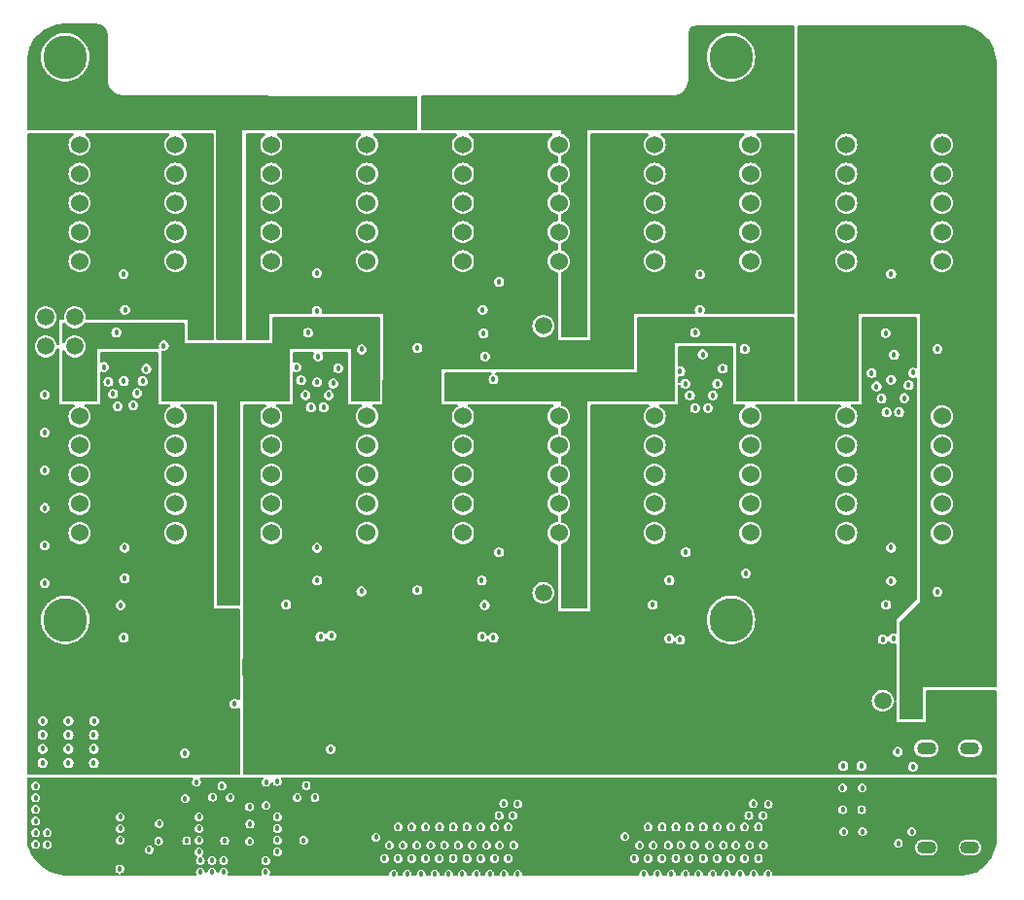
<source format=gbr>
%TF.GenerationSoftware,KiCad,Pcbnew,8.0.3*%
%TF.CreationDate,2024-12-13T11:26:27+05:30*%
%TF.ProjectId,GPIO HAT 2,4750494f-2048-4415-9420-322e6b696361,rev?*%
%TF.SameCoordinates,Original*%
%TF.FileFunction,Copper,L3,Inr*%
%TF.FilePolarity,Positive*%
%FSLAX46Y46*%
G04 Gerber Fmt 4.6, Leading zero omitted, Abs format (unit mm)*
G04 Created by KiCad (PCBNEW 8.0.3) date 2024-12-13 11:26:27*
%MOMM*%
%LPD*%
G01*
G04 APERTURE LIST*
%TA.AperFunction,ComponentPad*%
%ADD10C,1.524000*%
%TD*%
%TA.AperFunction,ComponentPad*%
%ADD11C,1.500000*%
%TD*%
%TA.AperFunction,ComponentPad*%
%ADD12C,3.810000*%
%TD*%
%TA.AperFunction,ComponentPad*%
%ADD13O,1.700000X1.100000*%
%TD*%
%TA.AperFunction,ViaPad*%
%ADD14C,0.456997*%
%TD*%
%TA.AperFunction,ViaPad*%
%ADD15C,0.457000*%
%TD*%
G04 APERTURE END LIST*
D10*
%TO.N,VCCB_5*%
%TO.C,J17*%
X227380304Y-70256400D03*
%TO.N,GND*%
X227380304Y-72796400D03*
%TO.N,/GPIOB__TXP09*%
X227380304Y-75336400D03*
%TO.N,/GPIOB__TXN09*%
X227380304Y-77876400D03*
%TO.N,/GPIOB__TXN10*%
X227380304Y-80416400D03*
%TO.N,/GPIOB__TXP10*%
X227380304Y-82956400D03*
%TD*%
D11*
%TO.N,3.3V*%
%TO.C,JM2*%
X171094400Y-88595200D03*
%TO.N,VCCB_2*%
X173634400Y-88595200D03*
%TO.N,1.8V*%
X176174400Y-88595200D03*
%TD*%
D10*
%TO.N,VCCB_2*%
%TO.C,J7*%
X177325376Y-70256400D03*
%TO.N,GND*%
X177325376Y-72796400D03*
%TO.N,/GPIOT__RXP15*%
X177325376Y-75336400D03*
%TO.N,/GPIOT__RXN15*%
X177325376Y-77876400D03*
%TO.N,/GPIOT__RXP16*%
X177325376Y-80416400D03*
%TO.N,/GPIOT__RXN16*%
X177325376Y-82956400D03*
%TD*%
%TO.N,VCCB_1*%
%TO.C,J1*%
X160640400Y-93929200D03*
%TO.N,GND*%
X160640400Y-96469200D03*
%TO.N,/GPIOT__RXP03*%
X160640400Y-99009200D03*
%TO.N,/GPIOT__RXN03*%
X160640400Y-101549200D03*
%TO.N,/GPIOT__RXP08*%
X160640400Y-104089200D03*
%TO.N,/GPIOT__RXN08*%
X160640400Y-106629200D03*
%TD*%
%TO.N,VCCB_5*%
%TO.C,J19*%
X227380304Y-93929200D03*
%TO.N,GND*%
X227380304Y-96469200D03*
%TO.N,/GPIOB__TXN17*%
X227380304Y-99009200D03*
%TO.N,/GPIOB__TXP17*%
X227380304Y-101549200D03*
%TO.N,/GPIOB__TXN16*%
X227380304Y-104089200D03*
%TO.N,/GPIOB__TXP16*%
X227380304Y-106629200D03*
%TD*%
D12*
%TO.N,*%
%TO.C,REF\u002A\u002A*%
X217347800Y-65176400D03*
%TD*%
%TO.N,*%
%TO.C,REF\u002A\u002A*%
X159385000Y-114198400D03*
%TD*%
D10*
%TO.N,VCCB_4*%
%TO.C,J14*%
X219037816Y-70256400D03*
%TO.N,GND*%
X219037816Y-72796400D03*
%TO.N,/GPIOB__TXP04*%
X219037816Y-75336400D03*
%TO.N,/GPIOB__TXN04*%
X219037816Y-77876400D03*
%TO.N,/GPIOB__TXN06*%
X219037816Y-80416400D03*
%TO.N,/GPIOB__TXP06*%
X219037816Y-82956400D03*
%TD*%
%TO.N,VCCB_2*%
%TO.C,J4*%
X168982888Y-70256400D03*
%TO.N,GND*%
X168982888Y-72796400D03*
%TO.N,/GPIOT__RXP05*%
X168982888Y-75336400D03*
%TO.N,/GPIOT__RXN05*%
X168982888Y-77876400D03*
%TO.N,/GPIOT__RXN20*%
X168982888Y-80416400D03*
%TO.N,/GPIOT__RXP20*%
X168982888Y-82956400D03*
%TD*%
%TO.N,VCCB_4*%
%TO.C,J11*%
X194010352Y-70256400D03*
%TO.N,GND*%
X194010352Y-72796400D03*
%TO.N,/GPIOB__TXN13*%
X194010352Y-75336400D03*
%TO.N,/GPIOB__TXP13*%
X194010352Y-77876400D03*
%TO.N,/GPIOB__TXN02*%
X194010352Y-80416400D03*
%TO.N,/GPIOB__TXP02*%
X194010352Y-82956400D03*
%TD*%
D12*
%TO.N,*%
%TO.C,REF\u002A\u002A*%
X217347800Y-114198400D03*
%TD*%
D10*
%TO.N,VCCB_5*%
%TO.C,J18*%
X235722800Y-70256400D03*
%TO.N,GND*%
X235722800Y-72796400D03*
%TO.N,/GPIOB__TXN18*%
X235722800Y-75336400D03*
%TO.N,/GPIOB__TXP18*%
X235722800Y-77876400D03*
%TO.N,/GPIOB__TXP12*%
X235722800Y-80416400D03*
%TO.N,/GPIOB__TXN12*%
X235722800Y-82956400D03*
%TD*%
D11*
%TO.N,VCC5V*%
%TO.C,J23*%
X157683200Y-87833200D03*
%TO.N,GND*%
X160223200Y-87833200D03*
%TO.N,VCC5V*%
X157683200Y-90373200D03*
%TO.N,GND*%
X160223200Y-90373200D03*
%TD*%
%TO.N,3.3V*%
%TO.C,JM5*%
X230555800Y-121234200D03*
%TO.N,VCCB_5*%
X233095800Y-121234200D03*
%TO.N,1.8V*%
X235635800Y-121234200D03*
%TD*%
D10*
%TO.N,VCCB_3*%
%TO.C,J10*%
X202352840Y-93929200D03*
%TO.N,GND*%
X202352840Y-96469200D03*
%TO.N,/GPIOT__RXP11*%
X202352840Y-99009200D03*
%TO.N,/GPIOT__RXN11*%
X202352840Y-101549200D03*
%TO.N,/GPIOT__RXN13*%
X202352840Y-104089200D03*
%TO.N,/GPIOT__RXP13*%
X202352840Y-106629200D03*
%TD*%
%TO.N,VCCB_1*%
%TO.C,J6*%
X185667864Y-93929200D03*
%TO.N,GND*%
X185667864Y-96469200D03*
%TO.N,/GPIOT__RXP04*%
X185667864Y-99009200D03*
%TO.N,/GPIOT__RXN04*%
X185667864Y-101549200D03*
%TO.N,/GPIOT__RXP07*%
X185667864Y-104089200D03*
%TO.N,/GPIOT__RXN07*%
X185667864Y-106629200D03*
%TD*%
%TO.N,VCCB_5*%
%TO.C,J20*%
X235722800Y-93929200D03*
%TO.N,GND*%
X235722800Y-96469200D03*
%TO.N,/GPIOB__TXN14*%
X235722800Y-99009200D03*
%TO.N,/GPIOB__TXP14*%
X235722800Y-101549200D03*
%TO.N,/GPIOB__TXN19*%
X235722800Y-104089200D03*
%TO.N,/GPIOB__TXP19*%
X235722800Y-106629200D03*
%TD*%
D12*
%TO.N,*%
%TO.C,REF\u002A\u002A*%
X159385000Y-65176400D03*
%TD*%
D10*
%TO.N,VCCB_2*%
%TO.C,J8*%
X185667864Y-70256400D03*
%TO.N,GND*%
X185667864Y-72796400D03*
%TO.N,/GPIOT__RXP09*%
X185667864Y-75336400D03*
%TO.N,/GPIOT__RXN09*%
X185667864Y-77876400D03*
%TO.N,/GPIOT__RXN17*%
X185667864Y-80416400D03*
%TO.N,/GPIOT__RXP17*%
X185667864Y-82956400D03*
%TD*%
D11*
%TO.N,3.3V*%
%TO.C,JM1*%
X171094400Y-111836200D03*
%TO.N,VCCB_1*%
X173634400Y-111836200D03*
%TO.N,1.8V*%
X176174400Y-111836200D03*
%TD*%
D10*
%TO.N,VCCB_4*%
%TO.C,J13*%
X210695328Y-70256400D03*
%TO.N,GND*%
X210695328Y-72796400D03*
%TO.N,/GPIOB__TXN05*%
X210695328Y-75336400D03*
%TO.N,/GPIOB__TXP05*%
X210695328Y-77876400D03*
%TO.N,/GPIOB__TXP03*%
X210695328Y-80416400D03*
%TO.N,/GPIOB__TXN03*%
X210695328Y-82956400D03*
%TD*%
%TO.N,VCCB_3*%
%TO.C,J16*%
X219037816Y-93929200D03*
%TO.N,GND*%
X219037816Y-96469200D03*
%TO.N,/GPIOB__TXN11*%
X219037816Y-99009200D03*
%TO.N,/GPIOB__TXP11*%
X219037816Y-101549200D03*
%TO.N,/GPIOB__TXP15*%
X219037816Y-104089200D03*
%TO.N,/GPIOB__TXN15*%
X219037816Y-106629200D03*
%TD*%
%TO.N,VCCB_1*%
%TO.C,J2*%
X168982888Y-93929200D03*
%TO.N,GND*%
X168982888Y-96469200D03*
%TO.N,/GPIOT__RXN21*%
X168982888Y-99009200D03*
%TO.N,/GPIOT__RXP21*%
X168982888Y-101549200D03*
%TO.N,/GPIOT__RXP18*%
X168982888Y-104089200D03*
%TO.N,/GPIOT__RXN18*%
X168982888Y-106629200D03*
%TD*%
D13*
%TO.N,GND*%
%TO.C,J24*%
X234359600Y-134018400D03*
X238159600Y-134018400D03*
X234359600Y-125378400D03*
X238159600Y-125378400D03*
%TD*%
D10*
%TO.N,VCCB_2*%
%TO.C,J3*%
X160640400Y-70256400D03*
%TO.N,GND*%
X160640400Y-72796400D03*
%TO.N,/GPIOT__RXP06*%
X160640400Y-75336400D03*
%TO.N,/GPIOT__RXN06*%
X160640400Y-77876400D03*
%TO.N,/GPIOT__RXN01*%
X160640400Y-80416400D03*
%TO.N,/GPIOT__RXP01*%
X160640400Y-82956400D03*
%TD*%
%TO.N,VCCB_3*%
%TO.C,J9*%
X194010352Y-93929200D03*
%TO.N,GND*%
X194010352Y-96469200D03*
%TO.N,/GPIOT__RXP12*%
X194010352Y-99009200D03*
%TO.N,/GPIOT__RXN12*%
X194010352Y-101549200D03*
%TO.N,/GPIOT__RXP14*%
X194010352Y-104089200D03*
%TO.N,/GPIOT__RXN14*%
X194010352Y-106629200D03*
%TD*%
%TO.N,VCCB_3*%
%TO.C,J15*%
X210695328Y-93929200D03*
%TO.N,GND*%
X210695328Y-96469200D03*
%TO.N,/GPIOB__TXN08*%
X210695328Y-99009200D03*
%TO.N,/GPIOB__TXP08*%
X210695328Y-101549200D03*
%TO.N,/GPIOB__TXP07*%
X210695328Y-104089200D03*
%TO.N,/GPIOB__TXN07*%
X210695328Y-106629200D03*
%TD*%
%TO.N,VCCB_1*%
%TO.C,J5*%
X177325376Y-93929200D03*
%TO.N,GND*%
X177325376Y-96469200D03*
%TO.N,/GPIOT__RXP19*%
X177325376Y-99009200D03*
%TO.N,/GPIOT__RXN19*%
X177325376Y-101549200D03*
%TO.N,/GPIOT__RXP02*%
X177325376Y-104089200D03*
%TO.N,/GPIOT__RXN02*%
X177325376Y-106629200D03*
%TD*%
D11*
%TO.N,3.3V*%
%TO.C,JM3*%
X201015600Y-111836200D03*
%TO.N,VCCB_3*%
X203555600Y-111836200D03*
%TO.N,1.8V*%
X206095600Y-111836200D03*
%TD*%
%TO.N,3.3V*%
%TO.C,JM4*%
X201015600Y-88595200D03*
%TO.N,VCCB_4*%
X203555600Y-88595200D03*
%TO.N,1.8V*%
X206095600Y-88595200D03*
%TD*%
D10*
%TO.N,VCCB_4*%
%TO.C,J12*%
X202352840Y-70256400D03*
%TO.N,GND*%
X202352840Y-72796400D03*
%TO.N,/GPIOB__TXN00*%
X202352840Y-75336400D03*
%TO.N,/GPIOB__TXP00*%
X202352840Y-77876400D03*
%TO.N,/GPIOB__TXN01*%
X202352840Y-80416400D03*
%TO.N,/GPIOB__TXP01*%
X202352840Y-82956400D03*
%TD*%
D14*
%TO.N,GND*%
X227126800Y-126923800D03*
X227175016Y-132638800D03*
X227079956Y-130733800D03*
X227050600Y-128828800D03*
X228803200Y-132638800D03*
X228727000Y-130733800D03*
X228777800Y-128828800D03*
X228701600Y-126923800D03*
X233197400Y-126974600D03*
X231876600Y-125679200D03*
X231927400Y-133654800D03*
X233095800Y-132638800D03*
%TO.N,5V_1*%
X237591600Y-131216400D03*
X236524800Y-131216400D03*
X237591600Y-130403600D03*
X236524800Y-130403600D03*
X237540800Y-129463800D03*
X236524800Y-129463800D03*
X237490000Y-128549400D03*
X236499400Y-128549400D03*
%TO.N,GND*%
X161874200Y-126644400D03*
X161899600Y-122986800D03*
X161874200Y-124206000D03*
X161874200Y-125425200D03*
X159664400Y-126644400D03*
X159664400Y-122986800D03*
X159664400Y-124206000D03*
X159664400Y-125425200D03*
%TO.N,5V*%
X170809040Y-128312010D03*
X172161200Y-136169400D03*
X175437800Y-133477000D03*
X177850800Y-128270000D03*
X172161200Y-135153400D03*
X175437800Y-130479800D03*
X173177200Y-136169400D03*
X171145200Y-135153400D03*
X173177200Y-135153400D03*
X175463200Y-131978400D03*
X171145200Y-136169400D03*
%TO.N,3.3V*%
X190042800Y-111607600D03*
X168300400Y-111353600D03*
X231495600Y-115824000D03*
X164769800Y-91313000D03*
X173770800Y-125495395D03*
X235331000Y-90576400D03*
X218643200Y-110134400D03*
X185166000Y-111709200D03*
X173770800Y-124479395D03*
X235313800Y-111755300D03*
X196672200Y-115722400D03*
X182549800Y-115570000D03*
X185191400Y-90627200D03*
X214884000Y-91059000D03*
X172754800Y-125495395D03*
X218541600Y-90601800D03*
X181406800Y-91236800D03*
X171738800Y-125495395D03*
X165100000Y-115468400D03*
X212928200Y-115925600D03*
X167970200Y-90297000D03*
X195935600Y-91236800D03*
X172754800Y-126511395D03*
X173770800Y-126511395D03*
X231546400Y-91084400D03*
X190042800Y-90500200D03*
X171738800Y-126511395D03*
%TO.N,1.8V*%
X178866800Y-125497180D03*
X178866800Y-126513180D03*
X180187600Y-126513180D03*
X181457600Y-125497180D03*
X180187600Y-125497180D03*
X181457600Y-126513180D03*
%TO.N,VCCB_1*%
X181330600Y-110769400D03*
X164566600Y-110566200D03*
%TO.N,GND*%
X217347800Y-132232400D03*
X194360800Y-132232400D03*
X178612800Y-112852200D03*
X212547200Y-132232400D03*
X180365400Y-128621380D03*
X191566800Y-136347200D03*
X174142400Y-121513600D03*
X214223600Y-89179400D03*
X181305200Y-107899200D03*
X171027600Y-131337395D03*
X163830000Y-89154000D03*
X195173600Y-136347200D03*
X156819600Y-133756400D03*
X176834800Y-136169400D03*
X211353400Y-132232400D03*
X215747600Y-136347200D03*
X195808600Y-89230200D03*
X173755440Y-129658210D03*
X171027600Y-134385395D03*
X169951400Y-133426200D03*
X156819600Y-132740400D03*
X230568500Y-115887500D03*
X157403800Y-125425200D03*
X209753200Y-136347200D03*
X182499000Y-125450600D03*
X156819600Y-128676400D03*
X196342000Y-136347200D03*
X164566600Y-107899200D03*
X181305200Y-93497400D03*
X230860600Y-112877600D03*
X210540600Y-112877600D03*
X171027600Y-132353395D03*
X172231440Y-129632810D03*
X190754000Y-132232400D03*
X164490400Y-93370400D03*
X177850800Y-133371180D03*
X193954400Y-136347200D03*
X198780400Y-136347200D03*
X218541600Y-132232400D03*
X157429200Y-122986800D03*
X220573600Y-136347200D03*
X214934800Y-132232400D03*
X191973200Y-132232400D03*
X214528400Y-136347200D03*
X157403800Y-124206000D03*
X173024800Y-128651000D03*
X189153800Y-136347200D03*
X173262800Y-133420195D03*
X208127600Y-133070600D03*
X157403800Y-126644400D03*
X193167000Y-132232400D03*
X197586600Y-136347200D03*
X210947000Y-136347200D03*
X213360000Y-136347200D03*
X190373000Y-136347200D03*
X169824400Y-129768600D03*
X216941400Y-136347200D03*
X219329000Y-136347200D03*
X164211000Y-112903000D03*
X231292400Y-93268800D03*
X218135200Y-136347200D03*
X187960000Y-136347200D03*
X180136800Y-133396580D03*
X213741000Y-132232400D03*
X157835600Y-133781800D03*
X216154000Y-132232400D03*
X167513000Y-133477000D03*
X197154800Y-84734400D03*
X231292400Y-84048600D03*
X156819600Y-131724400D03*
X180517800Y-89179400D03*
X196672200Y-93218000D03*
X177850800Y-134387180D03*
X219735400Y-132232400D03*
X176885600Y-128346200D03*
X231292400Y-107899200D03*
X181610000Y-115646200D03*
X176885600Y-130352800D03*
X181305200Y-83972400D03*
X195910200Y-112903000D03*
X166700200Y-134213600D03*
X196773800Y-132232400D03*
X177850800Y-131339180D03*
X157835600Y-132740400D03*
X179578000Y-129659995D03*
X210134200Y-132232400D03*
X214655400Y-84099400D03*
X188366400Y-132232400D03*
X213410800Y-108305600D03*
X181127400Y-129659995D03*
X230809800Y-89204800D03*
X197154800Y-108305600D03*
X156819600Y-130708400D03*
X189560200Y-132232400D03*
X169799000Y-125806200D03*
X186436000Y-133121400D03*
X192760600Y-136347200D03*
X177850800Y-132355180D03*
X197967600Y-132232400D03*
X195681600Y-115646200D03*
X156819600Y-129692400D03*
X211988400Y-115824000D03*
X171027600Y-133369395D03*
X164465000Y-84074000D03*
X176834800Y-135153400D03*
X164134800Y-135890000D03*
X164477700Y-115735100D03*
X212166200Y-136347200D03*
X195554600Y-132232400D03*
%TO.N,VCCB_2*%
X164592000Y-87172800D03*
X181279800Y-87274400D03*
%TO.N,VCCB_3*%
X211988400Y-110744000D03*
X195656200Y-110769400D03*
%TO.N,VCCB_4*%
X214630000Y-87172800D03*
X195732400Y-87172800D03*
%TO.N,VCCB_5*%
X231292400Y-110794800D03*
X231495600Y-87071200D03*
D15*
%TO.N,/GPIOT_RXP05*%
X165303200Y-95504000D03*
D14*
%TO.N,/GPIOT_RXP03*%
X187166400Y-134970102D03*
%TO.N,/GPIOT_RXP21*%
X189992000Y-133832600D03*
%TO.N,/GPIOT_RXP02*%
X193167000Y-134970102D03*
%TO.N,/GPIOT_RXP08*%
X188366400Y-134970102D03*
%TO.N,/GPIOT_RXN04*%
X194818000Y-133832600D03*
%TO.N,/GPIOT_RXN18*%
X191211200Y-133832600D03*
D15*
%TO.N,/GPIOT_RXP06*%
X162775900Y-92163900D03*
%TO.N,/GPIOT_RXN17*%
X182716766Y-93591335D03*
D14*
%TO.N,/GPIOT_RXN03*%
X187604400Y-133832600D03*
D15*
%TO.N,/GPIOT_RXN01*%
X163550600Y-94513400D03*
D14*
%TO.N,/GPIOT_RXP14*%
X198348600Y-131241800D03*
%TO.N,/GPIOT_RXN21*%
X189560200Y-134970102D03*
%TO.N,/GPIOT_RXP18*%
X190767844Y-134970102D03*
%TO.N,/GPIOT_RXN12*%
X197561200Y-130175000D03*
%TO.N,/GPIOT_RXN08*%
X188798200Y-133832600D03*
D15*
%TO.N,/GPIOT_RXP17*%
X183152745Y-92259455D03*
%TO.N,/GPIOT_RXP20*%
X166446200Y-92329000D03*
%TO.N,/GPIOT_RXN06*%
X163144200Y-93446600D03*
D14*
%TO.N,/GPIOT_RXN14*%
X198780400Y-130225800D03*
D15*
%TO.N,/GPIOT_RXP09*%
X181885366Y-95681800D03*
D14*
%TO.N,/GPIOT_RXP13*%
X197967600Y-134970102D03*
D15*
%TO.N,/GPIOT_RXN05*%
X165633400Y-94437200D03*
D14*
%TO.N,/GPIOT_RXN02*%
X193598800Y-133832600D03*
D15*
%TO.N,/GPIOT_RXN09*%
X182316766Y-94607335D03*
%TO.N,/GPIOT_RXN16*%
X180767766Y-95681800D03*
D14*
%TO.N,/GPIOT_RXP07*%
X195554600Y-134970102D03*
%TO.N,/GPIOT_RXN19*%
X192405000Y-133832600D03*
D15*
%TO.N,/GPIOT_RXP16*%
X180316096Y-94607335D03*
%TO.N,/GPIOT_RXP15*%
X179496200Y-92176600D03*
%TO.N,/GPIOT_RXN20*%
X166116000Y-93395800D03*
%TO.N,/GPIOT_RXN15*%
X179916096Y-93319600D03*
D14*
%TO.N,/GPIOT_RXN11*%
X197205600Y-133832600D03*
%TO.N,/GPIOT_RXP12*%
X197154800Y-131241800D03*
%TO.N,/GPIOT_RXP19*%
X191947800Y-134970102D03*
%TO.N,/GPIOT_RXN07*%
X196062600Y-133832600D03*
%TO.N,/GPIOT_RXN13*%
X198424800Y-133832600D03*
%TO.N,/GPIOT_RXP04*%
X194360800Y-134970102D03*
D15*
%TO.N,/GPIOT_RXP01*%
X163957000Y-95580200D03*
D14*
%TO.N,/GPIOT_RXP11*%
X196766400Y-134970102D03*
D15*
%TO.N,/GPIOB_TXN06*%
X216160670Y-93615000D03*
D14*
%TO.N,/GPIOB_TXP01*%
X212979000Y-133832600D03*
%TO.N,/GPIOB_TXP19*%
X219735400Y-134970102D03*
D15*
%TO.N,/GPIOB_TXP06*%
X216636600Y-92303600D03*
%TO.N,/GPIOB_TXP09*%
X229590600Y-92684600D03*
%TO.N,/GPIOB_TXP05*%
X213360000Y-93615000D03*
D14*
%TO.N,/GPIOB_TXN13*%
X208940400Y-134970102D03*
%TO.N,/GPIOB_TXP17*%
X219300000Y-130200000D03*
D15*
%TO.N,/GPIOB_TXP03*%
X213769870Y-94631000D03*
D14*
%TO.N,/GPIOB_TXN16*%
X220141800Y-131241800D03*
%TO.N,/GPIOB_TXP13*%
X209397600Y-133832600D03*
%TO.N,/GPIOB_TXN00*%
X211328000Y-134970102D03*
%TO.N,/GPIOB_TXN15*%
X217779600Y-133832600D03*
D15*
%TO.N,/GPIOB_TXN03*%
X214223600Y-95732600D03*
%TO.N,/GPIOB_TXN04*%
X215760670Y-94631000D03*
D14*
%TO.N,/GPIOB_TXN02*%
X210134200Y-134970102D03*
%TO.N,/GPIOB_TXP16*%
X220599000Y-130251200D03*
%TO.N,/GPIOB_TXP11*%
X216687400Y-133832600D03*
%TO.N,/GPIOB_TXN11*%
X216140234Y-134970102D03*
%TO.N,/GPIOB_TXP00*%
X211886800Y-133832600D03*
%TO.N,/GPIOB_TXN08*%
X213715600Y-134970102D03*
D15*
%TO.N,/GPIOB_TXP04*%
X215341200Y-95732600D03*
%TO.N,/GPIOB_TXP10*%
X230886000Y-96113600D03*
D14*
%TO.N,/GPIOB_TXN17*%
X218900000Y-131241800D03*
%TO.N,/GPIOB_TXP02*%
X210566000Y-133832600D03*
D15*
%TO.N,/GPIOB_TXN05*%
X212922200Y-92532200D03*
D14*
%TO.N,/GPIOB_TXP15*%
X217347800Y-134970102D03*
%TO.N,/GPIOB_TXP14*%
X218973400Y-133832600D03*
%TO.N,/GPIOB_TXN19*%
X220167200Y-133832600D03*
%TO.N,/GPIOB_TXP07*%
X214934800Y-134970102D03*
D15*
%TO.N,/GPIOB_TXN12*%
X233197400Y-92659200D03*
D14*
%TO.N,/GPIOB_TXP08*%
X214172800Y-133832600D03*
D15*
%TO.N,/GPIOB_TXN18*%
X231978200Y-96088200D03*
%TO.N,/GPIOB_TXP18*%
X232435400Y-94869000D03*
%TO.N,/GPIOB_TXP12*%
X232816400Y-93751400D03*
%TO.N,/GPIOB_TXN09*%
X230022400Y-93853000D03*
D14*
%TO.N,/GPIOB_TXN14*%
X218535872Y-134970102D03*
D15*
%TO.N,/GPIOB_TXN10*%
X230454200Y-94919800D03*
D14*
%TO.N,/GPIOB_TXN01*%
X212547200Y-134970102D03*
%TO.N,/GPIOB_TXN07*%
X215493600Y-133832600D03*
%TO.N,VCC5V*%
X157607000Y-107716320D03*
X157607000Y-110998000D03*
X157607000Y-94589600D03*
X157607000Y-101152960D03*
X164185600Y-131343400D03*
X157607000Y-104434640D03*
X157607000Y-97871280D03*
X164185600Y-133375400D03*
X164185600Y-132359400D03*
%TO.N,/NETR20_2*%
X167563800Y-131927600D03*
%TO.N,5V_1*%
X161594800Y-134061200D03*
X161620200Y-133121400D03*
X165100000Y-128397000D03*
X165963600Y-128397000D03*
X165100000Y-129387600D03*
X165963600Y-130429000D03*
X167360600Y-132486400D03*
X161620200Y-132105400D03*
X165100000Y-130429000D03*
X165938200Y-131343400D03*
X165963600Y-129387600D03*
%TD*%
%TA.AperFunction,Conductor*%
%TO.N,VCCB_2*%
G36*
X162031009Y-62255715D02*
G01*
X162096331Y-62260380D01*
X162357621Y-62279044D01*
X162404240Y-62291820D01*
X162669002Y-62424201D01*
X162701229Y-62447429D01*
X162944423Y-62690623D01*
X162975413Y-62742343D01*
X163089249Y-63118002D01*
X163094321Y-63145979D01*
X163118543Y-63521415D01*
X163118800Y-63529399D01*
X163118800Y-67322699D01*
X163169599Y-67741797D01*
X163169600Y-67741800D01*
X163550600Y-68148200D01*
X163982400Y-68402200D01*
X164439600Y-68529200D01*
X189944323Y-68554477D01*
X190011343Y-68574228D01*
X190057045Y-68627077D01*
X190068200Y-68678477D01*
X190068200Y-71427800D01*
X190048515Y-71494839D01*
X189995711Y-71540594D01*
X189944200Y-71551800D01*
X174853599Y-71551800D01*
X174828200Y-71577199D01*
X174828200Y-89715800D01*
X174808515Y-89782839D01*
X174755711Y-89828594D01*
X174704200Y-89839800D01*
X172666200Y-89839800D01*
X172599161Y-89820115D01*
X172553406Y-89767311D01*
X172542200Y-89715800D01*
X172542200Y-71577200D01*
X172542199Y-71577199D01*
X172516800Y-71551800D01*
X172127861Y-71551199D01*
X156181409Y-71526591D01*
X156114400Y-71506803D01*
X156068726Y-71453928D01*
X156057600Y-71402591D01*
X156057600Y-65539716D01*
X156058558Y-65524336D01*
X156102050Y-65176400D01*
X157271373Y-65176400D01*
X157291058Y-65464206D01*
X157291059Y-65464208D01*
X157349748Y-65746638D01*
X157349753Y-65746655D01*
X157446356Y-66018469D01*
X157446357Y-66018471D01*
X157579076Y-66274607D01*
X157745436Y-66510285D01*
X157942337Y-66721115D01*
X157942342Y-66721119D01*
X157942344Y-66721121D01*
X158166106Y-66903165D01*
X158166109Y-66903167D01*
X158166113Y-66903170D01*
X158295419Y-66981802D01*
X158412595Y-67053059D01*
X158593304Y-67131551D01*
X158677189Y-67167988D01*
X158954970Y-67245819D01*
X159206225Y-67280353D01*
X159240760Y-67285100D01*
X159240761Y-67285100D01*
X159529240Y-67285100D01*
X159560050Y-67280864D01*
X159815030Y-67245819D01*
X160092811Y-67167988D01*
X160357406Y-67053058D01*
X160603887Y-66903170D01*
X160827663Y-66721115D01*
X161024564Y-66510285D01*
X161190924Y-66274607D01*
X161323643Y-66018471D01*
X161420248Y-65746650D01*
X161420249Y-65746643D01*
X161420251Y-65746638D01*
X161447495Y-65615526D01*
X161478941Y-65464206D01*
X161498627Y-65176400D01*
X161478941Y-64888594D01*
X161458677Y-64791079D01*
X161420251Y-64606161D01*
X161420246Y-64606144D01*
X161323643Y-64334330D01*
X161323643Y-64334329D01*
X161190924Y-64078193D01*
X161024564Y-63842515D01*
X160827663Y-63631685D01*
X160827656Y-63631680D01*
X160827655Y-63631678D01*
X160603893Y-63449634D01*
X160603882Y-63449627D01*
X160357404Y-63299740D01*
X160092814Y-63184813D01*
X160092812Y-63184812D01*
X160092811Y-63184812D01*
X159954215Y-63145979D01*
X159815035Y-63106982D01*
X159815031Y-63106981D01*
X159815030Y-63106981D01*
X159672134Y-63087340D01*
X159529240Y-63067700D01*
X159529239Y-63067700D01*
X159240761Y-63067700D01*
X159240760Y-63067700D01*
X158954970Y-63106981D01*
X158954964Y-63106982D01*
X158677185Y-63184813D01*
X158412595Y-63299740D01*
X158166117Y-63449627D01*
X158166106Y-63449634D01*
X157942344Y-63631678D01*
X157745437Y-63842514D01*
X157579076Y-64078192D01*
X157446356Y-64334330D01*
X157349753Y-64606144D01*
X157349748Y-64606161D01*
X157291059Y-64888591D01*
X157291058Y-64888593D01*
X157271373Y-65176400D01*
X156102050Y-65176400D01*
X156133010Y-64928718D01*
X156135227Y-64916216D01*
X156269508Y-64334330D01*
X156282420Y-64278379D01*
X156294207Y-64247216D01*
X156609805Y-63664574D01*
X156625512Y-63641986D01*
X156964487Y-63254585D01*
X156980962Y-63238924D01*
X157446367Y-62871499D01*
X157463803Y-62859979D01*
X158005020Y-62564770D01*
X158022383Y-62556966D01*
X158634411Y-62336635D01*
X158663184Y-62330015D01*
X159353011Y-62256106D01*
X159366221Y-62255400D01*
X162022175Y-62255400D01*
X162031009Y-62255715D01*
G37*
%TD.AperFunction*%
%TD*%
%TA.AperFunction,Conductor*%
%TO.N,VCCB_1*%
G36*
X186734639Y-87802085D02*
G01*
X186780394Y-87854889D01*
X186791600Y-87906400D01*
X186791600Y-95024400D01*
X186771915Y-95091439D01*
X186719111Y-95137194D01*
X186667600Y-95148400D01*
X184400309Y-95148400D01*
X184333270Y-95128715D01*
X184287515Y-95075911D01*
X184276311Y-95025093D01*
X184276307Y-95024400D01*
X184251742Y-90627200D01*
X184754758Y-90627200D01*
X184772444Y-90750215D01*
X184772445Y-90750218D01*
X184812283Y-90837449D01*
X184824073Y-90863266D01*
X184905460Y-90957192D01*
X185010012Y-91024384D01*
X185069635Y-91041891D01*
X185129258Y-91059398D01*
X185129259Y-91059398D01*
X185253541Y-91059398D01*
X185372788Y-91024384D01*
X185477340Y-90957192D01*
X185558727Y-90863266D01*
X185610355Y-90750216D01*
X185628042Y-90627200D01*
X185610355Y-90504184D01*
X185608227Y-90499525D01*
X185579484Y-90436585D01*
X185558727Y-90391134D01*
X185477340Y-90297208D01*
X185372788Y-90230016D01*
X185372787Y-90230015D01*
X185372786Y-90230015D01*
X185253542Y-90195002D01*
X185253541Y-90195002D01*
X185129259Y-90195002D01*
X185129258Y-90195002D01*
X185010013Y-90230015D01*
X184905461Y-90297207D01*
X184824074Y-90391132D01*
X184824072Y-90391135D01*
X184772445Y-90504181D01*
X184772444Y-90504184D01*
X184754758Y-90627200D01*
X184251742Y-90627200D01*
X184251600Y-90601800D01*
X184226200Y-90576400D01*
X184226199Y-90576400D01*
X178942999Y-90576400D01*
X178917600Y-90601799D01*
X178917600Y-95024400D01*
X178897915Y-95091439D01*
X178845111Y-95137194D01*
X178793600Y-95148400D01*
X174624999Y-95148400D01*
X174599600Y-95173799D01*
X174599600Y-112804400D01*
X174579915Y-112871439D01*
X174527111Y-112917194D01*
X174475600Y-112928400D01*
X172691600Y-112928400D01*
X172624561Y-112908715D01*
X172578806Y-112855911D01*
X172567600Y-112804400D01*
X172567600Y-95173800D01*
X172542200Y-95148400D01*
X167865600Y-95148400D01*
X167798561Y-95128715D01*
X167752806Y-95075911D01*
X167741600Y-95024400D01*
X167741600Y-90845965D01*
X167761285Y-90778926D01*
X167814089Y-90733171D01*
X167883247Y-90723227D01*
X167900531Y-90726987D01*
X167908059Y-90729198D01*
X167908060Y-90729198D01*
X168032341Y-90729198D01*
X168151588Y-90694184D01*
X168256140Y-90626992D01*
X168337527Y-90533066D01*
X168389155Y-90420016D01*
X168406842Y-90297000D01*
X168389155Y-90173984D01*
X168337527Y-90060934D01*
X168256140Y-89967008D01*
X168151588Y-89899816D01*
X168151587Y-89899815D01*
X168151586Y-89899815D01*
X168032342Y-89864802D01*
X168032341Y-89864802D01*
X167908059Y-89864802D01*
X167908058Y-89864802D01*
X167788813Y-89899815D01*
X167684261Y-89967007D01*
X167602874Y-90060932D01*
X167602872Y-90060935D01*
X167551245Y-90173981D01*
X167551244Y-90173984D01*
X167533558Y-90297000D01*
X167552507Y-90428794D01*
X167550495Y-90429083D01*
X167550498Y-90487330D01*
X167512726Y-90546109D01*
X167449171Y-90575137D01*
X167431519Y-90576400D01*
X162178999Y-90576400D01*
X162153600Y-90601799D01*
X162153600Y-95024400D01*
X162133915Y-95091439D01*
X162081111Y-95137194D01*
X162029600Y-95148400D01*
X159229600Y-95148400D01*
X159162561Y-95128715D01*
X159116806Y-95075911D01*
X159105600Y-95024400D01*
X159105600Y-90800491D01*
X159125285Y-90733452D01*
X159178089Y-90687697D01*
X159247247Y-90677753D01*
X159310803Y-90706778D01*
X159338958Y-90742038D01*
X159426386Y-90905605D01*
X159426390Y-90905612D01*
X159545568Y-91050831D01*
X159690787Y-91170009D01*
X159690794Y-91170013D01*
X159856464Y-91258566D01*
X159856466Y-91258566D01*
X159856469Y-91258568D01*
X160036242Y-91313101D01*
X160036241Y-91313101D01*
X160053004Y-91314751D01*
X160223200Y-91331515D01*
X160410158Y-91313101D01*
X160589931Y-91258568D01*
X160755611Y-91170010D01*
X160900831Y-91050831D01*
X161020010Y-90905611D01*
X161094517Y-90766219D01*
X161108566Y-90739935D01*
X161108566Y-90739934D01*
X161108568Y-90739931D01*
X161163101Y-90560158D01*
X161181515Y-90373200D01*
X161163101Y-90186242D01*
X161108568Y-90006469D01*
X161108566Y-90006466D01*
X161108566Y-90006464D01*
X161020013Y-89840794D01*
X161020009Y-89840787D01*
X160900831Y-89695568D01*
X160755612Y-89576390D01*
X160755605Y-89576386D01*
X160589935Y-89487833D01*
X160477405Y-89453698D01*
X160410158Y-89433299D01*
X160410156Y-89433298D01*
X160410158Y-89433298D01*
X160223200Y-89414885D01*
X160036243Y-89433298D01*
X159856464Y-89487833D01*
X159690794Y-89576386D01*
X159690787Y-89576390D01*
X159545568Y-89695568D01*
X159426390Y-89840787D01*
X159426386Y-89840794D01*
X159338958Y-90004361D01*
X159289996Y-90054205D01*
X159221858Y-90069666D01*
X159156178Y-90045834D01*
X159113810Y-89990277D01*
X159105600Y-89945908D01*
X159105600Y-89154000D01*
X163393358Y-89154000D01*
X163411044Y-89277015D01*
X163411045Y-89277018D01*
X163434977Y-89329421D01*
X163462673Y-89390066D01*
X163544060Y-89483992D01*
X163648612Y-89551184D01*
X163708235Y-89568691D01*
X163767858Y-89586198D01*
X163767859Y-89586198D01*
X163892141Y-89586198D01*
X164011388Y-89551184D01*
X164115940Y-89483992D01*
X164197327Y-89390066D01*
X164248955Y-89277016D01*
X164266642Y-89154000D01*
X164248955Y-89030984D01*
X164197327Y-88917934D01*
X164115940Y-88824008D01*
X164011388Y-88756816D01*
X164011387Y-88756815D01*
X164011386Y-88756815D01*
X163892142Y-88721802D01*
X163892141Y-88721802D01*
X163767859Y-88721802D01*
X163767858Y-88721802D01*
X163648613Y-88756815D01*
X163544061Y-88824007D01*
X163462674Y-88917932D01*
X163462672Y-88917935D01*
X163411045Y-89030981D01*
X163411044Y-89030984D01*
X163393358Y-89154000D01*
X159105600Y-89154000D01*
X159105600Y-88414400D01*
X159125285Y-88347361D01*
X159178089Y-88301606D01*
X159229600Y-88290400D01*
X159311866Y-88290400D01*
X159378905Y-88310085D01*
X159421226Y-88355949D01*
X159426391Y-88365613D01*
X159545568Y-88510831D01*
X159690787Y-88630009D01*
X159690794Y-88630013D01*
X159856464Y-88718566D01*
X159856466Y-88718566D01*
X159856469Y-88718568D01*
X160036242Y-88773101D01*
X160036241Y-88773101D01*
X160053004Y-88774751D01*
X160223200Y-88791515D01*
X160410158Y-88773101D01*
X160589931Y-88718568D01*
X160755611Y-88630010D01*
X160900831Y-88510831D01*
X161020010Y-88365611D01*
X161025175Y-88355947D01*
X161074136Y-88306104D01*
X161134534Y-88290400D01*
X169649600Y-88290400D01*
X169716639Y-88310085D01*
X169762394Y-88362889D01*
X169773600Y-88414400D01*
X169773600Y-90043000D01*
X169799000Y-90068400D01*
X177368200Y-90068400D01*
X177393600Y-90043000D01*
X177393600Y-89179400D01*
X180081158Y-89179400D01*
X180098844Y-89302415D01*
X180098845Y-89302418D01*
X180139761Y-89392010D01*
X180150473Y-89415466D01*
X180231860Y-89509392D01*
X180336412Y-89576584D01*
X180396035Y-89594091D01*
X180455658Y-89611598D01*
X180455659Y-89611598D01*
X180579941Y-89611598D01*
X180699188Y-89576584D01*
X180803740Y-89509392D01*
X180885127Y-89415466D01*
X180936755Y-89302416D01*
X180954442Y-89179400D01*
X180936755Y-89056384D01*
X180926602Y-89034153D01*
X180885127Y-88943335D01*
X180885127Y-88943334D01*
X180803740Y-88849408D01*
X180699188Y-88782216D01*
X180699187Y-88782215D01*
X180699186Y-88782215D01*
X180579942Y-88747202D01*
X180579941Y-88747202D01*
X180455659Y-88747202D01*
X180455658Y-88747202D01*
X180336413Y-88782215D01*
X180231861Y-88849407D01*
X180150474Y-88943332D01*
X180150472Y-88943335D01*
X180098845Y-89056381D01*
X180098844Y-89056384D01*
X180081158Y-89179400D01*
X177393600Y-89179400D01*
X177393600Y-87906400D01*
X177413285Y-87839361D01*
X177466089Y-87793606D01*
X177517600Y-87782400D01*
X186667600Y-87782400D01*
X186734639Y-87802085D01*
G37*
%TD.AperFunction*%
%TD*%
%TA.AperFunction,Conductor*%
%TO.N,1.8V*%
G36*
X176761615Y-71800085D02*
G01*
X176807370Y-71852889D01*
X176817314Y-71922047D01*
X176788289Y-71985603D01*
X176773241Y-72000253D01*
X176639218Y-72110242D01*
X176518540Y-72257288D01*
X176518536Y-72257295D01*
X176428869Y-72425049D01*
X176373647Y-72607091D01*
X176355003Y-72796400D01*
X176373647Y-72985708D01*
X176428869Y-73167750D01*
X176518536Y-73335504D01*
X176518540Y-73335511D01*
X176639218Y-73482557D01*
X176786264Y-73603235D01*
X176786271Y-73603239D01*
X176954025Y-73692906D01*
X176954027Y-73692906D01*
X176954030Y-73692908D01*
X177136066Y-73748128D01*
X177325376Y-73766773D01*
X177514686Y-73748128D01*
X177696722Y-73692908D01*
X177864486Y-73603236D01*
X178011533Y-73482557D01*
X178132212Y-73335510D01*
X178221884Y-73167746D01*
X178277104Y-72985710D01*
X178295749Y-72796400D01*
X178277104Y-72607090D01*
X178221884Y-72425054D01*
X178221882Y-72425051D01*
X178221882Y-72425049D01*
X178132215Y-72257295D01*
X178132211Y-72257288D01*
X178011533Y-72110242D01*
X177877511Y-72000253D01*
X177838177Y-71942507D01*
X177836306Y-71872663D01*
X177872494Y-71812894D01*
X177935250Y-71782179D01*
X177956176Y-71780400D01*
X185037064Y-71780400D01*
X185104103Y-71800085D01*
X185149858Y-71852889D01*
X185159802Y-71922047D01*
X185130777Y-71985603D01*
X185115729Y-72000253D01*
X184981706Y-72110242D01*
X184861028Y-72257288D01*
X184861024Y-72257295D01*
X184771357Y-72425049D01*
X184716135Y-72607091D01*
X184697491Y-72796400D01*
X184716135Y-72985708D01*
X184771357Y-73167750D01*
X184861024Y-73335504D01*
X184861028Y-73335511D01*
X184981706Y-73482557D01*
X185128752Y-73603235D01*
X185128759Y-73603239D01*
X185296513Y-73692906D01*
X185296515Y-73692906D01*
X185296518Y-73692908D01*
X185478554Y-73748128D01*
X185667864Y-73766773D01*
X185857174Y-73748128D01*
X186039210Y-73692908D01*
X186206974Y-73603236D01*
X186354021Y-73482557D01*
X186474700Y-73335510D01*
X186564372Y-73167746D01*
X186619592Y-72985710D01*
X186638237Y-72796400D01*
X186619592Y-72607090D01*
X186564372Y-72425054D01*
X186564370Y-72425051D01*
X186564370Y-72425049D01*
X186474703Y-72257295D01*
X186474699Y-72257288D01*
X186354021Y-72110242D01*
X186219999Y-72000253D01*
X186180665Y-71942507D01*
X186178794Y-71872663D01*
X186214982Y-71812894D01*
X186277738Y-71782179D01*
X186298664Y-71780400D01*
X193379552Y-71780400D01*
X193446591Y-71800085D01*
X193492346Y-71852889D01*
X193502290Y-71922047D01*
X193473265Y-71985603D01*
X193458217Y-72000253D01*
X193324194Y-72110242D01*
X193203516Y-72257288D01*
X193203512Y-72257295D01*
X193113845Y-72425049D01*
X193058623Y-72607091D01*
X193039979Y-72796400D01*
X193058623Y-72985708D01*
X193113845Y-73167750D01*
X193203512Y-73335504D01*
X193203516Y-73335511D01*
X193324194Y-73482557D01*
X193471240Y-73603235D01*
X193471247Y-73603239D01*
X193639001Y-73692906D01*
X193639003Y-73692906D01*
X193639006Y-73692908D01*
X193821042Y-73748128D01*
X194010352Y-73766773D01*
X194199662Y-73748128D01*
X194381698Y-73692908D01*
X194549462Y-73603236D01*
X194696509Y-73482557D01*
X194817188Y-73335510D01*
X194906860Y-73167746D01*
X194962080Y-72985710D01*
X194980725Y-72796400D01*
X194962080Y-72607090D01*
X194906860Y-72425054D01*
X194906858Y-72425051D01*
X194906858Y-72425049D01*
X194817191Y-72257295D01*
X194817187Y-72257288D01*
X194696509Y-72110242D01*
X194562487Y-72000253D01*
X194523153Y-71942507D01*
X194521282Y-71872663D01*
X194557470Y-71812894D01*
X194620226Y-71782179D01*
X194641152Y-71780400D01*
X201722040Y-71780400D01*
X201789079Y-71800085D01*
X201834834Y-71852889D01*
X201844778Y-71922047D01*
X201815753Y-71985603D01*
X201800705Y-72000253D01*
X201666682Y-72110242D01*
X201546004Y-72257288D01*
X201546000Y-72257295D01*
X201456333Y-72425049D01*
X201401111Y-72607091D01*
X201382467Y-72796400D01*
X201401111Y-72985708D01*
X201456333Y-73167750D01*
X201546000Y-73335504D01*
X201546004Y-73335511D01*
X201666682Y-73482557D01*
X201813728Y-73603235D01*
X201813735Y-73603239D01*
X201981489Y-73692906D01*
X201981491Y-73692906D01*
X201981494Y-73692908D01*
X202163530Y-73748128D01*
X202173749Y-73749134D01*
X202238535Y-73775290D01*
X202278898Y-73832322D01*
X202285600Y-73872537D01*
X202285600Y-74260261D01*
X202265915Y-74327300D01*
X202213111Y-74373055D01*
X202173761Y-74383663D01*
X202163535Y-74384670D01*
X202163533Y-74384671D01*
X201981489Y-74439893D01*
X201813735Y-74529560D01*
X201813728Y-74529564D01*
X201666682Y-74650242D01*
X201546004Y-74797288D01*
X201546000Y-74797295D01*
X201456333Y-74965049D01*
X201401111Y-75147091D01*
X201382467Y-75336400D01*
X201401111Y-75525708D01*
X201456333Y-75707750D01*
X201546000Y-75875504D01*
X201546004Y-75875511D01*
X201666682Y-76022557D01*
X201813728Y-76143235D01*
X201813735Y-76143239D01*
X201981489Y-76232906D01*
X201981491Y-76232906D01*
X201981494Y-76232908D01*
X202163530Y-76288128D01*
X202173749Y-76289134D01*
X202238535Y-76315290D01*
X202278898Y-76372322D01*
X202285600Y-76412537D01*
X202285600Y-76800261D01*
X202265915Y-76867300D01*
X202213111Y-76913055D01*
X202173761Y-76923663D01*
X202163535Y-76924670D01*
X202163533Y-76924671D01*
X201981489Y-76979893D01*
X201813735Y-77069560D01*
X201813728Y-77069564D01*
X201666682Y-77190242D01*
X201546004Y-77337288D01*
X201546000Y-77337295D01*
X201456333Y-77505049D01*
X201401111Y-77687091D01*
X201382467Y-77876400D01*
X201401111Y-78065708D01*
X201456333Y-78247750D01*
X201546000Y-78415504D01*
X201546004Y-78415511D01*
X201666682Y-78562557D01*
X201813728Y-78683235D01*
X201813735Y-78683239D01*
X201981489Y-78772906D01*
X201981491Y-78772906D01*
X201981494Y-78772908D01*
X202163530Y-78828128D01*
X202173749Y-78829134D01*
X202238535Y-78855290D01*
X202278898Y-78912322D01*
X202285600Y-78952537D01*
X202285600Y-79340261D01*
X202265915Y-79407300D01*
X202213111Y-79453055D01*
X202173761Y-79463663D01*
X202163535Y-79464670D01*
X202163533Y-79464671D01*
X201981489Y-79519893D01*
X201813735Y-79609560D01*
X201813728Y-79609564D01*
X201666682Y-79730242D01*
X201546004Y-79877288D01*
X201546000Y-79877295D01*
X201456333Y-80045049D01*
X201401111Y-80227091D01*
X201382467Y-80416400D01*
X201401111Y-80605708D01*
X201456333Y-80787750D01*
X201546000Y-80955504D01*
X201546004Y-80955511D01*
X201666682Y-81102557D01*
X201813728Y-81223235D01*
X201813735Y-81223239D01*
X201981489Y-81312906D01*
X201981491Y-81312906D01*
X201981494Y-81312908D01*
X202163530Y-81368128D01*
X202173749Y-81369134D01*
X202238535Y-81395290D01*
X202278898Y-81452322D01*
X202285600Y-81492537D01*
X202285600Y-81880261D01*
X202265915Y-81947300D01*
X202213111Y-81993055D01*
X202173761Y-82003663D01*
X202163535Y-82004670D01*
X202163533Y-82004671D01*
X201981489Y-82059893D01*
X201813735Y-82149560D01*
X201813728Y-82149564D01*
X201666682Y-82270242D01*
X201546004Y-82417288D01*
X201546000Y-82417295D01*
X201456333Y-82585049D01*
X201401111Y-82767091D01*
X201382467Y-82956400D01*
X201401111Y-83145708D01*
X201456333Y-83327750D01*
X201546000Y-83495504D01*
X201546004Y-83495511D01*
X201666682Y-83642557D01*
X201813728Y-83763235D01*
X201813735Y-83763239D01*
X201981489Y-83852906D01*
X201981491Y-83852906D01*
X201981494Y-83852908D01*
X202163530Y-83908128D01*
X202173749Y-83909134D01*
X202238535Y-83935290D01*
X202278898Y-83992322D01*
X202285600Y-84032537D01*
X202285600Y-89789000D01*
X202311000Y-89814400D01*
X205054200Y-89814400D01*
X205079600Y-89789000D01*
X205079600Y-84099400D01*
X214218758Y-84099400D01*
X214236444Y-84222415D01*
X214236445Y-84222418D01*
X214288072Y-84335464D01*
X214288073Y-84335466D01*
X214369460Y-84429392D01*
X214474012Y-84496584D01*
X214533635Y-84514091D01*
X214593258Y-84531598D01*
X214593259Y-84531598D01*
X214717541Y-84531598D01*
X214836788Y-84496584D01*
X214941340Y-84429392D01*
X215022727Y-84335466D01*
X215074355Y-84222416D01*
X215092042Y-84099400D01*
X215074355Y-83976384D01*
X215022727Y-83863334D01*
X214941340Y-83769408D01*
X214836788Y-83702216D01*
X214836787Y-83702215D01*
X214836786Y-83702215D01*
X214717542Y-83667202D01*
X214717541Y-83667202D01*
X214593259Y-83667202D01*
X214593258Y-83667202D01*
X214474013Y-83702215D01*
X214369461Y-83769407D01*
X214288074Y-83863332D01*
X214288072Y-83863335D01*
X214236445Y-83976381D01*
X214236444Y-83976384D01*
X214218758Y-84099400D01*
X205079600Y-84099400D01*
X205079600Y-82956400D01*
X209724955Y-82956400D01*
X209743599Y-83145708D01*
X209798821Y-83327750D01*
X209888488Y-83495504D01*
X209888492Y-83495511D01*
X210009170Y-83642557D01*
X210156216Y-83763235D01*
X210156223Y-83763239D01*
X210323977Y-83852906D01*
X210323979Y-83852906D01*
X210323982Y-83852908D01*
X210506018Y-83908128D01*
X210695328Y-83926773D01*
X210884638Y-83908128D01*
X211066674Y-83852908D01*
X211071176Y-83850502D01*
X211234432Y-83763239D01*
X211234438Y-83763236D01*
X211381485Y-83642557D01*
X211502164Y-83495510D01*
X211591836Y-83327746D01*
X211647056Y-83145710D01*
X211665701Y-82956400D01*
X218067443Y-82956400D01*
X218086087Y-83145708D01*
X218141309Y-83327750D01*
X218230976Y-83495504D01*
X218230980Y-83495511D01*
X218351658Y-83642557D01*
X218498704Y-83763235D01*
X218498711Y-83763239D01*
X218666465Y-83852906D01*
X218666467Y-83852906D01*
X218666470Y-83852908D01*
X218848506Y-83908128D01*
X219037816Y-83926773D01*
X219227126Y-83908128D01*
X219409162Y-83852908D01*
X219413664Y-83850502D01*
X219576920Y-83763239D01*
X219576926Y-83763236D01*
X219723973Y-83642557D01*
X219844652Y-83495510D01*
X219934324Y-83327746D01*
X219989544Y-83145710D01*
X220008189Y-82956400D01*
X219989544Y-82767090D01*
X219934324Y-82585054D01*
X219934322Y-82585051D01*
X219934322Y-82585049D01*
X219844655Y-82417295D01*
X219844651Y-82417288D01*
X219723973Y-82270242D01*
X219576927Y-82149564D01*
X219576920Y-82149560D01*
X219409166Y-82059893D01*
X219227124Y-82004671D01*
X219037816Y-81986027D01*
X218848507Y-82004671D01*
X218666465Y-82059893D01*
X218498711Y-82149560D01*
X218498704Y-82149564D01*
X218351658Y-82270242D01*
X218230980Y-82417288D01*
X218230976Y-82417295D01*
X218141309Y-82585049D01*
X218086087Y-82767091D01*
X218067443Y-82956400D01*
X211665701Y-82956400D01*
X211647056Y-82767090D01*
X211591836Y-82585054D01*
X211591834Y-82585051D01*
X211591834Y-82585049D01*
X211502167Y-82417295D01*
X211502163Y-82417288D01*
X211381485Y-82270242D01*
X211234439Y-82149564D01*
X211234432Y-82149560D01*
X211066678Y-82059893D01*
X210884636Y-82004671D01*
X210695328Y-81986027D01*
X210506019Y-82004671D01*
X210323977Y-82059893D01*
X210156223Y-82149560D01*
X210156216Y-82149564D01*
X210009170Y-82270242D01*
X209888492Y-82417288D01*
X209888488Y-82417295D01*
X209798821Y-82585049D01*
X209743599Y-82767091D01*
X209724955Y-82956400D01*
X205079600Y-82956400D01*
X205079600Y-80416400D01*
X209724955Y-80416400D01*
X209743599Y-80605708D01*
X209798821Y-80787750D01*
X209888488Y-80955504D01*
X209888492Y-80955511D01*
X210009170Y-81102557D01*
X210156216Y-81223235D01*
X210156223Y-81223239D01*
X210323977Y-81312906D01*
X210323979Y-81312906D01*
X210323982Y-81312908D01*
X210506018Y-81368128D01*
X210695328Y-81386773D01*
X210884638Y-81368128D01*
X211066674Y-81312908D01*
X211234438Y-81223236D01*
X211381485Y-81102557D01*
X211502164Y-80955510D01*
X211591836Y-80787746D01*
X211647056Y-80605710D01*
X211665701Y-80416400D01*
X218067443Y-80416400D01*
X218086087Y-80605708D01*
X218141309Y-80787750D01*
X218230976Y-80955504D01*
X218230980Y-80955511D01*
X218351658Y-81102557D01*
X218498704Y-81223235D01*
X218498711Y-81223239D01*
X218666465Y-81312906D01*
X218666467Y-81312906D01*
X218666470Y-81312908D01*
X218848506Y-81368128D01*
X219037816Y-81386773D01*
X219227126Y-81368128D01*
X219409162Y-81312908D01*
X219576926Y-81223236D01*
X219723973Y-81102557D01*
X219844652Y-80955510D01*
X219934324Y-80787746D01*
X219989544Y-80605710D01*
X220008189Y-80416400D01*
X219989544Y-80227090D01*
X219934324Y-80045054D01*
X219934322Y-80045051D01*
X219934322Y-80045049D01*
X219844655Y-79877295D01*
X219844651Y-79877288D01*
X219723973Y-79730242D01*
X219576927Y-79609564D01*
X219576920Y-79609560D01*
X219409166Y-79519893D01*
X219227124Y-79464671D01*
X219037816Y-79446027D01*
X218848507Y-79464671D01*
X218666465Y-79519893D01*
X218498711Y-79609560D01*
X218498704Y-79609564D01*
X218351658Y-79730242D01*
X218230980Y-79877288D01*
X218230976Y-79877295D01*
X218141309Y-80045049D01*
X218086087Y-80227091D01*
X218067443Y-80416400D01*
X211665701Y-80416400D01*
X211647056Y-80227090D01*
X211591836Y-80045054D01*
X211591834Y-80045051D01*
X211591834Y-80045049D01*
X211502167Y-79877295D01*
X211502163Y-79877288D01*
X211381485Y-79730242D01*
X211234439Y-79609564D01*
X211234432Y-79609560D01*
X211066678Y-79519893D01*
X210884636Y-79464671D01*
X210695328Y-79446027D01*
X210506019Y-79464671D01*
X210323977Y-79519893D01*
X210156223Y-79609560D01*
X210156216Y-79609564D01*
X210009170Y-79730242D01*
X209888492Y-79877288D01*
X209888488Y-79877295D01*
X209798821Y-80045049D01*
X209743599Y-80227091D01*
X209724955Y-80416400D01*
X205079600Y-80416400D01*
X205079600Y-77876400D01*
X209724955Y-77876400D01*
X209743599Y-78065708D01*
X209798821Y-78247750D01*
X209888488Y-78415504D01*
X209888492Y-78415511D01*
X210009170Y-78562557D01*
X210156216Y-78683235D01*
X210156223Y-78683239D01*
X210323977Y-78772906D01*
X210323979Y-78772906D01*
X210323982Y-78772908D01*
X210506018Y-78828128D01*
X210695328Y-78846773D01*
X210884638Y-78828128D01*
X211066674Y-78772908D01*
X211234438Y-78683236D01*
X211381485Y-78562557D01*
X211502164Y-78415510D01*
X211591836Y-78247746D01*
X211647056Y-78065710D01*
X211665701Y-77876400D01*
X218067443Y-77876400D01*
X218086087Y-78065708D01*
X218141309Y-78247750D01*
X218230976Y-78415504D01*
X218230980Y-78415511D01*
X218351658Y-78562557D01*
X218498704Y-78683235D01*
X218498711Y-78683239D01*
X218666465Y-78772906D01*
X218666467Y-78772906D01*
X218666470Y-78772908D01*
X218848506Y-78828128D01*
X219037816Y-78846773D01*
X219227126Y-78828128D01*
X219409162Y-78772908D01*
X219576926Y-78683236D01*
X219723973Y-78562557D01*
X219844652Y-78415510D01*
X219934324Y-78247746D01*
X219989544Y-78065710D01*
X220008189Y-77876400D01*
X219989544Y-77687090D01*
X219934324Y-77505054D01*
X219934322Y-77505051D01*
X219934322Y-77505049D01*
X219844655Y-77337295D01*
X219844651Y-77337288D01*
X219723973Y-77190242D01*
X219576927Y-77069564D01*
X219576920Y-77069560D01*
X219409166Y-76979893D01*
X219227124Y-76924671D01*
X219037816Y-76906027D01*
X218848507Y-76924671D01*
X218666465Y-76979893D01*
X218498711Y-77069560D01*
X218498704Y-77069564D01*
X218351658Y-77190242D01*
X218230980Y-77337288D01*
X218230976Y-77337295D01*
X218141309Y-77505049D01*
X218086087Y-77687091D01*
X218067443Y-77876400D01*
X211665701Y-77876400D01*
X211647056Y-77687090D01*
X211591836Y-77505054D01*
X211591834Y-77505051D01*
X211591834Y-77505049D01*
X211502167Y-77337295D01*
X211502163Y-77337288D01*
X211381485Y-77190242D01*
X211234439Y-77069564D01*
X211234432Y-77069560D01*
X211066678Y-76979893D01*
X210884636Y-76924671D01*
X210695328Y-76906027D01*
X210506019Y-76924671D01*
X210323977Y-76979893D01*
X210156223Y-77069560D01*
X210156216Y-77069564D01*
X210009170Y-77190242D01*
X209888492Y-77337288D01*
X209888488Y-77337295D01*
X209798821Y-77505049D01*
X209743599Y-77687091D01*
X209724955Y-77876400D01*
X205079600Y-77876400D01*
X205079600Y-75336400D01*
X209724955Y-75336400D01*
X209743599Y-75525708D01*
X209798821Y-75707750D01*
X209888488Y-75875504D01*
X209888492Y-75875511D01*
X210009170Y-76022557D01*
X210156216Y-76143235D01*
X210156223Y-76143239D01*
X210323977Y-76232906D01*
X210323979Y-76232906D01*
X210323982Y-76232908D01*
X210506018Y-76288128D01*
X210695328Y-76306773D01*
X210884638Y-76288128D01*
X211066674Y-76232908D01*
X211234438Y-76143236D01*
X211381485Y-76022557D01*
X211502164Y-75875510D01*
X211591836Y-75707746D01*
X211647056Y-75525710D01*
X211665701Y-75336400D01*
X218067443Y-75336400D01*
X218086087Y-75525708D01*
X218141309Y-75707750D01*
X218230976Y-75875504D01*
X218230980Y-75875511D01*
X218351658Y-76022557D01*
X218498704Y-76143235D01*
X218498711Y-76143239D01*
X218666465Y-76232906D01*
X218666467Y-76232906D01*
X218666470Y-76232908D01*
X218848506Y-76288128D01*
X219037816Y-76306773D01*
X219227126Y-76288128D01*
X219409162Y-76232908D01*
X219576926Y-76143236D01*
X219723973Y-76022557D01*
X219844652Y-75875510D01*
X219934324Y-75707746D01*
X219989544Y-75525710D01*
X220008189Y-75336400D01*
X219989544Y-75147090D01*
X219934324Y-74965054D01*
X219934322Y-74965051D01*
X219934322Y-74965049D01*
X219844655Y-74797295D01*
X219844651Y-74797288D01*
X219723973Y-74650242D01*
X219576927Y-74529564D01*
X219576920Y-74529560D01*
X219409166Y-74439893D01*
X219227124Y-74384671D01*
X219037816Y-74366027D01*
X218848507Y-74384671D01*
X218666465Y-74439893D01*
X218498711Y-74529560D01*
X218498704Y-74529564D01*
X218351658Y-74650242D01*
X218230980Y-74797288D01*
X218230976Y-74797295D01*
X218141309Y-74965049D01*
X218086087Y-75147091D01*
X218067443Y-75336400D01*
X211665701Y-75336400D01*
X211647056Y-75147090D01*
X211591836Y-74965054D01*
X211591834Y-74965051D01*
X211591834Y-74965049D01*
X211502167Y-74797295D01*
X211502163Y-74797288D01*
X211381485Y-74650242D01*
X211234439Y-74529564D01*
X211234432Y-74529560D01*
X211066678Y-74439893D01*
X210884636Y-74384671D01*
X210695328Y-74366027D01*
X210506019Y-74384671D01*
X210323977Y-74439893D01*
X210156223Y-74529560D01*
X210156216Y-74529564D01*
X210009170Y-74650242D01*
X209888492Y-74797288D01*
X209888488Y-74797295D01*
X209798821Y-74965049D01*
X209743599Y-75147091D01*
X209724955Y-75336400D01*
X205079600Y-75336400D01*
X205079600Y-71904400D01*
X205099285Y-71837361D01*
X205152089Y-71791606D01*
X205203600Y-71780400D01*
X210064528Y-71780400D01*
X210131567Y-71800085D01*
X210177322Y-71852889D01*
X210187266Y-71922047D01*
X210158241Y-71985603D01*
X210143193Y-72000253D01*
X210009170Y-72110242D01*
X209888492Y-72257288D01*
X209888488Y-72257295D01*
X209798821Y-72425049D01*
X209743599Y-72607091D01*
X209724955Y-72796400D01*
X209743599Y-72985708D01*
X209798821Y-73167750D01*
X209888488Y-73335504D01*
X209888492Y-73335511D01*
X210009170Y-73482557D01*
X210156216Y-73603235D01*
X210156223Y-73603239D01*
X210323977Y-73692906D01*
X210323979Y-73692906D01*
X210323982Y-73692908D01*
X210506018Y-73748128D01*
X210695328Y-73766773D01*
X210884638Y-73748128D01*
X211066674Y-73692908D01*
X211234438Y-73603236D01*
X211381485Y-73482557D01*
X211502164Y-73335510D01*
X211591836Y-73167746D01*
X211647056Y-72985710D01*
X211665701Y-72796400D01*
X211647056Y-72607090D01*
X211591836Y-72425054D01*
X211591834Y-72425051D01*
X211591834Y-72425049D01*
X211502167Y-72257295D01*
X211502163Y-72257288D01*
X211381485Y-72110242D01*
X211247463Y-72000253D01*
X211208129Y-71942507D01*
X211206258Y-71872663D01*
X211242446Y-71812894D01*
X211305202Y-71782179D01*
X211326128Y-71780400D01*
X218407016Y-71780400D01*
X218474055Y-71800085D01*
X218519810Y-71852889D01*
X218529754Y-71922047D01*
X218500729Y-71985603D01*
X218485681Y-72000253D01*
X218351658Y-72110242D01*
X218230980Y-72257288D01*
X218230976Y-72257295D01*
X218141309Y-72425049D01*
X218086087Y-72607091D01*
X218067443Y-72796400D01*
X218086087Y-72985708D01*
X218141309Y-73167750D01*
X218230976Y-73335504D01*
X218230980Y-73335511D01*
X218351658Y-73482557D01*
X218498704Y-73603235D01*
X218498711Y-73603239D01*
X218666465Y-73692906D01*
X218666467Y-73692906D01*
X218666470Y-73692908D01*
X218848506Y-73748128D01*
X219037816Y-73766773D01*
X219227126Y-73748128D01*
X219409162Y-73692908D01*
X219576926Y-73603236D01*
X219723973Y-73482557D01*
X219844652Y-73335510D01*
X219934324Y-73167746D01*
X219989544Y-72985710D01*
X220008189Y-72796400D01*
X219989544Y-72607090D01*
X219934324Y-72425054D01*
X219934322Y-72425051D01*
X219934322Y-72425049D01*
X219844655Y-72257295D01*
X219844651Y-72257288D01*
X219723973Y-72110242D01*
X219589951Y-72000253D01*
X219550617Y-71942507D01*
X219548746Y-71872663D01*
X219584934Y-71812894D01*
X219647690Y-71782179D01*
X219668616Y-71780400D01*
X222735600Y-71780400D01*
X222802639Y-71800085D01*
X222848394Y-71852889D01*
X222859600Y-71904400D01*
X222859600Y-87404400D01*
X222839915Y-87471439D01*
X222787111Y-87517194D01*
X222735600Y-87528400D01*
X215135685Y-87528400D01*
X215068646Y-87508715D01*
X215022891Y-87455911D01*
X215012947Y-87386753D01*
X215022891Y-87352888D01*
X215048954Y-87295818D01*
X215048955Y-87295815D01*
X215052034Y-87274399D01*
X215066642Y-87172800D01*
X215048955Y-87049784D01*
X215043726Y-87038335D01*
X215011335Y-86967407D01*
X214997327Y-86936734D01*
X214915940Y-86842808D01*
X214811388Y-86775616D01*
X214811387Y-86775615D01*
X214811386Y-86775615D01*
X214692142Y-86740602D01*
X214692141Y-86740602D01*
X214567859Y-86740602D01*
X214567858Y-86740602D01*
X214448613Y-86775615D01*
X214344061Y-86842807D01*
X214262674Y-86936732D01*
X214262672Y-86936735D01*
X214211045Y-87049781D01*
X214211044Y-87049784D01*
X214193358Y-87172800D01*
X214211044Y-87295815D01*
X214211045Y-87295818D01*
X214237109Y-87352888D01*
X214247053Y-87422046D01*
X214218029Y-87485602D01*
X214159251Y-87523377D01*
X214124315Y-87528400D01*
X208914999Y-87528400D01*
X208889600Y-87553799D01*
X208889600Y-92230400D01*
X208869915Y-92297439D01*
X208817111Y-92343194D01*
X208765600Y-92354400D01*
X192150999Y-92354400D01*
X192125600Y-92379799D01*
X192125600Y-92379800D01*
X192125600Y-95377000D01*
X192151000Y-95402400D01*
X193462564Y-95402400D01*
X193529603Y-95422085D01*
X193575358Y-95474889D01*
X193585302Y-95544047D01*
X193556277Y-95607603D01*
X193521017Y-95635758D01*
X193471247Y-95662360D01*
X193471240Y-95662364D01*
X193324194Y-95783042D01*
X193203516Y-95930088D01*
X193203512Y-95930095D01*
X193113845Y-96097849D01*
X193058623Y-96279891D01*
X193039979Y-96469200D01*
X193058623Y-96658508D01*
X193113845Y-96840550D01*
X193203512Y-97008304D01*
X193203516Y-97008311D01*
X193324194Y-97155357D01*
X193471240Y-97276035D01*
X193471247Y-97276039D01*
X193639001Y-97365706D01*
X193639003Y-97365706D01*
X193639006Y-97365708D01*
X193821042Y-97420928D01*
X194010352Y-97439573D01*
X194199662Y-97420928D01*
X194381698Y-97365708D01*
X194549462Y-97276036D01*
X194696509Y-97155357D01*
X194817188Y-97008310D01*
X194906860Y-96840546D01*
X194962080Y-96658510D01*
X194980725Y-96469200D01*
X194962080Y-96279890D01*
X194906860Y-96097854D01*
X194906858Y-96097851D01*
X194906858Y-96097849D01*
X194817191Y-95930095D01*
X194817187Y-95930088D01*
X194696509Y-95783042D01*
X194549463Y-95662364D01*
X194549456Y-95662360D01*
X194499687Y-95635758D01*
X194449843Y-95586796D01*
X194434382Y-95518659D01*
X194458213Y-95452979D01*
X194513771Y-95410610D01*
X194558140Y-95402400D01*
X201805052Y-95402400D01*
X201872091Y-95422085D01*
X201917846Y-95474889D01*
X201927790Y-95544047D01*
X201898765Y-95607603D01*
X201863505Y-95635758D01*
X201813735Y-95662360D01*
X201813728Y-95662364D01*
X201666682Y-95783042D01*
X201546004Y-95930088D01*
X201546000Y-95930095D01*
X201456333Y-96097849D01*
X201401111Y-96279891D01*
X201382467Y-96469200D01*
X201401111Y-96658508D01*
X201456333Y-96840550D01*
X201546000Y-97008304D01*
X201546004Y-97008311D01*
X201666682Y-97155357D01*
X201813728Y-97276035D01*
X201813735Y-97276039D01*
X201981489Y-97365706D01*
X201981491Y-97365706D01*
X201981494Y-97365708D01*
X202163530Y-97420928D01*
X202173749Y-97421934D01*
X202238535Y-97448090D01*
X202278898Y-97505122D01*
X202285600Y-97545337D01*
X202285600Y-97933061D01*
X202265915Y-98000100D01*
X202213111Y-98045855D01*
X202173761Y-98056463D01*
X202163535Y-98057470D01*
X202163533Y-98057471D01*
X201981489Y-98112693D01*
X201813735Y-98202360D01*
X201813728Y-98202364D01*
X201666682Y-98323042D01*
X201546004Y-98470088D01*
X201546000Y-98470095D01*
X201456333Y-98637849D01*
X201401111Y-98819891D01*
X201382467Y-99009200D01*
X201401111Y-99198508D01*
X201456333Y-99380550D01*
X201546000Y-99548304D01*
X201546004Y-99548311D01*
X201666682Y-99695357D01*
X201813728Y-99816035D01*
X201813735Y-99816039D01*
X201981489Y-99905706D01*
X201981491Y-99905706D01*
X201981494Y-99905708D01*
X202163530Y-99960928D01*
X202173749Y-99961934D01*
X202238535Y-99988090D01*
X202278898Y-100045122D01*
X202285600Y-100085337D01*
X202285600Y-100473061D01*
X202265915Y-100540100D01*
X202213111Y-100585855D01*
X202173761Y-100596463D01*
X202163535Y-100597470D01*
X202163533Y-100597471D01*
X201981489Y-100652693D01*
X201813735Y-100742360D01*
X201813728Y-100742364D01*
X201666682Y-100863042D01*
X201546004Y-101010088D01*
X201546000Y-101010095D01*
X201456333Y-101177849D01*
X201401111Y-101359891D01*
X201382467Y-101549200D01*
X201401111Y-101738508D01*
X201456333Y-101920550D01*
X201546000Y-102088304D01*
X201546004Y-102088311D01*
X201666682Y-102235357D01*
X201813728Y-102356035D01*
X201813735Y-102356039D01*
X201981489Y-102445706D01*
X201981491Y-102445706D01*
X201981494Y-102445708D01*
X202163530Y-102500928D01*
X202173749Y-102501934D01*
X202238535Y-102528090D01*
X202278898Y-102585122D01*
X202285600Y-102625337D01*
X202285600Y-103013061D01*
X202265915Y-103080100D01*
X202213111Y-103125855D01*
X202173761Y-103136463D01*
X202163535Y-103137470D01*
X202163533Y-103137471D01*
X201981489Y-103192693D01*
X201813735Y-103282360D01*
X201813728Y-103282364D01*
X201666682Y-103403042D01*
X201546004Y-103550088D01*
X201546000Y-103550095D01*
X201456333Y-103717849D01*
X201401111Y-103899891D01*
X201382467Y-104089200D01*
X201401111Y-104278508D01*
X201456333Y-104460550D01*
X201546000Y-104628304D01*
X201546004Y-104628311D01*
X201666682Y-104775357D01*
X201813728Y-104896035D01*
X201813735Y-104896039D01*
X201981489Y-104985706D01*
X201981491Y-104985706D01*
X201981494Y-104985708D01*
X202163530Y-105040928D01*
X202173749Y-105041934D01*
X202238535Y-105068090D01*
X202278898Y-105125122D01*
X202285600Y-105165337D01*
X202285600Y-105553061D01*
X202265915Y-105620100D01*
X202213111Y-105665855D01*
X202173761Y-105676463D01*
X202163535Y-105677470D01*
X202163533Y-105677471D01*
X201981489Y-105732693D01*
X201813735Y-105822360D01*
X201813728Y-105822364D01*
X201666682Y-105943042D01*
X201546004Y-106090088D01*
X201546000Y-106090095D01*
X201456333Y-106257849D01*
X201401111Y-106439891D01*
X201382467Y-106629200D01*
X201401111Y-106818508D01*
X201456333Y-107000550D01*
X201546000Y-107168304D01*
X201546004Y-107168311D01*
X201666682Y-107315357D01*
X201813728Y-107436035D01*
X201813735Y-107436039D01*
X201981489Y-107525706D01*
X201981491Y-107525706D01*
X201981494Y-107525708D01*
X202163530Y-107580928D01*
X202173749Y-107581934D01*
X202238535Y-107608090D01*
X202278898Y-107665122D01*
X202285600Y-107705337D01*
X202285600Y-113411000D01*
X202311000Y-113436400D01*
X205054200Y-113436400D01*
X205079600Y-113411000D01*
X205079600Y-112877600D01*
X210103958Y-112877600D01*
X210121644Y-113000615D01*
X210121645Y-113000618D01*
X210167120Y-113100193D01*
X210173273Y-113113666D01*
X210254660Y-113207592D01*
X210359212Y-113274784D01*
X210418835Y-113292291D01*
X210478458Y-113309798D01*
X210478459Y-113309798D01*
X210602741Y-113309798D01*
X210721988Y-113274784D01*
X210826540Y-113207592D01*
X210907927Y-113113666D01*
X210959555Y-113000616D01*
X210977242Y-112877600D01*
X210959555Y-112754584D01*
X210949402Y-112732353D01*
X210919527Y-112666935D01*
X210907927Y-112641534D01*
X210826540Y-112547608D01*
X210721988Y-112480416D01*
X210721987Y-112480415D01*
X210721986Y-112480415D01*
X210602742Y-112445402D01*
X210602741Y-112445402D01*
X210478459Y-112445402D01*
X210478458Y-112445402D01*
X210359213Y-112480415D01*
X210254661Y-112547607D01*
X210173274Y-112641532D01*
X210173272Y-112641535D01*
X210121645Y-112754581D01*
X210121644Y-112754584D01*
X210103958Y-112877600D01*
X205079600Y-112877600D01*
X205079600Y-110744000D01*
X211551758Y-110744000D01*
X211569444Y-110867015D01*
X211569445Y-110867018D01*
X211621072Y-110980064D01*
X211621073Y-110980066D01*
X211702460Y-111073992D01*
X211807012Y-111141184D01*
X211866217Y-111158568D01*
X211926258Y-111176198D01*
X211926259Y-111176198D01*
X212050541Y-111176198D01*
X212169788Y-111141184D01*
X212274340Y-111073992D01*
X212355727Y-110980066D01*
X212407355Y-110867016D01*
X212417738Y-110794800D01*
X230855758Y-110794800D01*
X230873444Y-110917815D01*
X230873445Y-110917818D01*
X230925072Y-111030864D01*
X230925073Y-111030866D01*
X231006460Y-111124792D01*
X231111012Y-111191984D01*
X231149861Y-111203391D01*
X231230258Y-111226998D01*
X231230259Y-111226998D01*
X231354541Y-111226998D01*
X231473788Y-111191984D01*
X231578340Y-111124792D01*
X231659727Y-111030866D01*
X231711355Y-110917816D01*
X231729042Y-110794800D01*
X231711355Y-110671784D01*
X231692188Y-110629815D01*
X231663318Y-110566598D01*
X231659727Y-110558734D01*
X231578340Y-110464808D01*
X231473788Y-110397616D01*
X231473787Y-110397615D01*
X231473786Y-110397615D01*
X231354542Y-110362602D01*
X231354541Y-110362602D01*
X231230259Y-110362602D01*
X231230258Y-110362602D01*
X231111013Y-110397615D01*
X231006461Y-110464807D01*
X230925074Y-110558732D01*
X230925072Y-110558735D01*
X230873445Y-110671781D01*
X230873444Y-110671784D01*
X230855758Y-110794800D01*
X212417738Y-110794800D01*
X212425042Y-110744000D01*
X212407355Y-110620984D01*
X212355727Y-110507934D01*
X212274340Y-110414008D01*
X212169788Y-110346816D01*
X212169787Y-110346815D01*
X212169786Y-110346815D01*
X212050542Y-110311802D01*
X212050541Y-110311802D01*
X211926259Y-110311802D01*
X211926258Y-110311802D01*
X211807013Y-110346815D01*
X211702461Y-110414007D01*
X211621074Y-110507932D01*
X211621072Y-110507935D01*
X211569445Y-110620981D01*
X211569444Y-110620984D01*
X211551758Y-110744000D01*
X205079600Y-110744000D01*
X205079600Y-110134400D01*
X218206558Y-110134400D01*
X218224244Y-110257415D01*
X218224245Y-110257418D01*
X218265072Y-110346815D01*
X218275873Y-110370466D01*
X218357260Y-110464392D01*
X218461812Y-110531584D01*
X218521435Y-110549091D01*
X218581058Y-110566598D01*
X218581059Y-110566598D01*
X218705341Y-110566598D01*
X218824588Y-110531584D01*
X218929140Y-110464392D01*
X219010527Y-110370466D01*
X219062155Y-110257416D01*
X219079842Y-110134400D01*
X219062155Y-110011384D01*
X219010527Y-109898334D01*
X218929140Y-109804408D01*
X218824588Y-109737216D01*
X218824587Y-109737215D01*
X218824586Y-109737215D01*
X218705342Y-109702202D01*
X218705341Y-109702202D01*
X218581059Y-109702202D01*
X218581058Y-109702202D01*
X218461813Y-109737215D01*
X218357261Y-109804407D01*
X218275874Y-109898332D01*
X218275872Y-109898335D01*
X218224245Y-110011381D01*
X218224244Y-110011384D01*
X218206558Y-110134400D01*
X205079600Y-110134400D01*
X205079600Y-108305600D01*
X212974158Y-108305600D01*
X212991844Y-108428615D01*
X212991845Y-108428618D01*
X213043472Y-108541664D01*
X213043473Y-108541666D01*
X213124860Y-108635592D01*
X213229412Y-108702784D01*
X213289035Y-108720291D01*
X213348658Y-108737798D01*
X213348659Y-108737798D01*
X213472941Y-108737798D01*
X213592188Y-108702784D01*
X213696740Y-108635592D01*
X213778127Y-108541666D01*
X213829755Y-108428616D01*
X213847442Y-108305600D01*
X213829755Y-108182584D01*
X213778127Y-108069534D01*
X213696740Y-107975608D01*
X213592188Y-107908416D01*
X213592187Y-107908415D01*
X213592186Y-107908415D01*
X213560802Y-107899200D01*
X230855758Y-107899200D01*
X230873444Y-108022215D01*
X230873445Y-108022218D01*
X230911064Y-108104591D01*
X230925073Y-108135266D01*
X231006460Y-108229192D01*
X231111012Y-108296384D01*
X231142399Y-108305600D01*
X231230258Y-108331398D01*
X231230259Y-108331398D01*
X231354541Y-108331398D01*
X231473788Y-108296384D01*
X231578340Y-108229192D01*
X231659727Y-108135266D01*
X231711355Y-108022216D01*
X231729042Y-107899200D01*
X231711355Y-107776184D01*
X231659727Y-107663134D01*
X231578340Y-107569208D01*
X231473788Y-107502016D01*
X231473787Y-107502015D01*
X231473786Y-107502015D01*
X231354542Y-107467002D01*
X231354541Y-107467002D01*
X231230259Y-107467002D01*
X231230258Y-107467002D01*
X231111013Y-107502015D01*
X231006461Y-107569207D01*
X230925074Y-107663132D01*
X230925072Y-107663135D01*
X230873445Y-107776181D01*
X230873444Y-107776184D01*
X230855758Y-107899200D01*
X213560802Y-107899200D01*
X213472942Y-107873402D01*
X213472941Y-107873402D01*
X213348659Y-107873402D01*
X213348658Y-107873402D01*
X213229413Y-107908415D01*
X213124861Y-107975607D01*
X213043474Y-108069532D01*
X213043472Y-108069535D01*
X212991845Y-108182581D01*
X212991844Y-108182584D01*
X212974158Y-108305600D01*
X205079600Y-108305600D01*
X205079600Y-106629200D01*
X209724955Y-106629200D01*
X209743599Y-106818508D01*
X209798821Y-107000550D01*
X209888488Y-107168304D01*
X209888492Y-107168311D01*
X210009170Y-107315357D01*
X210156216Y-107436035D01*
X210156223Y-107436039D01*
X210323977Y-107525706D01*
X210323979Y-107525706D01*
X210323982Y-107525708D01*
X210506018Y-107580928D01*
X210695328Y-107599573D01*
X210884638Y-107580928D01*
X211066674Y-107525708D01*
X211110999Y-107502016D01*
X211234432Y-107436039D01*
X211234438Y-107436036D01*
X211381485Y-107315357D01*
X211502164Y-107168310D01*
X211591836Y-107000546D01*
X211647056Y-106818510D01*
X211665701Y-106629200D01*
X218067443Y-106629200D01*
X218086087Y-106818508D01*
X218141309Y-107000550D01*
X218230976Y-107168304D01*
X218230980Y-107168311D01*
X218351658Y-107315357D01*
X218498704Y-107436035D01*
X218498711Y-107436039D01*
X218666465Y-107525706D01*
X218666467Y-107525706D01*
X218666470Y-107525708D01*
X218848506Y-107580928D01*
X219037816Y-107599573D01*
X219227126Y-107580928D01*
X219409162Y-107525708D01*
X219453487Y-107502016D01*
X219576920Y-107436039D01*
X219576926Y-107436036D01*
X219723973Y-107315357D01*
X219844652Y-107168310D01*
X219934324Y-107000546D01*
X219989544Y-106818510D01*
X220008189Y-106629200D01*
X226409931Y-106629200D01*
X226428575Y-106818508D01*
X226483797Y-107000550D01*
X226573464Y-107168304D01*
X226573468Y-107168311D01*
X226694146Y-107315357D01*
X226841192Y-107436035D01*
X226841199Y-107436039D01*
X227008953Y-107525706D01*
X227008955Y-107525706D01*
X227008958Y-107525708D01*
X227190994Y-107580928D01*
X227380304Y-107599573D01*
X227569614Y-107580928D01*
X227751650Y-107525708D01*
X227795975Y-107502016D01*
X227919408Y-107436039D01*
X227919414Y-107436036D01*
X228066461Y-107315357D01*
X228187140Y-107168310D01*
X228276812Y-107000546D01*
X228332032Y-106818510D01*
X228350677Y-106629200D01*
X228332032Y-106439890D01*
X228276812Y-106257854D01*
X228276810Y-106257851D01*
X228276810Y-106257849D01*
X228187143Y-106090095D01*
X228187139Y-106090088D01*
X228066461Y-105943042D01*
X227919415Y-105822364D01*
X227919408Y-105822360D01*
X227751654Y-105732693D01*
X227569612Y-105677471D01*
X227380304Y-105658827D01*
X227190995Y-105677471D01*
X227008953Y-105732693D01*
X226841199Y-105822360D01*
X226841192Y-105822364D01*
X226694146Y-105943042D01*
X226573468Y-106090088D01*
X226573464Y-106090095D01*
X226483797Y-106257849D01*
X226428575Y-106439891D01*
X226409931Y-106629200D01*
X220008189Y-106629200D01*
X219989544Y-106439890D01*
X219934324Y-106257854D01*
X219934322Y-106257851D01*
X219934322Y-106257849D01*
X219844655Y-106090095D01*
X219844651Y-106090088D01*
X219723973Y-105943042D01*
X219576927Y-105822364D01*
X219576920Y-105822360D01*
X219409166Y-105732693D01*
X219227124Y-105677471D01*
X219037816Y-105658827D01*
X218848507Y-105677471D01*
X218666465Y-105732693D01*
X218498711Y-105822360D01*
X218498704Y-105822364D01*
X218351658Y-105943042D01*
X218230980Y-106090088D01*
X218230976Y-106090095D01*
X218141309Y-106257849D01*
X218086087Y-106439891D01*
X218067443Y-106629200D01*
X211665701Y-106629200D01*
X211647056Y-106439890D01*
X211591836Y-106257854D01*
X211591834Y-106257851D01*
X211591834Y-106257849D01*
X211502167Y-106090095D01*
X211502163Y-106090088D01*
X211381485Y-105943042D01*
X211234439Y-105822364D01*
X211234432Y-105822360D01*
X211066678Y-105732693D01*
X210884636Y-105677471D01*
X210695328Y-105658827D01*
X210506019Y-105677471D01*
X210323977Y-105732693D01*
X210156223Y-105822360D01*
X210156216Y-105822364D01*
X210009170Y-105943042D01*
X209888492Y-106090088D01*
X209888488Y-106090095D01*
X209798821Y-106257849D01*
X209743599Y-106439891D01*
X209724955Y-106629200D01*
X205079600Y-106629200D01*
X205079600Y-104089200D01*
X209724955Y-104089200D01*
X209743599Y-104278508D01*
X209798821Y-104460550D01*
X209888488Y-104628304D01*
X209888492Y-104628311D01*
X210009170Y-104775357D01*
X210156216Y-104896035D01*
X210156223Y-104896039D01*
X210323977Y-104985706D01*
X210323979Y-104985706D01*
X210323982Y-104985708D01*
X210506018Y-105040928D01*
X210695328Y-105059573D01*
X210884638Y-105040928D01*
X211066674Y-104985708D01*
X211234438Y-104896036D01*
X211381485Y-104775357D01*
X211502164Y-104628310D01*
X211591836Y-104460546D01*
X211647056Y-104278510D01*
X211665701Y-104089200D01*
X218067443Y-104089200D01*
X218086087Y-104278508D01*
X218141309Y-104460550D01*
X218230976Y-104628304D01*
X218230980Y-104628311D01*
X218351658Y-104775357D01*
X218498704Y-104896035D01*
X218498711Y-104896039D01*
X218666465Y-104985706D01*
X218666467Y-104985706D01*
X218666470Y-104985708D01*
X218848506Y-105040928D01*
X219037816Y-105059573D01*
X219227126Y-105040928D01*
X219409162Y-104985708D01*
X219576926Y-104896036D01*
X219723973Y-104775357D01*
X219844652Y-104628310D01*
X219934324Y-104460546D01*
X219989544Y-104278510D01*
X220008189Y-104089200D01*
X226409931Y-104089200D01*
X226428575Y-104278508D01*
X226483797Y-104460550D01*
X226573464Y-104628304D01*
X226573468Y-104628311D01*
X226694146Y-104775357D01*
X226841192Y-104896035D01*
X226841199Y-104896039D01*
X227008953Y-104985706D01*
X227008955Y-104985706D01*
X227008958Y-104985708D01*
X227190994Y-105040928D01*
X227380304Y-105059573D01*
X227569614Y-105040928D01*
X227751650Y-104985708D01*
X227919414Y-104896036D01*
X228066461Y-104775357D01*
X228187140Y-104628310D01*
X228276812Y-104460546D01*
X228332032Y-104278510D01*
X228350677Y-104089200D01*
X228332032Y-103899890D01*
X228276812Y-103717854D01*
X228276810Y-103717851D01*
X228276810Y-103717849D01*
X228187143Y-103550095D01*
X228187139Y-103550088D01*
X228066461Y-103403042D01*
X227919415Y-103282364D01*
X227919408Y-103282360D01*
X227751654Y-103192693D01*
X227569612Y-103137471D01*
X227380304Y-103118827D01*
X227190995Y-103137471D01*
X227008953Y-103192693D01*
X226841199Y-103282360D01*
X226841192Y-103282364D01*
X226694146Y-103403042D01*
X226573468Y-103550088D01*
X226573464Y-103550095D01*
X226483797Y-103717849D01*
X226428575Y-103899891D01*
X226409931Y-104089200D01*
X220008189Y-104089200D01*
X219989544Y-103899890D01*
X219934324Y-103717854D01*
X219934322Y-103717851D01*
X219934322Y-103717849D01*
X219844655Y-103550095D01*
X219844651Y-103550088D01*
X219723973Y-103403042D01*
X219576927Y-103282364D01*
X219576920Y-103282360D01*
X219409166Y-103192693D01*
X219227124Y-103137471D01*
X219037816Y-103118827D01*
X218848507Y-103137471D01*
X218666465Y-103192693D01*
X218498711Y-103282360D01*
X218498704Y-103282364D01*
X218351658Y-103403042D01*
X218230980Y-103550088D01*
X218230976Y-103550095D01*
X218141309Y-103717849D01*
X218086087Y-103899891D01*
X218067443Y-104089200D01*
X211665701Y-104089200D01*
X211647056Y-103899890D01*
X211591836Y-103717854D01*
X211591834Y-103717851D01*
X211591834Y-103717849D01*
X211502167Y-103550095D01*
X211502163Y-103550088D01*
X211381485Y-103403042D01*
X211234439Y-103282364D01*
X211234432Y-103282360D01*
X211066678Y-103192693D01*
X210884636Y-103137471D01*
X210695328Y-103118827D01*
X210506019Y-103137471D01*
X210323977Y-103192693D01*
X210156223Y-103282360D01*
X210156216Y-103282364D01*
X210009170Y-103403042D01*
X209888492Y-103550088D01*
X209888488Y-103550095D01*
X209798821Y-103717849D01*
X209743599Y-103899891D01*
X209724955Y-104089200D01*
X205079600Y-104089200D01*
X205079600Y-101549200D01*
X209724955Y-101549200D01*
X209743599Y-101738508D01*
X209798821Y-101920550D01*
X209888488Y-102088304D01*
X209888492Y-102088311D01*
X210009170Y-102235357D01*
X210156216Y-102356035D01*
X210156223Y-102356039D01*
X210323977Y-102445706D01*
X210323979Y-102445706D01*
X210323982Y-102445708D01*
X210506018Y-102500928D01*
X210695328Y-102519573D01*
X210884638Y-102500928D01*
X211066674Y-102445708D01*
X211234438Y-102356036D01*
X211381485Y-102235357D01*
X211502164Y-102088310D01*
X211591836Y-101920546D01*
X211647056Y-101738510D01*
X211665701Y-101549200D01*
X218067443Y-101549200D01*
X218086087Y-101738508D01*
X218141309Y-101920550D01*
X218230976Y-102088304D01*
X218230980Y-102088311D01*
X218351658Y-102235357D01*
X218498704Y-102356035D01*
X218498711Y-102356039D01*
X218666465Y-102445706D01*
X218666467Y-102445706D01*
X218666470Y-102445708D01*
X218848506Y-102500928D01*
X219037816Y-102519573D01*
X219227126Y-102500928D01*
X219409162Y-102445708D01*
X219576926Y-102356036D01*
X219723973Y-102235357D01*
X219844652Y-102088310D01*
X219934324Y-101920546D01*
X219989544Y-101738510D01*
X220008189Y-101549200D01*
X226409931Y-101549200D01*
X226428575Y-101738508D01*
X226483797Y-101920550D01*
X226573464Y-102088304D01*
X226573468Y-102088311D01*
X226694146Y-102235357D01*
X226841192Y-102356035D01*
X226841199Y-102356039D01*
X227008953Y-102445706D01*
X227008955Y-102445706D01*
X227008958Y-102445708D01*
X227190994Y-102500928D01*
X227380304Y-102519573D01*
X227569614Y-102500928D01*
X227751650Y-102445708D01*
X227919414Y-102356036D01*
X228066461Y-102235357D01*
X228187140Y-102088310D01*
X228276812Y-101920546D01*
X228332032Y-101738510D01*
X228350677Y-101549200D01*
X228332032Y-101359890D01*
X228276812Y-101177854D01*
X228276810Y-101177851D01*
X228276810Y-101177849D01*
X228187143Y-101010095D01*
X228187139Y-101010088D01*
X228066461Y-100863042D01*
X227919415Y-100742364D01*
X227919408Y-100742360D01*
X227751654Y-100652693D01*
X227569612Y-100597471D01*
X227380304Y-100578827D01*
X227190995Y-100597471D01*
X227008953Y-100652693D01*
X226841199Y-100742360D01*
X226841192Y-100742364D01*
X226694146Y-100863042D01*
X226573468Y-101010088D01*
X226573464Y-101010095D01*
X226483797Y-101177849D01*
X226428575Y-101359891D01*
X226409931Y-101549200D01*
X220008189Y-101549200D01*
X219989544Y-101359890D01*
X219934324Y-101177854D01*
X219934322Y-101177851D01*
X219934322Y-101177849D01*
X219844655Y-101010095D01*
X219844651Y-101010088D01*
X219723973Y-100863042D01*
X219576927Y-100742364D01*
X219576920Y-100742360D01*
X219409166Y-100652693D01*
X219227124Y-100597471D01*
X219037816Y-100578827D01*
X218848507Y-100597471D01*
X218666465Y-100652693D01*
X218498711Y-100742360D01*
X218498704Y-100742364D01*
X218351658Y-100863042D01*
X218230980Y-101010088D01*
X218230976Y-101010095D01*
X218141309Y-101177849D01*
X218086087Y-101359891D01*
X218067443Y-101549200D01*
X211665701Y-101549200D01*
X211647056Y-101359890D01*
X211591836Y-101177854D01*
X211591834Y-101177851D01*
X211591834Y-101177849D01*
X211502167Y-101010095D01*
X211502163Y-101010088D01*
X211381485Y-100863042D01*
X211234439Y-100742364D01*
X211234432Y-100742360D01*
X211066678Y-100652693D01*
X210884636Y-100597471D01*
X210695328Y-100578827D01*
X210506019Y-100597471D01*
X210323977Y-100652693D01*
X210156223Y-100742360D01*
X210156216Y-100742364D01*
X210009170Y-100863042D01*
X209888492Y-101010088D01*
X209888488Y-101010095D01*
X209798821Y-101177849D01*
X209743599Y-101359891D01*
X209724955Y-101549200D01*
X205079600Y-101549200D01*
X205079600Y-99009200D01*
X209724955Y-99009200D01*
X209743599Y-99198508D01*
X209798821Y-99380550D01*
X209888488Y-99548304D01*
X209888492Y-99548311D01*
X210009170Y-99695357D01*
X210156216Y-99816035D01*
X210156223Y-99816039D01*
X210323977Y-99905706D01*
X210323979Y-99905706D01*
X210323982Y-99905708D01*
X210506018Y-99960928D01*
X210695328Y-99979573D01*
X210884638Y-99960928D01*
X211066674Y-99905708D01*
X211234438Y-99816036D01*
X211381485Y-99695357D01*
X211502164Y-99548310D01*
X211591836Y-99380546D01*
X211647056Y-99198510D01*
X211665701Y-99009200D01*
X218067443Y-99009200D01*
X218086087Y-99198508D01*
X218141309Y-99380550D01*
X218230976Y-99548304D01*
X218230980Y-99548311D01*
X218351658Y-99695357D01*
X218498704Y-99816035D01*
X218498711Y-99816039D01*
X218666465Y-99905706D01*
X218666467Y-99905706D01*
X218666470Y-99905708D01*
X218848506Y-99960928D01*
X219037816Y-99979573D01*
X219227126Y-99960928D01*
X219409162Y-99905708D01*
X219576926Y-99816036D01*
X219723973Y-99695357D01*
X219844652Y-99548310D01*
X219934324Y-99380546D01*
X219989544Y-99198510D01*
X220008189Y-99009200D01*
X226409931Y-99009200D01*
X226428575Y-99198508D01*
X226483797Y-99380550D01*
X226573464Y-99548304D01*
X226573468Y-99548311D01*
X226694146Y-99695357D01*
X226841192Y-99816035D01*
X226841199Y-99816039D01*
X227008953Y-99905706D01*
X227008955Y-99905706D01*
X227008958Y-99905708D01*
X227190994Y-99960928D01*
X227380304Y-99979573D01*
X227569614Y-99960928D01*
X227751650Y-99905708D01*
X227919414Y-99816036D01*
X228066461Y-99695357D01*
X228187140Y-99548310D01*
X228276812Y-99380546D01*
X228332032Y-99198510D01*
X228350677Y-99009200D01*
X228332032Y-98819890D01*
X228276812Y-98637854D01*
X228276810Y-98637851D01*
X228276810Y-98637849D01*
X228187143Y-98470095D01*
X228187139Y-98470088D01*
X228066461Y-98323042D01*
X227919415Y-98202364D01*
X227919408Y-98202360D01*
X227751654Y-98112693D01*
X227569612Y-98057471D01*
X227380304Y-98038827D01*
X227190995Y-98057471D01*
X227008953Y-98112693D01*
X226841199Y-98202360D01*
X226841192Y-98202364D01*
X226694146Y-98323042D01*
X226573468Y-98470088D01*
X226573464Y-98470095D01*
X226483797Y-98637849D01*
X226428575Y-98819891D01*
X226409931Y-99009200D01*
X220008189Y-99009200D01*
X219989544Y-98819890D01*
X219934324Y-98637854D01*
X219934322Y-98637851D01*
X219934322Y-98637849D01*
X219844655Y-98470095D01*
X219844651Y-98470088D01*
X219723973Y-98323042D01*
X219576927Y-98202364D01*
X219576920Y-98202360D01*
X219409166Y-98112693D01*
X219227124Y-98057471D01*
X219037816Y-98038827D01*
X218848507Y-98057471D01*
X218666465Y-98112693D01*
X218498711Y-98202360D01*
X218498704Y-98202364D01*
X218351658Y-98323042D01*
X218230980Y-98470088D01*
X218230976Y-98470095D01*
X218141309Y-98637849D01*
X218086087Y-98819891D01*
X218067443Y-99009200D01*
X211665701Y-99009200D01*
X211647056Y-98819890D01*
X211591836Y-98637854D01*
X211591834Y-98637851D01*
X211591834Y-98637849D01*
X211502167Y-98470095D01*
X211502163Y-98470088D01*
X211381485Y-98323042D01*
X211234439Y-98202364D01*
X211234432Y-98202360D01*
X211066678Y-98112693D01*
X210884636Y-98057471D01*
X210695328Y-98038827D01*
X210506019Y-98057471D01*
X210323977Y-98112693D01*
X210156223Y-98202360D01*
X210156216Y-98202364D01*
X210009170Y-98323042D01*
X209888492Y-98470088D01*
X209888488Y-98470095D01*
X209798821Y-98637849D01*
X209743599Y-98819891D01*
X209724955Y-99009200D01*
X205079600Y-99009200D01*
X205079600Y-95526400D01*
X205099285Y-95459361D01*
X205152089Y-95413606D01*
X205203600Y-95402400D01*
X210147540Y-95402400D01*
X210214579Y-95422085D01*
X210260334Y-95474889D01*
X210270278Y-95544047D01*
X210241253Y-95607603D01*
X210205993Y-95635758D01*
X210156223Y-95662360D01*
X210156216Y-95662364D01*
X210009170Y-95783042D01*
X209888492Y-95930088D01*
X209888488Y-95930095D01*
X209798821Y-96097849D01*
X209743599Y-96279891D01*
X209724955Y-96469200D01*
X209743599Y-96658508D01*
X209798821Y-96840550D01*
X209888488Y-97008304D01*
X209888492Y-97008311D01*
X210009170Y-97155357D01*
X210156216Y-97276035D01*
X210156223Y-97276039D01*
X210323977Y-97365706D01*
X210323979Y-97365706D01*
X210323982Y-97365708D01*
X210506018Y-97420928D01*
X210695328Y-97439573D01*
X210884638Y-97420928D01*
X211066674Y-97365708D01*
X211234438Y-97276036D01*
X211381485Y-97155357D01*
X211502164Y-97008310D01*
X211591836Y-96840546D01*
X211647056Y-96658510D01*
X211665701Y-96469200D01*
X211647056Y-96279890D01*
X211591836Y-96097854D01*
X211591834Y-96097851D01*
X211591834Y-96097849D01*
X211502167Y-95930095D01*
X211502163Y-95930088D01*
X211381485Y-95783042D01*
X211320021Y-95732600D01*
X213786956Y-95732600D01*
X213804642Y-95855612D01*
X213804644Y-95855620D01*
X213856269Y-95968664D01*
X213856271Y-95968666D01*
X213856272Y-95968668D01*
X213937659Y-96062594D01*
X213937661Y-96062595D01*
X213937661Y-96062596D01*
X213963164Y-96078985D01*
X214042212Y-96129785D01*
X214161459Y-96164800D01*
X214285741Y-96164800D01*
X214404988Y-96129785D01*
X214509541Y-96062594D01*
X214590928Y-95968668D01*
X214592522Y-95965179D01*
X214614128Y-95917867D01*
X214642557Y-95855617D01*
X214659662Y-95736646D01*
X214661510Y-95732599D01*
X214903289Y-95732599D01*
X214905137Y-95736646D01*
X214907707Y-95754516D01*
X214922242Y-95855612D01*
X214922244Y-95855620D01*
X214973869Y-95968664D01*
X214973871Y-95968666D01*
X214973872Y-95968668D01*
X215055259Y-96062594D01*
X215055261Y-96062595D01*
X215055261Y-96062596D01*
X215080764Y-96078985D01*
X215159812Y-96129785D01*
X215279059Y-96164800D01*
X215403341Y-96164800D01*
X215522588Y-96129785D01*
X215627141Y-96062594D01*
X215708528Y-95968668D01*
X215710122Y-95965179D01*
X215731728Y-95917867D01*
X215760157Y-95855617D01*
X215777844Y-95732600D01*
X215760157Y-95609583D01*
X215739724Y-95564841D01*
X215708530Y-95496535D01*
X215708528Y-95496533D01*
X215708528Y-95496532D01*
X215627141Y-95402606D01*
X215627138Y-95402604D01*
X215627138Y-95402603D01*
X215564409Y-95362291D01*
X215522588Y-95335415D01*
X215522586Y-95335414D01*
X215403341Y-95300400D01*
X215279059Y-95300400D01*
X215159813Y-95335414D01*
X215159809Y-95335417D01*
X215055261Y-95402603D01*
X215055261Y-95402604D01*
X215055259Y-95402605D01*
X215055259Y-95402606D01*
X215017890Y-95445732D01*
X214973872Y-95496532D01*
X214973869Y-95496535D01*
X214922244Y-95609579D01*
X214922242Y-95609587D01*
X214905138Y-95728552D01*
X214903289Y-95732599D01*
X214661510Y-95732599D01*
X214659662Y-95728552D01*
X214655884Y-95702277D01*
X214642557Y-95609583D01*
X214622124Y-95564841D01*
X214590930Y-95496535D01*
X214590928Y-95496533D01*
X214590928Y-95496532D01*
X214509541Y-95402606D01*
X214509538Y-95402604D01*
X214509538Y-95402603D01*
X214446809Y-95362291D01*
X214404988Y-95335415D01*
X214404986Y-95335414D01*
X214285741Y-95300400D01*
X214161459Y-95300400D01*
X214042213Y-95335414D01*
X214042209Y-95335417D01*
X213937661Y-95402603D01*
X213937661Y-95402604D01*
X213937659Y-95402605D01*
X213937659Y-95402606D01*
X213900290Y-95445732D01*
X213856272Y-95496532D01*
X213856269Y-95496535D01*
X213804644Y-95609579D01*
X213804642Y-95609587D01*
X213786956Y-95732600D01*
X211320021Y-95732600D01*
X211234439Y-95662364D01*
X211234432Y-95662360D01*
X211184663Y-95635758D01*
X211134819Y-95586796D01*
X211119358Y-95518659D01*
X211143189Y-95452979D01*
X211198747Y-95410610D01*
X211243116Y-95402400D01*
X212674200Y-95402400D01*
X212699600Y-95377000D01*
X212699600Y-94631000D01*
X213333226Y-94631000D01*
X213350912Y-94754012D01*
X213350914Y-94754020D01*
X213402539Y-94867064D01*
X213402541Y-94867066D01*
X213402542Y-94867068D01*
X213483929Y-94960994D01*
X213483931Y-94960995D01*
X213483931Y-94960996D01*
X213525750Y-94987870D01*
X213588482Y-95028185D01*
X213707729Y-95063200D01*
X213832011Y-95063200D01*
X213951258Y-95028185D01*
X214055811Y-94960994D01*
X214137198Y-94867068D01*
X214188827Y-94754017D01*
X214206514Y-94631000D01*
X215324026Y-94631000D01*
X215341712Y-94754012D01*
X215341714Y-94754020D01*
X215393339Y-94867064D01*
X215393341Y-94867066D01*
X215393342Y-94867068D01*
X215474729Y-94960994D01*
X215474731Y-94960995D01*
X215474731Y-94960996D01*
X215516550Y-94987870D01*
X215579282Y-95028185D01*
X215698529Y-95063200D01*
X215822811Y-95063200D01*
X215942058Y-95028185D01*
X216046611Y-94960994D01*
X216127998Y-94867068D01*
X216179627Y-94754017D01*
X216197314Y-94631000D01*
X216179627Y-94507983D01*
X216168489Y-94483595D01*
X216128000Y-94394935D01*
X216127998Y-94394933D01*
X216127998Y-94394932D01*
X216046611Y-94301006D01*
X216046608Y-94301004D01*
X216046608Y-94301003D01*
X216001299Y-94271886D01*
X215955543Y-94219083D01*
X215946927Y-94159166D01*
X215946716Y-94159630D01*
X215887939Y-94197406D01*
X215831973Y-94197409D01*
X215831592Y-94200062D01*
X215822814Y-94198800D01*
X215822811Y-94198800D01*
X215698529Y-94198800D01*
X215579283Y-94233814D01*
X215579279Y-94233817D01*
X215474731Y-94301003D01*
X215474731Y-94301004D01*
X215474729Y-94301005D01*
X215474729Y-94301006D01*
X215462497Y-94315123D01*
X215393342Y-94394932D01*
X215393339Y-94394935D01*
X215341714Y-94507979D01*
X215341712Y-94507987D01*
X215324026Y-94631000D01*
X214206514Y-94631000D01*
X214188827Y-94507983D01*
X214177689Y-94483595D01*
X214137200Y-94394935D01*
X214137198Y-94394933D01*
X214137198Y-94394932D01*
X214055811Y-94301006D01*
X214055808Y-94301004D01*
X214055808Y-94301003D01*
X213993079Y-94260691D01*
X213951258Y-94233815D01*
X213951256Y-94233814D01*
X213832011Y-94198800D01*
X213707729Y-94198800D01*
X213707726Y-94198800D01*
X213694297Y-94202743D01*
X213624427Y-94202743D01*
X213588227Y-94179478D01*
X213583303Y-94213739D01*
X213537550Y-94266545D01*
X213537546Y-94266548D01*
X213483931Y-94301004D01*
X213483929Y-94301005D01*
X213483929Y-94301006D01*
X213471697Y-94315123D01*
X213402542Y-94394932D01*
X213402539Y-94394935D01*
X213350914Y-94507979D01*
X213350912Y-94507987D01*
X213333226Y-94631000D01*
X212699600Y-94631000D01*
X212699600Y-93778175D01*
X212719285Y-93711136D01*
X212772089Y-93665381D01*
X212841247Y-93655437D01*
X212904803Y-93684462D01*
X212934791Y-93731122D01*
X212937359Y-93729950D01*
X212992669Y-93851064D01*
X212992671Y-93851066D01*
X212992672Y-93851068D01*
X213074059Y-93944994D01*
X213074061Y-93944995D01*
X213074061Y-93944996D01*
X213115880Y-93971870D01*
X213178612Y-94012185D01*
X213297859Y-94047200D01*
X213422142Y-94047200D01*
X213435566Y-94043258D01*
X213505435Y-94043254D01*
X213541641Y-94066520D01*
X213546569Y-94032254D01*
X213592322Y-93979452D01*
X213645941Y-93944994D01*
X213727328Y-93851068D01*
X213778957Y-93738017D01*
X213796644Y-93615000D01*
X215724026Y-93615000D01*
X215741712Y-93738012D01*
X215741714Y-93738020D01*
X215793339Y-93851064D01*
X215793341Y-93851066D01*
X215793342Y-93851068D01*
X215874729Y-93944994D01*
X215883216Y-93950448D01*
X215920040Y-93974113D01*
X215965796Y-94026916D01*
X215974411Y-94086831D01*
X215974623Y-94086368D01*
X216033401Y-94048593D01*
X216089366Y-94048593D01*
X216089748Y-94045938D01*
X216098527Y-94047200D01*
X216098529Y-94047200D01*
X216222811Y-94047200D01*
X216342058Y-94012185D01*
X216446611Y-93944994D01*
X216527998Y-93851068D01*
X216579627Y-93738017D01*
X216597314Y-93615000D01*
X216579627Y-93491983D01*
X216564753Y-93459414D01*
X216528000Y-93378935D01*
X216527998Y-93378933D01*
X216527998Y-93378932D01*
X216446611Y-93285006D01*
X216446608Y-93285004D01*
X216446608Y-93285003D01*
X216378456Y-93241206D01*
X216342058Y-93217815D01*
X216342056Y-93217814D01*
X216222811Y-93182800D01*
X216098529Y-93182800D01*
X215979283Y-93217814D01*
X215979279Y-93217817D01*
X215874731Y-93285003D01*
X215874731Y-93285004D01*
X215874729Y-93285005D01*
X215874729Y-93285006D01*
X215833853Y-93332180D01*
X215793342Y-93378932D01*
X215793339Y-93378935D01*
X215741714Y-93491979D01*
X215741712Y-93491987D01*
X215724026Y-93615000D01*
X213796644Y-93615000D01*
X213778957Y-93491983D01*
X213764083Y-93459414D01*
X213727330Y-93378935D01*
X213727328Y-93378933D01*
X213727328Y-93378932D01*
X213645941Y-93285006D01*
X213645938Y-93285004D01*
X213645938Y-93285003D01*
X213577786Y-93241206D01*
X213541388Y-93217815D01*
X213541386Y-93217814D01*
X213422141Y-93182800D01*
X213297859Y-93182800D01*
X213178613Y-93217814D01*
X213178609Y-93217817D01*
X213074061Y-93285003D01*
X213074061Y-93285004D01*
X213074059Y-93285005D01*
X213074059Y-93285006D01*
X213033183Y-93332180D01*
X212992672Y-93378932D01*
X212992669Y-93378935D01*
X212937359Y-93500050D01*
X212934791Y-93498877D01*
X212904791Y-93545547D01*
X212841232Y-93574564D01*
X212772075Y-93564612D01*
X212719276Y-93518851D01*
X212699600Y-93451824D01*
X212699600Y-93082929D01*
X212719285Y-93015890D01*
X212772089Y-92970135D01*
X212841247Y-92960191D01*
X212858536Y-92963952D01*
X212860059Y-92964400D01*
X212860061Y-92964400D01*
X212984341Y-92964400D01*
X213103588Y-92929385D01*
X213208141Y-92862194D01*
X213289528Y-92768268D01*
X213341157Y-92655217D01*
X213358844Y-92532200D01*
X213341157Y-92409183D01*
X213318142Y-92358787D01*
X213292939Y-92303600D01*
X216199956Y-92303600D01*
X216217642Y-92426612D01*
X216217644Y-92426620D01*
X216269269Y-92539664D01*
X216269271Y-92539666D01*
X216269272Y-92539668D01*
X216350659Y-92633594D01*
X216350661Y-92633595D01*
X216350661Y-92633596D01*
X216384310Y-92655220D01*
X216455212Y-92700785D01*
X216574459Y-92735800D01*
X216698741Y-92735800D01*
X216817988Y-92700785D01*
X216922541Y-92633594D01*
X217003928Y-92539668D01*
X217005522Y-92536179D01*
X217024090Y-92495519D01*
X217055557Y-92426617D01*
X217073244Y-92303600D01*
X217055557Y-92180583D01*
X217034403Y-92134262D01*
X217003930Y-92067535D01*
X217003928Y-92067533D01*
X217003928Y-92067532D01*
X216922541Y-91973606D01*
X216922538Y-91973604D01*
X216922538Y-91973603D01*
X216853844Y-91929458D01*
X216817988Y-91906415D01*
X216817986Y-91906414D01*
X216698741Y-91871400D01*
X216574459Y-91871400D01*
X216455213Y-91906414D01*
X216455209Y-91906417D01*
X216350661Y-91973603D01*
X216350661Y-91973604D01*
X216269272Y-92067532D01*
X216269269Y-92067535D01*
X216217644Y-92180579D01*
X216217642Y-92180587D01*
X216199956Y-92303600D01*
X213292939Y-92303600D01*
X213289530Y-92296135D01*
X213289528Y-92296133D01*
X213289528Y-92296132D01*
X213208141Y-92202206D01*
X213208138Y-92202204D01*
X213208138Y-92202203D01*
X213139900Y-92158351D01*
X213103588Y-92135015D01*
X213103586Y-92135014D01*
X212984341Y-92100000D01*
X212860059Y-92100000D01*
X212860057Y-92100000D01*
X212858535Y-92100447D01*
X212856947Y-92100447D01*
X212851278Y-92101262D01*
X212851161Y-92100447D01*
X212788666Y-92100447D01*
X212729887Y-92062673D01*
X212700862Y-91999118D01*
X212699600Y-91981470D01*
X212699600Y-91059000D01*
X214447358Y-91059000D01*
X214465044Y-91182015D01*
X214465045Y-91182018D01*
X214516672Y-91295064D01*
X214516673Y-91295066D01*
X214598060Y-91388992D01*
X214702612Y-91456184D01*
X214759419Y-91472864D01*
X214821858Y-91491198D01*
X214821859Y-91491198D01*
X214946141Y-91491198D01*
X215065388Y-91456184D01*
X215169940Y-91388992D01*
X215251327Y-91295066D01*
X215302955Y-91182016D01*
X215320642Y-91059000D01*
X215302955Y-90935984D01*
X215301317Y-90932398D01*
X215262927Y-90848335D01*
X215251327Y-90822934D01*
X215169940Y-90729008D01*
X215065388Y-90661816D01*
X215065387Y-90661815D01*
X215065386Y-90661815D01*
X214946142Y-90626802D01*
X214946141Y-90626802D01*
X214821859Y-90626802D01*
X214821858Y-90626802D01*
X214702613Y-90661815D01*
X214598061Y-90729007D01*
X214516674Y-90822932D01*
X214516672Y-90822935D01*
X214465045Y-90935981D01*
X214465044Y-90935984D01*
X214447358Y-91059000D01*
X212699600Y-91059000D01*
X212699600Y-90446400D01*
X212719285Y-90379361D01*
X212772089Y-90333606D01*
X212823600Y-90322400D01*
X217401600Y-90322400D01*
X217468639Y-90342085D01*
X217514394Y-90394889D01*
X217525600Y-90446400D01*
X217525600Y-95377000D01*
X217551000Y-95402400D01*
X218490028Y-95402400D01*
X218557067Y-95422085D01*
X218602822Y-95474889D01*
X218612766Y-95544047D01*
X218583741Y-95607603D01*
X218548481Y-95635758D01*
X218498711Y-95662360D01*
X218498704Y-95662364D01*
X218351658Y-95783042D01*
X218230980Y-95930088D01*
X218230976Y-95930095D01*
X218141309Y-96097849D01*
X218086087Y-96279891D01*
X218067443Y-96469200D01*
X218086087Y-96658508D01*
X218141309Y-96840550D01*
X218230976Y-97008304D01*
X218230980Y-97008311D01*
X218351658Y-97155357D01*
X218498704Y-97276035D01*
X218498711Y-97276039D01*
X218666465Y-97365706D01*
X218666467Y-97365706D01*
X218666470Y-97365708D01*
X218848506Y-97420928D01*
X219037816Y-97439573D01*
X219227126Y-97420928D01*
X219409162Y-97365708D01*
X219576926Y-97276036D01*
X219723973Y-97155357D01*
X219844652Y-97008310D01*
X219934324Y-96840546D01*
X219989544Y-96658510D01*
X220008189Y-96469200D01*
X219989544Y-96279890D01*
X219934324Y-96097854D01*
X219934322Y-96097851D01*
X219934322Y-96097849D01*
X219844655Y-95930095D01*
X219844651Y-95930088D01*
X219723973Y-95783042D01*
X219576927Y-95662364D01*
X219576920Y-95662360D01*
X219527151Y-95635758D01*
X219477307Y-95586796D01*
X219461846Y-95518659D01*
X219485677Y-95452979D01*
X219541235Y-95410610D01*
X219585604Y-95402400D01*
X226832516Y-95402400D01*
X226899555Y-95422085D01*
X226945310Y-95474889D01*
X226955254Y-95544047D01*
X226926229Y-95607603D01*
X226890969Y-95635758D01*
X226841199Y-95662360D01*
X226841192Y-95662364D01*
X226694146Y-95783042D01*
X226573468Y-95930088D01*
X226573464Y-95930095D01*
X226483797Y-96097849D01*
X226428575Y-96279891D01*
X226409931Y-96469200D01*
X226428575Y-96658508D01*
X226483797Y-96840550D01*
X226573464Y-97008304D01*
X226573468Y-97008311D01*
X226694146Y-97155357D01*
X226841192Y-97276035D01*
X226841199Y-97276039D01*
X227008953Y-97365706D01*
X227008955Y-97365706D01*
X227008958Y-97365708D01*
X227190994Y-97420928D01*
X227380304Y-97439573D01*
X227569614Y-97420928D01*
X227751650Y-97365708D01*
X227919414Y-97276036D01*
X228066461Y-97155357D01*
X228187140Y-97008310D01*
X228276812Y-96840546D01*
X228332032Y-96658510D01*
X228350677Y-96469200D01*
X228332032Y-96279890D01*
X228281588Y-96113600D01*
X230449356Y-96113600D01*
X230467042Y-96236612D01*
X230467044Y-96236620D01*
X230518669Y-96349664D01*
X230518671Y-96349666D01*
X230518672Y-96349668D01*
X230600059Y-96443594D01*
X230600061Y-96443595D01*
X230600061Y-96443596D01*
X230639902Y-96469199D01*
X230704612Y-96510785D01*
X230823859Y-96545800D01*
X230948141Y-96545800D01*
X231067388Y-96510785D01*
X231171941Y-96443594D01*
X231253328Y-96349668D01*
X231304957Y-96236617D01*
X231311187Y-96193280D01*
X231340210Y-96129725D01*
X231383237Y-96102072D01*
X231379586Y-96099726D01*
X231480961Y-96099726D01*
X231527636Y-96129721D01*
X231556662Y-96193275D01*
X231559240Y-96211207D01*
X231559244Y-96211220D01*
X231610869Y-96324264D01*
X231610871Y-96324266D01*
X231610872Y-96324268D01*
X231692259Y-96418194D01*
X231692261Y-96418195D01*
X231692261Y-96418196D01*
X231731783Y-96443594D01*
X231796812Y-96485385D01*
X231916059Y-96520400D01*
X232040341Y-96520400D01*
X232159588Y-96485385D01*
X232264141Y-96418194D01*
X232345528Y-96324268D01*
X232397157Y-96211217D01*
X232414844Y-96088200D01*
X232397157Y-95965183D01*
X232381133Y-95930095D01*
X232345530Y-95852135D01*
X232345528Y-95852133D01*
X232345528Y-95852132D01*
X232264141Y-95758206D01*
X232264138Y-95758204D01*
X232264138Y-95758203D01*
X232199110Y-95716414D01*
X232159588Y-95691015D01*
X232159586Y-95691014D01*
X232040341Y-95656000D01*
X231916059Y-95656000D01*
X231796813Y-95691014D01*
X231796809Y-95691017D01*
X231692261Y-95758203D01*
X231692261Y-95758204D01*
X231692259Y-95758205D01*
X231692259Y-95758206D01*
X231651875Y-95804812D01*
X231610872Y-95852132D01*
X231610869Y-95852135D01*
X231559244Y-95965179D01*
X231559242Y-95965187D01*
X231553012Y-96008520D01*
X231523987Y-96072076D01*
X231480961Y-96099726D01*
X231379586Y-96099726D01*
X231336561Y-96072076D01*
X231307536Y-96008520D01*
X231307241Y-96006471D01*
X231304957Y-95990583D01*
X231293355Y-95965179D01*
X231253330Y-95877535D01*
X231253328Y-95877533D01*
X231253328Y-95877532D01*
X231171941Y-95783606D01*
X231171938Y-95783604D01*
X231171938Y-95783603D01*
X231097367Y-95735681D01*
X231067388Y-95716415D01*
X231067386Y-95716414D01*
X230948141Y-95681400D01*
X230823859Y-95681400D01*
X230704613Y-95716414D01*
X230704609Y-95716417D01*
X230600061Y-95783603D01*
X230600061Y-95783604D01*
X230600059Y-95783605D01*
X230600059Y-95783606D01*
X230582648Y-95803700D01*
X230518672Y-95877532D01*
X230518669Y-95877535D01*
X230467044Y-95990579D01*
X230467042Y-95990587D01*
X230449356Y-96113600D01*
X228281588Y-96113600D01*
X228276812Y-96097854D01*
X228276810Y-96097851D01*
X228276810Y-96097849D01*
X228187143Y-95930095D01*
X228187139Y-95930088D01*
X228066461Y-95783042D01*
X227919415Y-95662364D01*
X227919408Y-95662360D01*
X227869639Y-95635758D01*
X227819795Y-95586796D01*
X227804334Y-95518659D01*
X227828165Y-95452979D01*
X227883723Y-95410610D01*
X227928092Y-95402400D01*
X228676200Y-95402400D01*
X228701600Y-95377000D01*
X228701600Y-94919800D01*
X230017556Y-94919800D01*
X230035242Y-95042812D01*
X230035244Y-95042820D01*
X230086869Y-95155864D01*
X230086871Y-95155866D01*
X230086872Y-95155868D01*
X230168259Y-95249794D01*
X230168261Y-95249795D01*
X230168261Y-95249796D01*
X230210080Y-95276670D01*
X230272812Y-95316985D01*
X230392059Y-95352000D01*
X230516341Y-95352000D01*
X230635588Y-95316985D01*
X230740141Y-95249794D01*
X230821528Y-95155868D01*
X230873157Y-95042817D01*
X230890844Y-94919800D01*
X230883540Y-94869000D01*
X231998756Y-94869000D01*
X232016442Y-94992012D01*
X232016444Y-94992020D01*
X232068069Y-95105064D01*
X232068071Y-95105066D01*
X232068072Y-95105068D01*
X232149459Y-95198994D01*
X232149461Y-95198995D01*
X232149461Y-95198996D01*
X232185007Y-95221839D01*
X232254012Y-95266185D01*
X232373259Y-95301200D01*
X232497541Y-95301200D01*
X232616788Y-95266185D01*
X232721341Y-95198994D01*
X232802728Y-95105068D01*
X232854357Y-94992017D01*
X232872044Y-94869000D01*
X232854357Y-94745983D01*
X232838689Y-94711674D01*
X232802730Y-94632935D01*
X232802728Y-94632933D01*
X232802728Y-94632932D01*
X232721341Y-94539006D01*
X232721338Y-94539004D01*
X232721338Y-94539003D01*
X232641350Y-94487600D01*
X232616788Y-94471815D01*
X232616786Y-94471814D01*
X232497541Y-94436800D01*
X232373259Y-94436800D01*
X232254013Y-94471814D01*
X232254009Y-94471817D01*
X232149461Y-94539003D01*
X232149461Y-94539004D01*
X232149459Y-94539005D01*
X232149459Y-94539006D01*
X232105441Y-94589806D01*
X232068072Y-94632932D01*
X232068069Y-94632935D01*
X232016444Y-94745979D01*
X232016442Y-94745987D01*
X231998756Y-94869000D01*
X230883540Y-94869000D01*
X230873157Y-94796783D01*
X230849957Y-94745983D01*
X230821530Y-94683735D01*
X230821528Y-94683733D01*
X230821528Y-94683732D01*
X230740141Y-94589806D01*
X230740138Y-94589804D01*
X230740138Y-94589803D01*
X230661090Y-94539004D01*
X230635588Y-94522615D01*
X230635586Y-94522614D01*
X230516341Y-94487600D01*
X230392059Y-94487600D01*
X230272813Y-94522614D01*
X230272809Y-94522617D01*
X230168261Y-94589803D01*
X230168261Y-94589804D01*
X230168259Y-94589805D01*
X230168259Y-94589806D01*
X230143396Y-94618500D01*
X230086872Y-94683732D01*
X230086869Y-94683735D01*
X230035244Y-94796779D01*
X230035242Y-94796787D01*
X230017556Y-94919800D01*
X228701600Y-94919800D01*
X228701600Y-93853000D01*
X229585756Y-93853000D01*
X229603442Y-93976012D01*
X229603444Y-93976020D01*
X229655069Y-94089064D01*
X229655071Y-94089066D01*
X229655072Y-94089068D01*
X229736459Y-94182994D01*
X229736461Y-94182995D01*
X229736461Y-94182996D01*
X229778280Y-94209870D01*
X229841012Y-94250185D01*
X229960259Y-94285200D01*
X230084541Y-94285200D01*
X230203788Y-94250185D01*
X230308341Y-94182994D01*
X230389728Y-94089068D01*
X230441357Y-93976017D01*
X230459044Y-93853000D01*
X230444436Y-93751400D01*
X232379756Y-93751400D01*
X232397442Y-93874412D01*
X232397444Y-93874420D01*
X232449069Y-93987464D01*
X232449071Y-93987466D01*
X232449072Y-93987468D01*
X232530459Y-94081394D01*
X232530461Y-94081395D01*
X232530461Y-94081396D01*
X232572280Y-94108270D01*
X232635012Y-94148585D01*
X232754259Y-94183600D01*
X232878541Y-94183600D01*
X232997788Y-94148585D01*
X233102341Y-94081394D01*
X233183728Y-93987468D01*
X233235357Y-93874417D01*
X233253044Y-93751400D01*
X233235357Y-93628383D01*
X233206234Y-93564612D01*
X233183730Y-93515335D01*
X233183728Y-93515333D01*
X233183728Y-93515332D01*
X233102341Y-93421406D01*
X233102338Y-93421404D01*
X233102338Y-93421403D01*
X233022971Y-93370399D01*
X232997788Y-93354215D01*
X232997786Y-93354214D01*
X232878541Y-93319200D01*
X232754259Y-93319200D01*
X232635013Y-93354214D01*
X232635009Y-93354217D01*
X232530461Y-93421403D01*
X232530461Y-93421404D01*
X232530459Y-93421405D01*
X232530459Y-93421406D01*
X232464610Y-93497400D01*
X232449072Y-93515332D01*
X232449069Y-93515335D01*
X232397444Y-93628379D01*
X232397442Y-93628387D01*
X232379756Y-93751400D01*
X230444436Y-93751400D01*
X230441357Y-93729983D01*
X230414009Y-93670100D01*
X230389730Y-93616935D01*
X230389728Y-93616933D01*
X230389728Y-93616932D01*
X230308341Y-93523006D01*
X230308338Y-93523004D01*
X230308338Y-93523003D01*
X230245609Y-93482691D01*
X230203788Y-93455815D01*
X230203786Y-93455814D01*
X230084541Y-93420800D01*
X229960259Y-93420800D01*
X229841013Y-93455814D01*
X229841009Y-93455817D01*
X229736461Y-93523003D01*
X229736461Y-93523004D01*
X229736459Y-93523005D01*
X229736459Y-93523006D01*
X229706263Y-93557854D01*
X229655072Y-93616932D01*
X229655069Y-93616935D01*
X229603444Y-93729979D01*
X229603442Y-93729987D01*
X229585756Y-93853000D01*
X228701600Y-93853000D01*
X228701600Y-93268800D01*
X230855758Y-93268800D01*
X230873444Y-93391815D01*
X230873445Y-93391818D01*
X230925072Y-93504864D01*
X230925073Y-93504866D01*
X231006460Y-93598792D01*
X231111012Y-93665984D01*
X231170635Y-93683491D01*
X231230258Y-93700998D01*
X231230259Y-93700998D01*
X231354541Y-93700998D01*
X231473788Y-93665984D01*
X231578340Y-93598792D01*
X231659727Y-93504866D01*
X231711355Y-93391816D01*
X231729042Y-93268800D01*
X231711355Y-93145784D01*
X231700659Y-93122364D01*
X231682927Y-93083535D01*
X231659727Y-93032734D01*
X231578340Y-92938808D01*
X231473788Y-92871616D01*
X231473787Y-92871615D01*
X231473786Y-92871615D01*
X231354542Y-92836602D01*
X231354541Y-92836602D01*
X231230259Y-92836602D01*
X231230258Y-92836602D01*
X231111013Y-92871615D01*
X231006461Y-92938807D01*
X230925074Y-93032732D01*
X230925072Y-93032735D01*
X230873445Y-93145781D01*
X230873444Y-93145784D01*
X230855758Y-93268800D01*
X228701600Y-93268800D01*
X228701600Y-92684600D01*
X229153956Y-92684600D01*
X229171642Y-92807612D01*
X229171644Y-92807620D01*
X229223269Y-92920664D01*
X229223271Y-92920666D01*
X229223272Y-92920668D01*
X229304659Y-93014594D01*
X229304661Y-93014595D01*
X229304661Y-93014596D01*
X229332886Y-93032734D01*
X229409212Y-93081785D01*
X229528459Y-93116800D01*
X229652741Y-93116800D01*
X229771988Y-93081785D01*
X229876541Y-93014594D01*
X229957928Y-92920668D01*
X230009557Y-92807617D01*
X230027244Y-92684600D01*
X230009557Y-92561583D01*
X229981272Y-92499647D01*
X229957930Y-92448535D01*
X229957928Y-92448533D01*
X229957928Y-92448532D01*
X229876541Y-92354606D01*
X229876538Y-92354604D01*
X229876538Y-92354603D01*
X229813809Y-92314291D01*
X229771988Y-92287415D01*
X229771986Y-92287414D01*
X229652741Y-92252400D01*
X229528459Y-92252400D01*
X229409213Y-92287414D01*
X229409209Y-92287417D01*
X229304661Y-92354603D01*
X229304661Y-92354604D01*
X229304659Y-92354605D01*
X229304659Y-92354606D01*
X229254352Y-92412664D01*
X229223272Y-92448532D01*
X229223269Y-92448535D01*
X229171644Y-92561579D01*
X229171642Y-92561587D01*
X229153956Y-92684600D01*
X228701600Y-92684600D01*
X228701600Y-91084400D01*
X231109758Y-91084400D01*
X231127444Y-91207415D01*
X231127445Y-91207418D01*
X231179072Y-91320464D01*
X231179073Y-91320466D01*
X231260460Y-91414392D01*
X231365012Y-91481584D01*
X231424635Y-91499091D01*
X231484258Y-91516598D01*
X231484259Y-91516598D01*
X231608541Y-91516598D01*
X231727788Y-91481584D01*
X231832340Y-91414392D01*
X231913727Y-91320466D01*
X231965355Y-91207416D01*
X231983042Y-91084400D01*
X231965355Y-90961384D01*
X231913727Y-90848334D01*
X231832340Y-90754408D01*
X231727788Y-90687216D01*
X231727787Y-90687215D01*
X231727786Y-90687215D01*
X231608542Y-90652202D01*
X231608541Y-90652202D01*
X231484259Y-90652202D01*
X231484258Y-90652202D01*
X231365013Y-90687215D01*
X231260461Y-90754407D01*
X231179074Y-90848332D01*
X231179072Y-90848335D01*
X231127445Y-90961381D01*
X231127444Y-90961384D01*
X231109758Y-91084400D01*
X228701600Y-91084400D01*
X228701600Y-89204800D01*
X230373158Y-89204800D01*
X230390844Y-89327815D01*
X230390845Y-89327818D01*
X230430873Y-89415466D01*
X230442473Y-89440866D01*
X230523860Y-89534792D01*
X230628412Y-89601984D01*
X230688035Y-89619491D01*
X230747658Y-89636998D01*
X230747659Y-89636998D01*
X230871941Y-89636998D01*
X230991188Y-89601984D01*
X231095740Y-89534792D01*
X231177127Y-89440866D01*
X231228755Y-89327816D01*
X231246442Y-89204800D01*
X231228755Y-89081784D01*
X231177127Y-88968734D01*
X231095740Y-88874808D01*
X230991188Y-88807616D01*
X230991187Y-88807615D01*
X230991186Y-88807615D01*
X230871942Y-88772602D01*
X230871941Y-88772602D01*
X230747659Y-88772602D01*
X230747658Y-88772602D01*
X230628413Y-88807615D01*
X230523861Y-88874807D01*
X230442474Y-88968732D01*
X230442472Y-88968735D01*
X230390845Y-89081781D01*
X230390844Y-89081784D01*
X230373158Y-89204800D01*
X228701600Y-89204800D01*
X228701600Y-87906400D01*
X228721285Y-87839361D01*
X228774089Y-87793606D01*
X228825600Y-87782400D01*
X233403600Y-87782400D01*
X233470639Y-87802085D01*
X233516394Y-87854889D01*
X233527600Y-87906400D01*
X233527600Y-92140065D01*
X233507915Y-92207104D01*
X233455111Y-92252859D01*
X233385953Y-92262803D01*
X233368664Y-92259042D01*
X233259542Y-92227000D01*
X233259541Y-92227000D01*
X233135259Y-92227000D01*
X233016013Y-92262014D01*
X233016009Y-92262017D01*
X232911461Y-92329203D01*
X232911461Y-92329204D01*
X232911459Y-92329205D01*
X232911459Y-92329206D01*
X232852254Y-92397533D01*
X232830072Y-92423132D01*
X232830069Y-92423135D01*
X232778444Y-92536179D01*
X232778442Y-92536187D01*
X232760756Y-92659200D01*
X232778442Y-92782212D01*
X232778444Y-92782220D01*
X232830069Y-92895264D01*
X232830071Y-92895266D01*
X232830072Y-92895268D01*
X232911459Y-92989194D01*
X232911461Y-92989195D01*
X232911461Y-92989196D01*
X232950983Y-93014594D01*
X233016012Y-93056385D01*
X233135259Y-93091400D01*
X233259540Y-93091400D01*
X233259541Y-93091400D01*
X233368666Y-93059356D01*
X233438533Y-93059356D01*
X233497312Y-93097130D01*
X233526338Y-93160685D01*
X233527600Y-93178334D01*
X233527600Y-112369038D01*
X233507915Y-112436077D01*
X233491281Y-112456719D01*
X231749600Y-114198399D01*
X231749600Y-115282492D01*
X231729915Y-115349531D01*
X231677111Y-115395286D01*
X231607953Y-115405230D01*
X231590665Y-115401469D01*
X231557742Y-115391802D01*
X231557741Y-115391802D01*
X231433459Y-115391802D01*
X231433458Y-115391802D01*
X231314213Y-115426815D01*
X231209661Y-115494007D01*
X231128274Y-115587932D01*
X231128271Y-115587936D01*
X231123014Y-115599449D01*
X231077258Y-115652252D01*
X231010218Y-115671935D01*
X230943179Y-115652249D01*
X230916509Y-115629138D01*
X230854442Y-115557510D01*
X230854441Y-115557509D01*
X230854440Y-115557508D01*
X230749888Y-115490316D01*
X230749887Y-115490315D01*
X230749886Y-115490315D01*
X230630642Y-115455302D01*
X230630641Y-115455302D01*
X230506359Y-115455302D01*
X230506358Y-115455302D01*
X230387113Y-115490315D01*
X230282561Y-115557507D01*
X230201174Y-115651432D01*
X230201172Y-115651435D01*
X230149545Y-115764481D01*
X230149544Y-115764484D01*
X230131858Y-115887500D01*
X230149544Y-116010515D01*
X230149545Y-116010518D01*
X230188400Y-116095597D01*
X230201173Y-116123566D01*
X230282560Y-116217492D01*
X230387112Y-116284684D01*
X230446735Y-116302191D01*
X230506358Y-116319698D01*
X230506359Y-116319698D01*
X230630641Y-116319698D01*
X230749888Y-116284684D01*
X230854440Y-116217492D01*
X230935827Y-116123566D01*
X230941084Y-116112054D01*
X230986835Y-116059251D01*
X231053873Y-116039564D01*
X231120914Y-116059246D01*
X231147590Y-116082361D01*
X231209657Y-116153989D01*
X231209660Y-116153992D01*
X231314212Y-116221184D01*
X231373835Y-116238691D01*
X231433458Y-116256198D01*
X231433459Y-116256198D01*
X231557742Y-116256198D01*
X231557742Y-116256197D01*
X231590663Y-116246530D01*
X231660533Y-116246529D01*
X231719311Y-116284302D01*
X231748338Y-116347858D01*
X231749600Y-116365507D01*
X231749600Y-121101041D01*
X231729915Y-121168080D01*
X231677111Y-121213835D01*
X231607953Y-121223779D01*
X231544397Y-121194754D01*
X231506623Y-121135976D01*
X231502197Y-121113195D01*
X231495701Y-121047243D01*
X231441166Y-120867464D01*
X231352613Y-120701794D01*
X231352609Y-120701787D01*
X231233431Y-120556568D01*
X231088212Y-120437390D01*
X231088205Y-120437386D01*
X230922535Y-120348833D01*
X230807984Y-120314085D01*
X230742758Y-120294299D01*
X230742756Y-120294298D01*
X230742758Y-120294298D01*
X230555800Y-120275885D01*
X230368843Y-120294298D01*
X230189064Y-120348833D01*
X230023394Y-120437386D01*
X230023387Y-120437390D01*
X229878168Y-120556568D01*
X229758990Y-120701787D01*
X229758986Y-120701794D01*
X229670433Y-120867464D01*
X229615898Y-121047243D01*
X229597485Y-121234200D01*
X229615898Y-121421156D01*
X229670433Y-121600935D01*
X229758986Y-121766605D01*
X229758990Y-121766612D01*
X229878168Y-121911831D01*
X230023387Y-122031009D01*
X230023394Y-122031013D01*
X230189064Y-122119566D01*
X230189066Y-122119566D01*
X230189069Y-122119568D01*
X230368842Y-122174101D01*
X230368841Y-122174101D01*
X230385604Y-122175751D01*
X230555800Y-122192515D01*
X230742758Y-122174101D01*
X230922531Y-122119568D01*
X231088211Y-122031010D01*
X231233431Y-121911831D01*
X231352610Y-121766611D01*
X231422225Y-121636371D01*
X231441166Y-121600935D01*
X231441166Y-121600934D01*
X231441168Y-121600931D01*
X231495701Y-121421158D01*
X231502197Y-121355204D01*
X231528358Y-121290417D01*
X231585392Y-121250058D01*
X231655192Y-121246941D01*
X231715597Y-121282055D01*
X231747428Y-121344253D01*
X231749600Y-121367358D01*
X231749600Y-123063000D01*
X231775000Y-123088400D01*
X234264200Y-123088400D01*
X234289600Y-123063000D01*
X234289600Y-120418400D01*
X234309285Y-120351361D01*
X234362089Y-120305606D01*
X234413600Y-120294400D01*
X240363200Y-120294400D01*
X240430239Y-120314085D01*
X240475994Y-120366889D01*
X240487200Y-120418400D01*
X240487200Y-127536400D01*
X240467515Y-127603439D01*
X240414711Y-127649194D01*
X240363200Y-127660400D01*
X174977599Y-127660400D01*
X174910560Y-127640715D01*
X174864805Y-127587911D01*
X174853599Y-127536401D01*
X174853594Y-126923800D01*
X226690158Y-126923800D01*
X226707844Y-127046815D01*
X226707845Y-127046818D01*
X226731044Y-127097616D01*
X226759473Y-127159866D01*
X226840860Y-127253792D01*
X226945412Y-127320984D01*
X227005035Y-127338491D01*
X227064658Y-127355998D01*
X227064659Y-127355998D01*
X227188941Y-127355998D01*
X227308188Y-127320984D01*
X227412740Y-127253792D01*
X227494127Y-127159866D01*
X227545755Y-127046816D01*
X227563442Y-126923800D01*
X228264958Y-126923800D01*
X228282644Y-127046815D01*
X228282645Y-127046818D01*
X228305844Y-127097616D01*
X228334273Y-127159866D01*
X228415660Y-127253792D01*
X228520212Y-127320984D01*
X228579835Y-127338491D01*
X228639458Y-127355998D01*
X228639459Y-127355998D01*
X228763741Y-127355998D01*
X228882988Y-127320984D01*
X228987540Y-127253792D01*
X229068927Y-127159866D01*
X229120555Y-127046816D01*
X229130938Y-126974600D01*
X232760758Y-126974600D01*
X232778444Y-127097615D01*
X232778445Y-127097618D01*
X232806874Y-127159867D01*
X232830073Y-127210666D01*
X232911460Y-127304592D01*
X233016012Y-127371784D01*
X233075635Y-127389291D01*
X233135258Y-127406798D01*
X233135259Y-127406798D01*
X233259541Y-127406798D01*
X233378788Y-127371784D01*
X233483340Y-127304592D01*
X233564727Y-127210666D01*
X233616355Y-127097616D01*
X233634042Y-126974600D01*
X233616355Y-126851584D01*
X233615536Y-126849791D01*
X233593154Y-126800781D01*
X233564727Y-126738534D01*
X233483340Y-126644608D01*
X233378788Y-126577416D01*
X233378787Y-126577415D01*
X233378786Y-126577415D01*
X233259542Y-126542402D01*
X233259541Y-126542402D01*
X233135259Y-126542402D01*
X233135258Y-126542402D01*
X233016013Y-126577415D01*
X232911461Y-126644607D01*
X232830074Y-126738532D01*
X232830072Y-126738535D01*
X232778445Y-126851581D01*
X232778444Y-126851584D01*
X232760758Y-126974600D01*
X229130938Y-126974600D01*
X229138242Y-126923800D01*
X229120555Y-126800784D01*
X229068927Y-126687734D01*
X228987540Y-126593808D01*
X228882988Y-126526616D01*
X228882987Y-126526615D01*
X228882986Y-126526615D01*
X228763742Y-126491602D01*
X228763741Y-126491602D01*
X228639459Y-126491602D01*
X228639458Y-126491602D01*
X228520213Y-126526615D01*
X228415661Y-126593807D01*
X228334274Y-126687732D01*
X228334272Y-126687735D01*
X228282645Y-126800781D01*
X228282644Y-126800784D01*
X228264958Y-126923800D01*
X227563442Y-126923800D01*
X227545755Y-126800784D01*
X227494127Y-126687734D01*
X227412740Y-126593808D01*
X227308188Y-126526616D01*
X227308187Y-126526615D01*
X227308186Y-126526615D01*
X227188942Y-126491602D01*
X227188941Y-126491602D01*
X227064659Y-126491602D01*
X227064658Y-126491602D01*
X226945413Y-126526615D01*
X226840861Y-126593807D01*
X226759474Y-126687732D01*
X226759472Y-126687735D01*
X226707845Y-126800781D01*
X226707844Y-126800784D01*
X226690158Y-126923800D01*
X174853594Y-126923800D01*
X174853581Y-125450600D01*
X182062358Y-125450600D01*
X182080044Y-125573615D01*
X182080045Y-125573618D01*
X182128263Y-125679200D01*
X182131673Y-125686666D01*
X182213060Y-125780592D01*
X182317612Y-125847784D01*
X182355320Y-125858856D01*
X182436858Y-125882798D01*
X182436859Y-125882798D01*
X182561141Y-125882798D01*
X182680388Y-125847784D01*
X182784940Y-125780592D01*
X182866327Y-125686666D01*
X182869737Y-125679200D01*
X231439958Y-125679200D01*
X231457644Y-125802215D01*
X231457645Y-125802218D01*
X231488515Y-125869813D01*
X231509273Y-125915266D01*
X231590660Y-126009192D01*
X231695212Y-126076384D01*
X231754835Y-126093891D01*
X231814458Y-126111398D01*
X231814459Y-126111398D01*
X231938741Y-126111398D01*
X232057988Y-126076384D01*
X232162540Y-126009192D01*
X232243927Y-125915266D01*
X232295555Y-125802216D01*
X232313242Y-125679200D01*
X232295555Y-125556184D01*
X232243927Y-125443134D01*
X232162540Y-125349208D01*
X232092448Y-125304162D01*
X233305900Y-125304162D01*
X233305900Y-125452637D01*
X233334862Y-125598238D01*
X233334864Y-125598246D01*
X233391678Y-125735408D01*
X233391683Y-125735417D01*
X233474162Y-125858855D01*
X233474165Y-125858859D01*
X233579140Y-125963834D01*
X233579144Y-125963837D01*
X233702582Y-126046316D01*
X233702588Y-126046319D01*
X233702589Y-126046320D01*
X233839754Y-126103136D01*
X233985362Y-126132099D01*
X233985366Y-126132100D01*
X233985367Y-126132100D01*
X234733834Y-126132100D01*
X234733835Y-126132099D01*
X234879446Y-126103136D01*
X235016611Y-126046320D01*
X235140056Y-125963837D01*
X235245037Y-125858856D01*
X235327520Y-125735411D01*
X235384336Y-125598246D01*
X235413300Y-125452633D01*
X235413300Y-125304167D01*
X235413299Y-125304162D01*
X237105900Y-125304162D01*
X237105900Y-125452637D01*
X237134862Y-125598238D01*
X237134864Y-125598246D01*
X237191678Y-125735408D01*
X237191683Y-125735417D01*
X237274162Y-125858855D01*
X237274165Y-125858859D01*
X237379140Y-125963834D01*
X237379144Y-125963837D01*
X237502582Y-126046316D01*
X237502588Y-126046319D01*
X237502589Y-126046320D01*
X237639754Y-126103136D01*
X237785362Y-126132099D01*
X237785366Y-126132100D01*
X237785367Y-126132100D01*
X238533834Y-126132100D01*
X238533835Y-126132099D01*
X238679446Y-126103136D01*
X238816611Y-126046320D01*
X238940056Y-125963837D01*
X239045037Y-125858856D01*
X239127520Y-125735411D01*
X239184336Y-125598246D01*
X239213300Y-125452633D01*
X239213300Y-125304167D01*
X239184336Y-125158554D01*
X239127520Y-125021389D01*
X239127519Y-125021388D01*
X239127516Y-125021382D01*
X239045037Y-124897944D01*
X239045034Y-124897940D01*
X238940059Y-124792965D01*
X238940055Y-124792962D01*
X238816617Y-124710483D01*
X238816608Y-124710478D01*
X238679446Y-124653664D01*
X238679438Y-124653662D01*
X238533837Y-124624700D01*
X238533833Y-124624700D01*
X237785367Y-124624700D01*
X237785362Y-124624700D01*
X237639761Y-124653662D01*
X237639753Y-124653664D01*
X237502591Y-124710478D01*
X237502582Y-124710483D01*
X237379144Y-124792962D01*
X237379140Y-124792965D01*
X237274165Y-124897940D01*
X237274162Y-124897944D01*
X237191683Y-125021382D01*
X237191678Y-125021391D01*
X237134864Y-125158553D01*
X237134862Y-125158561D01*
X237105900Y-125304162D01*
X235413299Y-125304162D01*
X235384336Y-125158554D01*
X235327520Y-125021389D01*
X235327519Y-125021388D01*
X235327516Y-125021382D01*
X235245037Y-124897944D01*
X235245034Y-124897940D01*
X235140059Y-124792965D01*
X235140055Y-124792962D01*
X235016617Y-124710483D01*
X235016608Y-124710478D01*
X234879446Y-124653664D01*
X234879438Y-124653662D01*
X234733837Y-124624700D01*
X234733833Y-124624700D01*
X233985367Y-124624700D01*
X233985362Y-124624700D01*
X233839761Y-124653662D01*
X233839753Y-124653664D01*
X233702591Y-124710478D01*
X233702582Y-124710483D01*
X233579144Y-124792962D01*
X233579140Y-124792965D01*
X233474165Y-124897940D01*
X233474162Y-124897944D01*
X233391683Y-125021382D01*
X233391678Y-125021391D01*
X233334864Y-125158553D01*
X233334862Y-125158561D01*
X233305900Y-125304162D01*
X232092448Y-125304162D01*
X232057988Y-125282016D01*
X232057987Y-125282015D01*
X232057986Y-125282015D01*
X231938742Y-125247002D01*
X231938741Y-125247002D01*
X231814459Y-125247002D01*
X231814458Y-125247002D01*
X231695213Y-125282015D01*
X231590661Y-125349207D01*
X231509274Y-125443132D01*
X231509272Y-125443135D01*
X231457645Y-125556181D01*
X231457644Y-125556184D01*
X231439958Y-125679200D01*
X182869737Y-125679200D01*
X182917955Y-125573616D01*
X182935642Y-125450600D01*
X182917955Y-125327584D01*
X182907260Y-125304166D01*
X182884602Y-125254551D01*
X182866327Y-125214534D01*
X182784940Y-125120608D01*
X182680388Y-125053416D01*
X182680387Y-125053415D01*
X182680386Y-125053415D01*
X182561142Y-125018402D01*
X182561141Y-125018402D01*
X182436859Y-125018402D01*
X182436858Y-125018402D01*
X182317613Y-125053415D01*
X182213061Y-125120607D01*
X182131674Y-125214532D01*
X182131672Y-125214535D01*
X182080045Y-125327581D01*
X182080044Y-125327584D01*
X182062358Y-125450600D01*
X174853581Y-125450600D01*
X174853525Y-119049801D01*
X174844121Y-119027050D01*
X174845742Y-119026379D01*
X174831048Y-118999370D01*
X174828255Y-118973066D01*
X174831177Y-116256198D01*
X174831833Y-115646200D01*
X181173358Y-115646200D01*
X181191044Y-115769215D01*
X181191045Y-115769218D01*
X181242672Y-115882264D01*
X181242673Y-115882266D01*
X181324060Y-115976192D01*
X181428612Y-116043384D01*
X181482633Y-116059246D01*
X181547858Y-116078398D01*
X181547859Y-116078398D01*
X181672141Y-116078398D01*
X181791388Y-116043384D01*
X181895940Y-115976192D01*
X181977327Y-115882266D01*
X181990766Y-115852837D01*
X182036520Y-115800034D01*
X182103559Y-115780349D01*
X182170599Y-115800033D01*
X182197272Y-115823145D01*
X182263860Y-115899992D01*
X182368412Y-115967184D01*
X182428035Y-115984691D01*
X182487658Y-116002198D01*
X182487659Y-116002198D01*
X182611941Y-116002198D01*
X182731188Y-115967184D01*
X182835740Y-115899992D01*
X182917127Y-115806066D01*
X182968755Y-115693016D01*
X182975486Y-115646200D01*
X195244958Y-115646200D01*
X195262644Y-115769215D01*
X195262645Y-115769218D01*
X195314272Y-115882264D01*
X195314273Y-115882266D01*
X195395660Y-115976192D01*
X195500212Y-116043384D01*
X195554233Y-116059246D01*
X195619458Y-116078398D01*
X195619459Y-116078398D01*
X195743741Y-116078398D01*
X195862988Y-116043384D01*
X195967540Y-115976192D01*
X196048927Y-115882266D01*
X196048930Y-115882258D01*
X196053719Y-115874808D01*
X196056072Y-115876320D01*
X196092455Y-115834328D01*
X196159493Y-115814640D01*
X196226534Y-115834321D01*
X196272291Y-115887122D01*
X196272294Y-115887128D01*
X196299644Y-115947016D01*
X196304873Y-115958466D01*
X196386260Y-116052392D01*
X196490812Y-116119584D01*
X196550435Y-116137091D01*
X196610058Y-116154598D01*
X196610059Y-116154598D01*
X196734341Y-116154598D01*
X196853588Y-116119584D01*
X196958140Y-116052392D01*
X197039527Y-115958466D01*
X197091155Y-115845416D01*
X197094234Y-115824000D01*
X211551758Y-115824000D01*
X211569444Y-115947015D01*
X211569445Y-115947018D01*
X211620701Y-116059251D01*
X211621073Y-116060066D01*
X211702460Y-116153992D01*
X211807012Y-116221184D01*
X211866635Y-116238691D01*
X211926258Y-116256198D01*
X211926259Y-116256198D01*
X212050541Y-116256198D01*
X212169788Y-116221184D01*
X212274340Y-116153992D01*
X212333332Y-116085910D01*
X212392107Y-116048138D01*
X212461977Y-116048138D01*
X212520755Y-116085912D01*
X212539836Y-116115602D01*
X212560873Y-116161666D01*
X212642260Y-116255592D01*
X212746812Y-116322784D01*
X212806435Y-116340291D01*
X212866058Y-116357798D01*
X212866059Y-116357798D01*
X212990341Y-116357798D01*
X213109588Y-116322784D01*
X213214140Y-116255592D01*
X213295527Y-116161666D01*
X213347155Y-116048616D01*
X213364842Y-115925600D01*
X213347155Y-115802584D01*
X213345990Y-115800034D01*
X213319999Y-115743121D01*
X213295527Y-115689534D01*
X213214140Y-115595608D01*
X213109588Y-115528416D01*
X213109587Y-115528415D01*
X213109586Y-115528415D01*
X212990342Y-115493402D01*
X212990341Y-115493402D01*
X212866059Y-115493402D01*
X212866058Y-115493402D01*
X212746813Y-115528415D01*
X212642261Y-115595607D01*
X212642257Y-115595610D01*
X212583268Y-115663687D01*
X212524490Y-115701461D01*
X212454620Y-115701461D01*
X212395842Y-115663686D01*
X212376765Y-115634001D01*
X212355727Y-115587934D01*
X212274340Y-115494008D01*
X212169788Y-115426816D01*
X212169787Y-115426815D01*
X212169786Y-115426815D01*
X212050542Y-115391802D01*
X212050541Y-115391802D01*
X211926259Y-115391802D01*
X211926258Y-115391802D01*
X211807013Y-115426815D01*
X211702461Y-115494007D01*
X211621074Y-115587932D01*
X211621072Y-115587935D01*
X211569445Y-115700981D01*
X211569444Y-115700984D01*
X211551758Y-115824000D01*
X197094234Y-115824000D01*
X197108842Y-115722400D01*
X197091155Y-115599384D01*
X197089431Y-115595610D01*
X197051066Y-115511602D01*
X197039527Y-115486334D01*
X196958140Y-115392408D01*
X196853588Y-115325216D01*
X196853587Y-115325215D01*
X196853586Y-115325215D01*
X196734342Y-115290202D01*
X196734341Y-115290202D01*
X196610059Y-115290202D01*
X196610058Y-115290202D01*
X196490813Y-115325215D01*
X196386261Y-115392407D01*
X196304874Y-115486332D01*
X196300081Y-115493792D01*
X196297733Y-115492283D01*
X196261305Y-115534296D01*
X196194259Y-115553959D01*
X196127226Y-115534253D01*
X196081505Y-115481470D01*
X196051682Y-115416167D01*
X196048927Y-115410134D01*
X195967540Y-115316208D01*
X195862988Y-115249016D01*
X195862987Y-115249015D01*
X195862986Y-115249015D01*
X195743742Y-115214002D01*
X195743741Y-115214002D01*
X195619459Y-115214002D01*
X195619458Y-115214002D01*
X195500213Y-115249015D01*
X195395661Y-115316207D01*
X195314274Y-115410132D01*
X195314272Y-115410135D01*
X195262645Y-115523181D01*
X195262644Y-115523184D01*
X195244958Y-115646200D01*
X182975486Y-115646200D01*
X182986442Y-115570000D01*
X182968755Y-115446984D01*
X182963670Y-115435850D01*
X182924250Y-115349531D01*
X182917127Y-115333934D01*
X182835740Y-115240008D01*
X182731188Y-115172816D01*
X182731187Y-115172815D01*
X182731186Y-115172815D01*
X182611942Y-115137802D01*
X182611941Y-115137802D01*
X182487659Y-115137802D01*
X182487658Y-115137802D01*
X182368413Y-115172815D01*
X182263861Y-115240007D01*
X182182474Y-115333932D01*
X182182471Y-115333936D01*
X182169032Y-115363364D01*
X182123276Y-115416167D01*
X182056236Y-115435850D01*
X181989197Y-115416164D01*
X181962526Y-115393053D01*
X181961967Y-115392408D01*
X181895940Y-115316208D01*
X181791388Y-115249016D01*
X181791387Y-115249015D01*
X181791386Y-115249015D01*
X181672142Y-115214002D01*
X181672141Y-115214002D01*
X181547859Y-115214002D01*
X181547858Y-115214002D01*
X181428613Y-115249015D01*
X181324061Y-115316207D01*
X181242674Y-115410132D01*
X181242672Y-115410135D01*
X181191045Y-115523181D01*
X181191044Y-115523184D01*
X181173358Y-115646200D01*
X174831833Y-115646200D01*
X174833390Y-114198400D01*
X215234173Y-114198400D01*
X215253858Y-114486206D01*
X215253859Y-114486208D01*
X215312548Y-114768638D01*
X215312553Y-114768655D01*
X215409156Y-115040469D01*
X215409157Y-115040471D01*
X215541876Y-115296607D01*
X215708236Y-115532285D01*
X215905137Y-115743115D01*
X215905142Y-115743119D01*
X215905144Y-115743121D01*
X216128906Y-115925165D01*
X216128909Y-115925167D01*
X216128913Y-115925170D01*
X216240253Y-115992877D01*
X216375395Y-116075059D01*
X216556104Y-116153551D01*
X216639989Y-116189988D01*
X216917770Y-116267819D01*
X217169025Y-116302353D01*
X217203560Y-116307100D01*
X217203561Y-116307100D01*
X217492040Y-116307100D01*
X217522850Y-116302864D01*
X217777830Y-116267819D01*
X218055611Y-116189988D01*
X218320206Y-116075058D01*
X218566687Y-115925170D01*
X218790463Y-115743115D01*
X218987364Y-115532285D01*
X219153724Y-115296607D01*
X219286443Y-115040471D01*
X219383048Y-114768650D01*
X219383049Y-114768643D01*
X219383051Y-114768638D01*
X219419120Y-114595063D01*
X219441741Y-114486206D01*
X219461427Y-114198400D01*
X219441741Y-113910594D01*
X219421477Y-113813079D01*
X219383051Y-113628161D01*
X219383046Y-113628144D01*
X219356826Y-113554369D01*
X219286443Y-113356329D01*
X219153724Y-113100193D01*
X218996600Y-112877600D01*
X230423958Y-112877600D01*
X230441644Y-113000615D01*
X230441645Y-113000618D01*
X230487120Y-113100193D01*
X230493273Y-113113666D01*
X230574660Y-113207592D01*
X230679212Y-113274784D01*
X230738835Y-113292291D01*
X230798458Y-113309798D01*
X230798459Y-113309798D01*
X230922741Y-113309798D01*
X231041988Y-113274784D01*
X231146540Y-113207592D01*
X231227927Y-113113666D01*
X231279555Y-113000616D01*
X231297242Y-112877600D01*
X231279555Y-112754584D01*
X231269402Y-112732353D01*
X231239527Y-112666935D01*
X231227927Y-112641534D01*
X231146540Y-112547608D01*
X231041988Y-112480416D01*
X231041987Y-112480415D01*
X231041986Y-112480415D01*
X230922742Y-112445402D01*
X230922741Y-112445402D01*
X230798459Y-112445402D01*
X230798458Y-112445402D01*
X230679213Y-112480415D01*
X230574661Y-112547607D01*
X230493274Y-112641532D01*
X230493272Y-112641535D01*
X230441645Y-112754581D01*
X230441644Y-112754584D01*
X230423958Y-112877600D01*
X218996600Y-112877600D01*
X218987364Y-112864515D01*
X218790463Y-112653685D01*
X218790456Y-112653680D01*
X218790455Y-112653678D01*
X218566693Y-112471634D01*
X218566682Y-112471627D01*
X218320204Y-112321740D01*
X218055614Y-112206813D01*
X218055612Y-112206812D01*
X218055611Y-112206812D01*
X217976582Y-112184669D01*
X217777835Y-112128982D01*
X217777831Y-112128981D01*
X217777830Y-112128981D01*
X217613424Y-112106384D01*
X217492040Y-112089700D01*
X217492039Y-112089700D01*
X217203561Y-112089700D01*
X217203560Y-112089700D01*
X216917770Y-112128981D01*
X216917764Y-112128982D01*
X216639985Y-112206813D01*
X216375395Y-112321740D01*
X216128917Y-112471627D01*
X216128906Y-112471634D01*
X215905144Y-112653678D01*
X215905138Y-112653683D01*
X215905137Y-112653685D01*
X215786302Y-112780927D01*
X215708237Y-112864514D01*
X215541876Y-113100192D01*
X215409156Y-113356330D01*
X215312553Y-113628144D01*
X215312548Y-113628161D01*
X215253859Y-113910591D01*
X215253858Y-113910593D01*
X215234173Y-114198400D01*
X174833390Y-114198400D01*
X174834837Y-112852200D01*
X178176158Y-112852200D01*
X178193844Y-112975215D01*
X178193845Y-112975218D01*
X178235037Y-113065415D01*
X178245473Y-113088266D01*
X178326860Y-113182192D01*
X178431412Y-113249384D01*
X178474501Y-113262036D01*
X178550658Y-113284398D01*
X178550659Y-113284398D01*
X178674941Y-113284398D01*
X178794188Y-113249384D01*
X178898740Y-113182192D01*
X178980127Y-113088266D01*
X179031755Y-112975216D01*
X179042138Y-112903000D01*
X195473558Y-112903000D01*
X195491244Y-113026015D01*
X195491245Y-113026018D01*
X195537133Y-113126498D01*
X195542873Y-113139066D01*
X195624260Y-113232992D01*
X195728812Y-113300184D01*
X195788435Y-113317691D01*
X195848058Y-113335198D01*
X195848059Y-113335198D01*
X195972341Y-113335198D01*
X196091588Y-113300184D01*
X196196140Y-113232992D01*
X196277527Y-113139066D01*
X196329155Y-113026016D01*
X196346842Y-112903000D01*
X196329155Y-112779984D01*
X196277527Y-112666934D01*
X196196140Y-112573008D01*
X196091588Y-112505816D01*
X196091587Y-112505815D01*
X196091586Y-112505815D01*
X195972342Y-112470802D01*
X195972341Y-112470802D01*
X195848059Y-112470802D01*
X195848058Y-112470802D01*
X195728813Y-112505815D01*
X195624261Y-112573007D01*
X195542874Y-112666932D01*
X195542872Y-112666935D01*
X195491245Y-112779981D01*
X195491244Y-112779984D01*
X195473558Y-112903000D01*
X179042138Y-112903000D01*
X179049442Y-112852200D01*
X179031755Y-112729184D01*
X178980127Y-112616134D01*
X178898740Y-112522208D01*
X178794188Y-112455016D01*
X178794187Y-112455015D01*
X178794186Y-112455015D01*
X178674942Y-112420002D01*
X178674941Y-112420002D01*
X178550659Y-112420002D01*
X178550658Y-112420002D01*
X178431413Y-112455015D01*
X178326861Y-112522207D01*
X178245474Y-112616132D01*
X178245472Y-112616135D01*
X178193845Y-112729181D01*
X178193844Y-112729184D01*
X178176158Y-112852200D01*
X174834837Y-112852200D01*
X174836066Y-111709200D01*
X184729358Y-111709200D01*
X184747044Y-111832215D01*
X184747045Y-111832218D01*
X184752274Y-111843667D01*
X184798673Y-111945266D01*
X184880060Y-112039192D01*
X184984612Y-112106384D01*
X185044235Y-112123891D01*
X185103858Y-112141398D01*
X185103859Y-112141398D01*
X185228141Y-112141398D01*
X185347388Y-112106384D01*
X185451940Y-112039192D01*
X185533327Y-111945266D01*
X185584955Y-111832216D01*
X185602642Y-111709200D01*
X185588034Y-111607600D01*
X189606158Y-111607600D01*
X189623844Y-111730615D01*
X189623845Y-111730618D01*
X189670244Y-111832216D01*
X189675473Y-111843666D01*
X189756860Y-111937592D01*
X189861412Y-112004784D01*
X189921035Y-112022291D01*
X189980658Y-112039798D01*
X189980659Y-112039798D01*
X190104941Y-112039798D01*
X190224188Y-112004784D01*
X190328740Y-111937592D01*
X190410127Y-111843666D01*
X190413537Y-111836200D01*
X200057285Y-111836200D01*
X200075698Y-112023156D01*
X200130233Y-112202935D01*
X200218786Y-112368605D01*
X200218790Y-112368612D01*
X200337968Y-112513831D01*
X200483187Y-112633009D01*
X200483194Y-112633013D01*
X200648864Y-112721566D01*
X200648866Y-112721566D01*
X200648869Y-112721568D01*
X200828642Y-112776101D01*
X200828641Y-112776101D01*
X200845404Y-112777751D01*
X201015600Y-112794515D01*
X201202558Y-112776101D01*
X201382331Y-112721568D01*
X201548011Y-112633010D01*
X201693231Y-112513831D01*
X201812410Y-112368611D01*
X201900968Y-112202931D01*
X201955501Y-112023158D01*
X201973915Y-111836200D01*
X201955501Y-111649242D01*
X201900968Y-111469469D01*
X201900966Y-111469466D01*
X201900966Y-111469464D01*
X201812413Y-111303794D01*
X201812409Y-111303787D01*
X201693231Y-111158568D01*
X201548012Y-111039390D01*
X201548005Y-111039386D01*
X201382335Y-110950833D01*
X201273487Y-110917815D01*
X201202558Y-110896299D01*
X201202556Y-110896298D01*
X201202558Y-110896298D01*
X201015600Y-110877885D01*
X200828643Y-110896298D01*
X200648864Y-110950833D01*
X200483194Y-111039386D01*
X200483187Y-111039390D01*
X200337968Y-111158568D01*
X200218790Y-111303787D01*
X200218786Y-111303794D01*
X200130233Y-111469464D01*
X200075698Y-111649243D01*
X200057285Y-111836200D01*
X190413537Y-111836200D01*
X190461755Y-111730616D01*
X190479442Y-111607600D01*
X190461755Y-111484584D01*
X190456526Y-111473135D01*
X190434685Y-111425308D01*
X190410127Y-111371534D01*
X190328740Y-111277608D01*
X190224188Y-111210416D01*
X190224187Y-111210415D01*
X190224186Y-111210415D01*
X190104942Y-111175402D01*
X190104941Y-111175402D01*
X189980659Y-111175402D01*
X189980658Y-111175402D01*
X189861413Y-111210415D01*
X189756861Y-111277607D01*
X189675474Y-111371532D01*
X189675472Y-111371535D01*
X189623845Y-111484581D01*
X189623844Y-111484584D01*
X189606158Y-111607600D01*
X185588034Y-111607600D01*
X185584955Y-111586184D01*
X185533327Y-111473134D01*
X185451940Y-111379208D01*
X185347388Y-111312016D01*
X185347387Y-111312015D01*
X185347386Y-111312015D01*
X185228142Y-111277002D01*
X185228141Y-111277002D01*
X185103859Y-111277002D01*
X185103858Y-111277002D01*
X184984613Y-111312015D01*
X184880061Y-111379207D01*
X184798674Y-111473132D01*
X184798672Y-111473135D01*
X184747045Y-111586181D01*
X184747044Y-111586184D01*
X184729358Y-111709200D01*
X174836066Y-111709200D01*
X174837076Y-110769400D01*
X180893958Y-110769400D01*
X180911644Y-110892415D01*
X180911645Y-110892418D01*
X180959863Y-110997999D01*
X180963273Y-111005466D01*
X181044660Y-111099392D01*
X181149212Y-111166584D01*
X181208835Y-111184091D01*
X181268458Y-111201598D01*
X181268459Y-111201598D01*
X181392741Y-111201598D01*
X181511988Y-111166584D01*
X181616540Y-111099392D01*
X181697927Y-111005466D01*
X181749555Y-110892416D01*
X181767242Y-110769400D01*
X195219558Y-110769400D01*
X195237244Y-110892415D01*
X195237245Y-110892418D01*
X195285463Y-110997999D01*
X195288873Y-111005466D01*
X195370260Y-111099392D01*
X195474812Y-111166584D01*
X195534435Y-111184091D01*
X195594058Y-111201598D01*
X195594059Y-111201598D01*
X195718341Y-111201598D01*
X195837588Y-111166584D01*
X195942140Y-111099392D01*
X196023527Y-111005466D01*
X196075155Y-110892416D01*
X196092842Y-110769400D01*
X196075155Y-110646384D01*
X196067587Y-110629813D01*
X196035127Y-110558735D01*
X196023527Y-110533334D01*
X195942140Y-110439408D01*
X195837588Y-110372216D01*
X195837587Y-110372215D01*
X195837586Y-110372215D01*
X195718342Y-110337202D01*
X195718341Y-110337202D01*
X195594059Y-110337202D01*
X195594058Y-110337202D01*
X195474813Y-110372215D01*
X195370261Y-110439407D01*
X195288874Y-110533332D01*
X195288872Y-110533335D01*
X195237245Y-110646381D01*
X195237244Y-110646384D01*
X195219558Y-110769400D01*
X181767242Y-110769400D01*
X181749555Y-110646384D01*
X181741987Y-110629813D01*
X181709527Y-110558735D01*
X181697927Y-110533334D01*
X181616540Y-110439408D01*
X181511988Y-110372216D01*
X181511987Y-110372215D01*
X181511986Y-110372215D01*
X181392742Y-110337202D01*
X181392741Y-110337202D01*
X181268459Y-110337202D01*
X181268458Y-110337202D01*
X181149213Y-110372215D01*
X181044661Y-110439407D01*
X180963274Y-110533332D01*
X180963272Y-110533335D01*
X180911645Y-110646381D01*
X180911644Y-110646384D01*
X180893958Y-110769400D01*
X174837076Y-110769400D01*
X174840162Y-107899200D01*
X180868558Y-107899200D01*
X180886244Y-108022215D01*
X180886245Y-108022218D01*
X180923864Y-108104591D01*
X180937873Y-108135266D01*
X181019260Y-108229192D01*
X181123812Y-108296384D01*
X181155199Y-108305600D01*
X181243058Y-108331398D01*
X181243059Y-108331398D01*
X181367341Y-108331398D01*
X181455201Y-108305600D01*
X196718158Y-108305600D01*
X196735844Y-108428615D01*
X196735845Y-108428618D01*
X196787472Y-108541664D01*
X196787473Y-108541666D01*
X196868860Y-108635592D01*
X196973412Y-108702784D01*
X197033035Y-108720291D01*
X197092658Y-108737798D01*
X197092659Y-108737798D01*
X197216941Y-108737798D01*
X197336188Y-108702784D01*
X197440740Y-108635592D01*
X197522127Y-108541666D01*
X197573755Y-108428616D01*
X197591442Y-108305600D01*
X197573755Y-108182584D01*
X197522127Y-108069534D01*
X197440740Y-107975608D01*
X197336188Y-107908416D01*
X197336187Y-107908415D01*
X197336186Y-107908415D01*
X197216942Y-107873402D01*
X197216941Y-107873402D01*
X197092659Y-107873402D01*
X197092658Y-107873402D01*
X196973413Y-107908415D01*
X196868861Y-107975607D01*
X196787474Y-108069532D01*
X196787472Y-108069535D01*
X196735845Y-108182581D01*
X196735844Y-108182584D01*
X196718158Y-108305600D01*
X181455201Y-108305600D01*
X181486588Y-108296384D01*
X181591140Y-108229192D01*
X181672527Y-108135266D01*
X181724155Y-108022216D01*
X181741842Y-107899200D01*
X181724155Y-107776184D01*
X181672527Y-107663134D01*
X181591140Y-107569208D01*
X181486588Y-107502016D01*
X181486587Y-107502015D01*
X181486586Y-107502015D01*
X181367342Y-107467002D01*
X181367341Y-107467002D01*
X181243059Y-107467002D01*
X181243058Y-107467002D01*
X181123813Y-107502015D01*
X181019261Y-107569207D01*
X180937874Y-107663132D01*
X180937872Y-107663135D01*
X180886245Y-107776181D01*
X180886244Y-107776184D01*
X180868558Y-107899200D01*
X174840162Y-107899200D01*
X174841528Y-106629200D01*
X176355003Y-106629200D01*
X176373647Y-106818508D01*
X176428869Y-107000550D01*
X176518536Y-107168304D01*
X176518540Y-107168311D01*
X176639218Y-107315357D01*
X176786264Y-107436035D01*
X176786271Y-107436039D01*
X176954025Y-107525706D01*
X176954027Y-107525706D01*
X176954030Y-107525708D01*
X177136066Y-107580928D01*
X177325376Y-107599573D01*
X177514686Y-107580928D01*
X177696722Y-107525708D01*
X177741047Y-107502016D01*
X177864480Y-107436039D01*
X177864486Y-107436036D01*
X178011533Y-107315357D01*
X178132212Y-107168310D01*
X178221884Y-107000546D01*
X178277104Y-106818510D01*
X178295749Y-106629200D01*
X184697491Y-106629200D01*
X184716135Y-106818508D01*
X184771357Y-107000550D01*
X184861024Y-107168304D01*
X184861028Y-107168311D01*
X184981706Y-107315357D01*
X185128752Y-107436035D01*
X185128759Y-107436039D01*
X185296513Y-107525706D01*
X185296515Y-107525706D01*
X185296518Y-107525708D01*
X185478554Y-107580928D01*
X185667864Y-107599573D01*
X185857174Y-107580928D01*
X186039210Y-107525708D01*
X186083535Y-107502016D01*
X186206968Y-107436039D01*
X186206974Y-107436036D01*
X186354021Y-107315357D01*
X186474700Y-107168310D01*
X186564372Y-107000546D01*
X186619592Y-106818510D01*
X186638237Y-106629200D01*
X193039979Y-106629200D01*
X193058623Y-106818508D01*
X193113845Y-107000550D01*
X193203512Y-107168304D01*
X193203516Y-107168311D01*
X193324194Y-107315357D01*
X193471240Y-107436035D01*
X193471247Y-107436039D01*
X193639001Y-107525706D01*
X193639003Y-107525706D01*
X193639006Y-107525708D01*
X193821042Y-107580928D01*
X194010352Y-107599573D01*
X194199662Y-107580928D01*
X194381698Y-107525708D01*
X194426023Y-107502016D01*
X194549456Y-107436039D01*
X194549462Y-107436036D01*
X194696509Y-107315357D01*
X194817188Y-107168310D01*
X194906860Y-107000546D01*
X194962080Y-106818510D01*
X194980725Y-106629200D01*
X194962080Y-106439890D01*
X194906860Y-106257854D01*
X194906858Y-106257851D01*
X194906858Y-106257849D01*
X194817191Y-106090095D01*
X194817187Y-106090088D01*
X194696509Y-105943042D01*
X194549463Y-105822364D01*
X194549456Y-105822360D01*
X194381702Y-105732693D01*
X194199660Y-105677471D01*
X194010352Y-105658827D01*
X193821043Y-105677471D01*
X193639001Y-105732693D01*
X193471247Y-105822360D01*
X193471240Y-105822364D01*
X193324194Y-105943042D01*
X193203516Y-106090088D01*
X193203512Y-106090095D01*
X193113845Y-106257849D01*
X193058623Y-106439891D01*
X193039979Y-106629200D01*
X186638237Y-106629200D01*
X186619592Y-106439890D01*
X186564372Y-106257854D01*
X186564370Y-106257851D01*
X186564370Y-106257849D01*
X186474703Y-106090095D01*
X186474699Y-106090088D01*
X186354021Y-105943042D01*
X186206975Y-105822364D01*
X186206968Y-105822360D01*
X186039214Y-105732693D01*
X185857172Y-105677471D01*
X185667864Y-105658827D01*
X185478555Y-105677471D01*
X185296513Y-105732693D01*
X185128759Y-105822360D01*
X185128752Y-105822364D01*
X184981706Y-105943042D01*
X184861028Y-106090088D01*
X184861024Y-106090095D01*
X184771357Y-106257849D01*
X184716135Y-106439891D01*
X184697491Y-106629200D01*
X178295749Y-106629200D01*
X178277104Y-106439890D01*
X178221884Y-106257854D01*
X178221882Y-106257851D01*
X178221882Y-106257849D01*
X178132215Y-106090095D01*
X178132211Y-106090088D01*
X178011533Y-105943042D01*
X177864487Y-105822364D01*
X177864480Y-105822360D01*
X177696726Y-105732693D01*
X177514684Y-105677471D01*
X177325376Y-105658827D01*
X177136067Y-105677471D01*
X176954025Y-105732693D01*
X176786271Y-105822360D01*
X176786264Y-105822364D01*
X176639218Y-105943042D01*
X176518540Y-106090088D01*
X176518536Y-106090095D01*
X176428869Y-106257849D01*
X176373647Y-106439891D01*
X176355003Y-106629200D01*
X174841528Y-106629200D01*
X174844259Y-104089200D01*
X176355003Y-104089200D01*
X176373647Y-104278508D01*
X176428869Y-104460550D01*
X176518536Y-104628304D01*
X176518540Y-104628311D01*
X176639218Y-104775357D01*
X176786264Y-104896035D01*
X176786271Y-104896039D01*
X176954025Y-104985706D01*
X176954027Y-104985706D01*
X176954030Y-104985708D01*
X177136066Y-105040928D01*
X177325376Y-105059573D01*
X177514686Y-105040928D01*
X177696722Y-104985708D01*
X177864486Y-104896036D01*
X178011533Y-104775357D01*
X178132212Y-104628310D01*
X178221884Y-104460546D01*
X178277104Y-104278510D01*
X178295749Y-104089200D01*
X184697491Y-104089200D01*
X184716135Y-104278508D01*
X184771357Y-104460550D01*
X184861024Y-104628304D01*
X184861028Y-104628311D01*
X184981706Y-104775357D01*
X185128752Y-104896035D01*
X185128759Y-104896039D01*
X185296513Y-104985706D01*
X185296515Y-104985706D01*
X185296518Y-104985708D01*
X185478554Y-105040928D01*
X185667864Y-105059573D01*
X185857174Y-105040928D01*
X186039210Y-104985708D01*
X186206974Y-104896036D01*
X186354021Y-104775357D01*
X186474700Y-104628310D01*
X186564372Y-104460546D01*
X186619592Y-104278510D01*
X186638237Y-104089200D01*
X193039979Y-104089200D01*
X193058623Y-104278508D01*
X193113845Y-104460550D01*
X193203512Y-104628304D01*
X193203516Y-104628311D01*
X193324194Y-104775357D01*
X193471240Y-104896035D01*
X193471247Y-104896039D01*
X193639001Y-104985706D01*
X193639003Y-104985706D01*
X193639006Y-104985708D01*
X193821042Y-105040928D01*
X194010352Y-105059573D01*
X194199662Y-105040928D01*
X194381698Y-104985708D01*
X194549462Y-104896036D01*
X194696509Y-104775357D01*
X194817188Y-104628310D01*
X194906860Y-104460546D01*
X194962080Y-104278510D01*
X194980725Y-104089200D01*
X194962080Y-103899890D01*
X194906860Y-103717854D01*
X194906858Y-103717851D01*
X194906858Y-103717849D01*
X194817191Y-103550095D01*
X194817187Y-103550088D01*
X194696509Y-103403042D01*
X194549463Y-103282364D01*
X194549456Y-103282360D01*
X194381702Y-103192693D01*
X194199660Y-103137471D01*
X194010352Y-103118827D01*
X193821043Y-103137471D01*
X193639001Y-103192693D01*
X193471247Y-103282360D01*
X193471240Y-103282364D01*
X193324194Y-103403042D01*
X193203516Y-103550088D01*
X193203512Y-103550095D01*
X193113845Y-103717849D01*
X193058623Y-103899891D01*
X193039979Y-104089200D01*
X186638237Y-104089200D01*
X186619592Y-103899890D01*
X186564372Y-103717854D01*
X186564370Y-103717851D01*
X186564370Y-103717849D01*
X186474703Y-103550095D01*
X186474699Y-103550088D01*
X186354021Y-103403042D01*
X186206975Y-103282364D01*
X186206968Y-103282360D01*
X186039214Y-103192693D01*
X185857172Y-103137471D01*
X185667864Y-103118827D01*
X185478555Y-103137471D01*
X185296513Y-103192693D01*
X185128759Y-103282360D01*
X185128752Y-103282364D01*
X184981706Y-103403042D01*
X184861028Y-103550088D01*
X184861024Y-103550095D01*
X184771357Y-103717849D01*
X184716135Y-103899891D01*
X184697491Y-104089200D01*
X178295749Y-104089200D01*
X178277104Y-103899890D01*
X178221884Y-103717854D01*
X178221882Y-103717851D01*
X178221882Y-103717849D01*
X178132215Y-103550095D01*
X178132211Y-103550088D01*
X178011533Y-103403042D01*
X177864487Y-103282364D01*
X177864480Y-103282360D01*
X177696726Y-103192693D01*
X177514684Y-103137471D01*
X177325376Y-103118827D01*
X177136067Y-103137471D01*
X176954025Y-103192693D01*
X176786271Y-103282360D01*
X176786264Y-103282364D01*
X176639218Y-103403042D01*
X176518540Y-103550088D01*
X176518536Y-103550095D01*
X176428869Y-103717849D01*
X176373647Y-103899891D01*
X176355003Y-104089200D01*
X174844259Y-104089200D01*
X174845344Y-103080100D01*
X174846990Y-101549200D01*
X176355003Y-101549200D01*
X176373647Y-101738508D01*
X176428869Y-101920550D01*
X176518536Y-102088304D01*
X176518540Y-102088311D01*
X176639218Y-102235357D01*
X176786264Y-102356035D01*
X176786271Y-102356039D01*
X176954025Y-102445706D01*
X176954027Y-102445706D01*
X176954030Y-102445708D01*
X177136066Y-102500928D01*
X177325376Y-102519573D01*
X177514686Y-102500928D01*
X177696722Y-102445708D01*
X177864486Y-102356036D01*
X178011533Y-102235357D01*
X178132212Y-102088310D01*
X178221884Y-101920546D01*
X178277104Y-101738510D01*
X178295749Y-101549200D01*
X184697491Y-101549200D01*
X184716135Y-101738508D01*
X184771357Y-101920550D01*
X184861024Y-102088304D01*
X184861028Y-102088311D01*
X184981706Y-102235357D01*
X185128752Y-102356035D01*
X185128759Y-102356039D01*
X185296513Y-102445706D01*
X185296515Y-102445706D01*
X185296518Y-102445708D01*
X185478554Y-102500928D01*
X185667864Y-102519573D01*
X185857174Y-102500928D01*
X186039210Y-102445708D01*
X186206974Y-102356036D01*
X186354021Y-102235357D01*
X186474700Y-102088310D01*
X186564372Y-101920546D01*
X186619592Y-101738510D01*
X186638237Y-101549200D01*
X193039979Y-101549200D01*
X193058623Y-101738508D01*
X193113845Y-101920550D01*
X193203512Y-102088304D01*
X193203516Y-102088311D01*
X193324194Y-102235357D01*
X193471240Y-102356035D01*
X193471247Y-102356039D01*
X193639001Y-102445706D01*
X193639003Y-102445706D01*
X193639006Y-102445708D01*
X193821042Y-102500928D01*
X194010352Y-102519573D01*
X194199662Y-102500928D01*
X194381698Y-102445708D01*
X194549462Y-102356036D01*
X194696509Y-102235357D01*
X194817188Y-102088310D01*
X194906860Y-101920546D01*
X194962080Y-101738510D01*
X194980725Y-101549200D01*
X194962080Y-101359890D01*
X194906860Y-101177854D01*
X194906858Y-101177851D01*
X194906858Y-101177849D01*
X194817191Y-101010095D01*
X194817187Y-101010088D01*
X194696509Y-100863042D01*
X194549463Y-100742364D01*
X194549456Y-100742360D01*
X194381702Y-100652693D01*
X194199660Y-100597471D01*
X194010352Y-100578827D01*
X193821043Y-100597471D01*
X193639001Y-100652693D01*
X193471247Y-100742360D01*
X193471240Y-100742364D01*
X193324194Y-100863042D01*
X193203516Y-101010088D01*
X193203512Y-101010095D01*
X193113845Y-101177849D01*
X193058623Y-101359891D01*
X193039979Y-101549200D01*
X186638237Y-101549200D01*
X186619592Y-101359890D01*
X186564372Y-101177854D01*
X186564370Y-101177851D01*
X186564370Y-101177849D01*
X186474703Y-101010095D01*
X186474699Y-101010088D01*
X186354021Y-100863042D01*
X186206975Y-100742364D01*
X186206968Y-100742360D01*
X186039214Y-100652693D01*
X185857172Y-100597471D01*
X185667864Y-100578827D01*
X185478555Y-100597471D01*
X185296513Y-100652693D01*
X185128759Y-100742360D01*
X185128752Y-100742364D01*
X184981706Y-100863042D01*
X184861028Y-101010088D01*
X184861024Y-101010095D01*
X184771357Y-101177849D01*
X184716135Y-101359891D01*
X184697491Y-101549200D01*
X178295749Y-101549200D01*
X178277104Y-101359890D01*
X178221884Y-101177854D01*
X178221882Y-101177851D01*
X178221882Y-101177849D01*
X178132215Y-101010095D01*
X178132211Y-101010088D01*
X178011533Y-100863042D01*
X177864487Y-100742364D01*
X177864480Y-100742360D01*
X177696726Y-100652693D01*
X177514684Y-100597471D01*
X177325376Y-100578827D01*
X177136067Y-100597471D01*
X176954025Y-100652693D01*
X176786271Y-100742360D01*
X176786264Y-100742364D01*
X176639218Y-100863042D01*
X176518540Y-101010088D01*
X176518536Y-101010095D01*
X176428869Y-101177849D01*
X176373647Y-101359891D01*
X176355003Y-101549200D01*
X174846990Y-101549200D01*
X174849722Y-99009200D01*
X176355003Y-99009200D01*
X176373647Y-99198508D01*
X176428869Y-99380550D01*
X176518536Y-99548304D01*
X176518540Y-99548311D01*
X176639218Y-99695357D01*
X176786264Y-99816035D01*
X176786271Y-99816039D01*
X176954025Y-99905706D01*
X176954027Y-99905706D01*
X176954030Y-99905708D01*
X177136066Y-99960928D01*
X177325376Y-99979573D01*
X177514686Y-99960928D01*
X177696722Y-99905708D01*
X177864486Y-99816036D01*
X178011533Y-99695357D01*
X178132212Y-99548310D01*
X178221884Y-99380546D01*
X178277104Y-99198510D01*
X178295749Y-99009200D01*
X184697491Y-99009200D01*
X184716135Y-99198508D01*
X184771357Y-99380550D01*
X184861024Y-99548304D01*
X184861028Y-99548311D01*
X184981706Y-99695357D01*
X185128752Y-99816035D01*
X185128759Y-99816039D01*
X185296513Y-99905706D01*
X185296515Y-99905706D01*
X185296518Y-99905708D01*
X185478554Y-99960928D01*
X185667864Y-99979573D01*
X185857174Y-99960928D01*
X186039210Y-99905708D01*
X186206974Y-99816036D01*
X186354021Y-99695357D01*
X186474700Y-99548310D01*
X186564372Y-99380546D01*
X186619592Y-99198510D01*
X186638237Y-99009200D01*
X193039979Y-99009200D01*
X193058623Y-99198508D01*
X193113845Y-99380550D01*
X193203512Y-99548304D01*
X193203516Y-99548311D01*
X193324194Y-99695357D01*
X193471240Y-99816035D01*
X193471247Y-99816039D01*
X193639001Y-99905706D01*
X193639003Y-99905706D01*
X193639006Y-99905708D01*
X193821042Y-99960928D01*
X194010352Y-99979573D01*
X194199662Y-99960928D01*
X194381698Y-99905708D01*
X194549462Y-99816036D01*
X194696509Y-99695357D01*
X194817188Y-99548310D01*
X194906860Y-99380546D01*
X194962080Y-99198510D01*
X194980725Y-99009200D01*
X194962080Y-98819890D01*
X194906860Y-98637854D01*
X194906858Y-98637851D01*
X194906858Y-98637849D01*
X194817191Y-98470095D01*
X194817187Y-98470088D01*
X194696509Y-98323042D01*
X194549463Y-98202364D01*
X194549456Y-98202360D01*
X194381702Y-98112693D01*
X194199660Y-98057471D01*
X194010352Y-98038827D01*
X193821043Y-98057471D01*
X193639001Y-98112693D01*
X193471247Y-98202360D01*
X193471240Y-98202364D01*
X193324194Y-98323042D01*
X193203516Y-98470088D01*
X193203512Y-98470095D01*
X193113845Y-98637849D01*
X193058623Y-98819891D01*
X193039979Y-99009200D01*
X186638237Y-99009200D01*
X186619592Y-98819890D01*
X186564372Y-98637854D01*
X186564370Y-98637851D01*
X186564370Y-98637849D01*
X186474703Y-98470095D01*
X186474699Y-98470088D01*
X186354021Y-98323042D01*
X186206975Y-98202364D01*
X186206968Y-98202360D01*
X186039214Y-98112693D01*
X185857172Y-98057471D01*
X185667864Y-98038827D01*
X185478555Y-98057471D01*
X185296513Y-98112693D01*
X185128759Y-98202360D01*
X185128752Y-98202364D01*
X184981706Y-98323042D01*
X184861028Y-98470088D01*
X184861024Y-98470095D01*
X184771357Y-98637849D01*
X184716135Y-98819891D01*
X184697491Y-99009200D01*
X178295749Y-99009200D01*
X178277104Y-98819890D01*
X178221884Y-98637854D01*
X178221882Y-98637851D01*
X178221882Y-98637849D01*
X178132215Y-98470095D01*
X178132211Y-98470088D01*
X178011533Y-98323042D01*
X177864487Y-98202364D01*
X177864480Y-98202360D01*
X177696726Y-98112693D01*
X177514684Y-98057471D01*
X177325376Y-98038827D01*
X177136067Y-98057471D01*
X176954025Y-98112693D01*
X176786271Y-98202360D01*
X176786264Y-98202364D01*
X176639218Y-98323042D01*
X176518540Y-98470088D01*
X176518536Y-98470095D01*
X176428869Y-98637849D01*
X176373647Y-98819891D01*
X176355003Y-99009200D01*
X174849722Y-99009200D01*
X174853467Y-95526267D01*
X174873224Y-95459248D01*
X174926077Y-95413550D01*
X174977467Y-95402400D01*
X176777588Y-95402400D01*
X176844627Y-95422085D01*
X176890382Y-95474889D01*
X176900326Y-95544047D01*
X176871301Y-95607603D01*
X176836041Y-95635758D01*
X176786271Y-95662360D01*
X176786264Y-95662364D01*
X176639218Y-95783042D01*
X176518540Y-95930088D01*
X176518536Y-95930095D01*
X176428869Y-96097849D01*
X176373647Y-96279891D01*
X176355003Y-96469200D01*
X176373647Y-96658508D01*
X176428869Y-96840550D01*
X176518536Y-97008304D01*
X176518540Y-97008311D01*
X176639218Y-97155357D01*
X176786264Y-97276035D01*
X176786271Y-97276039D01*
X176954025Y-97365706D01*
X176954027Y-97365706D01*
X176954030Y-97365708D01*
X177136066Y-97420928D01*
X177325376Y-97439573D01*
X177514686Y-97420928D01*
X177696722Y-97365708D01*
X177864486Y-97276036D01*
X178011533Y-97155357D01*
X178132212Y-97008310D01*
X178221884Y-96840546D01*
X178277104Y-96658510D01*
X178295749Y-96469200D01*
X178277104Y-96279890D01*
X178221884Y-96097854D01*
X178221882Y-96097851D01*
X178221882Y-96097849D01*
X178132215Y-95930095D01*
X178132211Y-95930088D01*
X178011533Y-95783042D01*
X177888170Y-95681800D01*
X180331122Y-95681800D01*
X180348808Y-95804812D01*
X180348810Y-95804820D01*
X180400435Y-95917864D01*
X180400437Y-95917866D01*
X180400438Y-95917868D01*
X180481825Y-96011794D01*
X180481827Y-96011795D01*
X180481827Y-96011796D01*
X180523646Y-96038670D01*
X180586378Y-96078985D01*
X180705625Y-96114000D01*
X180829907Y-96114000D01*
X180949154Y-96078985D01*
X181053707Y-96011794D01*
X181135094Y-95917868D01*
X181186723Y-95804817D01*
X181203828Y-95685846D01*
X181205676Y-95681799D01*
X181447455Y-95681799D01*
X181449304Y-95685847D01*
X181466408Y-95804812D01*
X181466410Y-95804820D01*
X181518035Y-95917864D01*
X181518037Y-95917866D01*
X181518038Y-95917868D01*
X181599425Y-96011794D01*
X181599427Y-96011795D01*
X181599427Y-96011796D01*
X181641246Y-96038670D01*
X181703978Y-96078985D01*
X181823225Y-96114000D01*
X181947507Y-96114000D01*
X182066754Y-96078985D01*
X182171307Y-96011794D01*
X182252694Y-95917868D01*
X182304323Y-95804817D01*
X182322010Y-95681800D01*
X182304323Y-95558783D01*
X182285052Y-95516585D01*
X182252696Y-95445735D01*
X182252694Y-95445733D01*
X182252694Y-95445732D01*
X182171307Y-95351806D01*
X182171304Y-95351804D01*
X182171304Y-95351803D01*
X182105106Y-95309262D01*
X182066754Y-95284615D01*
X182066752Y-95284614D01*
X181947507Y-95249600D01*
X181823225Y-95249600D01*
X181703979Y-95284614D01*
X181703975Y-95284617D01*
X181599427Y-95351803D01*
X181599427Y-95351804D01*
X181599425Y-95351805D01*
X181599425Y-95351806D01*
X181555407Y-95402606D01*
X181518038Y-95445732D01*
X181518035Y-95445735D01*
X181466410Y-95558779D01*
X181466408Y-95558787D01*
X181449304Y-95677752D01*
X181447455Y-95681799D01*
X181205676Y-95681799D01*
X181203828Y-95677752D01*
X181203382Y-95674647D01*
X181186723Y-95558783D01*
X181167452Y-95516585D01*
X181135096Y-95445735D01*
X181135094Y-95445733D01*
X181135094Y-95445732D01*
X181053707Y-95351806D01*
X181053704Y-95351804D01*
X181053704Y-95351803D01*
X180987506Y-95309262D01*
X180949154Y-95284615D01*
X180949152Y-95284614D01*
X180829907Y-95249600D01*
X180705625Y-95249600D01*
X180586379Y-95284614D01*
X180586375Y-95284617D01*
X180481827Y-95351803D01*
X180481827Y-95351804D01*
X180481825Y-95351805D01*
X180481825Y-95351806D01*
X180437807Y-95402606D01*
X180400438Y-95445732D01*
X180400435Y-95445735D01*
X180348810Y-95558779D01*
X180348808Y-95558787D01*
X180331122Y-95681800D01*
X177888170Y-95681800D01*
X177864487Y-95662364D01*
X177864480Y-95662360D01*
X177814711Y-95635758D01*
X177764867Y-95586796D01*
X177749406Y-95518659D01*
X177773237Y-95452979D01*
X177828795Y-95410610D01*
X177873164Y-95402400D01*
X179146200Y-95402400D01*
X179171600Y-95377000D01*
X179171600Y-94607335D01*
X179879452Y-94607335D01*
X179897138Y-94730347D01*
X179897140Y-94730355D01*
X179948765Y-94843399D01*
X179948767Y-94843401D01*
X179948768Y-94843403D01*
X180030155Y-94937329D01*
X180030157Y-94937330D01*
X180030157Y-94937331D01*
X180066979Y-94960994D01*
X180134708Y-95004520D01*
X180253955Y-95039535D01*
X180378237Y-95039535D01*
X180497484Y-95004520D01*
X180602037Y-94937329D01*
X180683424Y-94843403D01*
X180735053Y-94730352D01*
X180752740Y-94607335D01*
X181880122Y-94607335D01*
X181897808Y-94730347D01*
X181897810Y-94730355D01*
X181949435Y-94843399D01*
X181949437Y-94843401D01*
X181949438Y-94843403D01*
X182030825Y-94937329D01*
X182030827Y-94937330D01*
X182030827Y-94937331D01*
X182067649Y-94960994D01*
X182135378Y-95004520D01*
X182254625Y-95039535D01*
X182378907Y-95039535D01*
X182498154Y-95004520D01*
X182602707Y-94937329D01*
X182684094Y-94843403D01*
X182735723Y-94730352D01*
X182753410Y-94607335D01*
X182735723Y-94484318D01*
X182693256Y-94391328D01*
X182684096Y-94371270D01*
X182684094Y-94371268D01*
X182684094Y-94371267D01*
X182602707Y-94277341D01*
X182602704Y-94277339D01*
X182602704Y-94277338D01*
X182557395Y-94248221D01*
X182511639Y-94195418D01*
X182503023Y-94135501D01*
X182502812Y-94135965D01*
X182444035Y-94173741D01*
X182388069Y-94173744D01*
X182387688Y-94176397D01*
X182378910Y-94175135D01*
X182378907Y-94175135D01*
X182254625Y-94175135D01*
X182135379Y-94210149D01*
X182135375Y-94210152D01*
X182030827Y-94277338D01*
X182030827Y-94277339D01*
X182030825Y-94277340D01*
X182030825Y-94277341D01*
X181953913Y-94366102D01*
X181949438Y-94371267D01*
X181949435Y-94371270D01*
X181897810Y-94484314D01*
X181897808Y-94484322D01*
X181880122Y-94607335D01*
X180752740Y-94607335D01*
X180735053Y-94484318D01*
X180692586Y-94391328D01*
X180683426Y-94371270D01*
X180683424Y-94371268D01*
X180683424Y-94371267D01*
X180602037Y-94277341D01*
X180602034Y-94277339D01*
X180602034Y-94277338D01*
X180534308Y-94233815D01*
X180497484Y-94210150D01*
X180497482Y-94210149D01*
X180378237Y-94175135D01*
X180253955Y-94175135D01*
X180134709Y-94210149D01*
X180134705Y-94210152D01*
X180030157Y-94277338D01*
X180030157Y-94277339D01*
X180030155Y-94277340D01*
X180030155Y-94277341D01*
X179953243Y-94366102D01*
X179948768Y-94371267D01*
X179948765Y-94371270D01*
X179897140Y-94484314D01*
X179897138Y-94484322D01*
X179879452Y-94607335D01*
X179171600Y-94607335D01*
X179171600Y-93319600D01*
X179479452Y-93319600D01*
X179497138Y-93442612D01*
X179497140Y-93442620D01*
X179548765Y-93555664D01*
X179548767Y-93555666D01*
X179548768Y-93555668D01*
X179630155Y-93649594D01*
X179630157Y-93649595D01*
X179630157Y-93649596D01*
X179662063Y-93670100D01*
X179734708Y-93716785D01*
X179853955Y-93751800D01*
X179978237Y-93751800D01*
X180097484Y-93716785D01*
X180202037Y-93649594D01*
X180283424Y-93555668D01*
X180310034Y-93497400D01*
X180868558Y-93497400D01*
X180886244Y-93620415D01*
X180886245Y-93620418D01*
X180937872Y-93733464D01*
X180937873Y-93733466D01*
X181019260Y-93827392D01*
X181123812Y-93894584D01*
X181183435Y-93912091D01*
X181243058Y-93929598D01*
X181243059Y-93929598D01*
X181367341Y-93929598D01*
X181486588Y-93894584D01*
X181591140Y-93827392D01*
X181672527Y-93733466D01*
X181724155Y-93620416D01*
X181728336Y-93591335D01*
X182280122Y-93591335D01*
X182297808Y-93714347D01*
X182297810Y-93714355D01*
X182349435Y-93827399D01*
X182349437Y-93827401D01*
X182349438Y-93827403D01*
X182430825Y-93921329D01*
X182443073Y-93929200D01*
X182476136Y-93950448D01*
X182521892Y-94003251D01*
X182530507Y-94063166D01*
X182530719Y-94062703D01*
X182589497Y-94024928D01*
X182645462Y-94024928D01*
X182645844Y-94022273D01*
X182654623Y-94023535D01*
X182654625Y-94023535D01*
X182778907Y-94023535D01*
X182898154Y-93988520D01*
X183002707Y-93921329D01*
X183084094Y-93827403D01*
X183135723Y-93714352D01*
X183153410Y-93591335D01*
X183135723Y-93468318D01*
X183114298Y-93421404D01*
X183084096Y-93355270D01*
X183084094Y-93355268D01*
X183084094Y-93355267D01*
X183002707Y-93261341D01*
X183002704Y-93261339D01*
X183002704Y-93261338D01*
X182934978Y-93217815D01*
X182898154Y-93194150D01*
X182898152Y-93194149D01*
X182778907Y-93159135D01*
X182654625Y-93159135D01*
X182535379Y-93194149D01*
X182535375Y-93194152D01*
X182430827Y-93261338D01*
X182430827Y-93261339D01*
X182430825Y-93261340D01*
X182430825Y-93261341D01*
X182420090Y-93273730D01*
X182349438Y-93355267D01*
X182349435Y-93355270D01*
X182297810Y-93468314D01*
X182297808Y-93468322D01*
X182280122Y-93591335D01*
X181728336Y-93591335D01*
X181741842Y-93497400D01*
X181724155Y-93374384D01*
X181708916Y-93341016D01*
X181693283Y-93306784D01*
X181672527Y-93261334D01*
X181591140Y-93167408D01*
X181486588Y-93100216D01*
X181486587Y-93100215D01*
X181486586Y-93100215D01*
X181367342Y-93065202D01*
X181367341Y-93065202D01*
X181243059Y-93065202D01*
X181243058Y-93065202D01*
X181123813Y-93100215D01*
X181019261Y-93167407D01*
X180937874Y-93261332D01*
X180937872Y-93261335D01*
X180886245Y-93374381D01*
X180886244Y-93374384D01*
X180868558Y-93497400D01*
X180310034Y-93497400D01*
X180335053Y-93442617D01*
X180352740Y-93319600D01*
X180335053Y-93196583D01*
X180311854Y-93145784D01*
X180283426Y-93083535D01*
X180283424Y-93083533D01*
X180283424Y-93083532D01*
X180202037Y-92989606D01*
X180202034Y-92989604D01*
X180202034Y-92989603D01*
X180122992Y-92938808D01*
X180097484Y-92922415D01*
X180097482Y-92922414D01*
X179978237Y-92887400D01*
X179853955Y-92887400D01*
X179734709Y-92922414D01*
X179734705Y-92922417D01*
X179630157Y-92989603D01*
X179630157Y-92989604D01*
X179548768Y-93083532D01*
X179548765Y-93083535D01*
X179497140Y-93196579D01*
X179497138Y-93196587D01*
X179479452Y-93319600D01*
X179171600Y-93319600D01*
X179171600Y-92697378D01*
X179191285Y-92630339D01*
X179244089Y-92584584D01*
X179313247Y-92574640D01*
X179330518Y-92578397D01*
X179434059Y-92608800D01*
X179434060Y-92608800D01*
X179558341Y-92608800D01*
X179677588Y-92573785D01*
X179782141Y-92506594D01*
X179863528Y-92412668D01*
X179865122Y-92409179D01*
X179883338Y-92369291D01*
X179915157Y-92299617D01*
X179920931Y-92259455D01*
X182716101Y-92259455D01*
X182733787Y-92382467D01*
X182733789Y-92382475D01*
X182785414Y-92495519D01*
X182785416Y-92495521D01*
X182785417Y-92495523D01*
X182866804Y-92589449D01*
X182866806Y-92589450D01*
X182866806Y-92589451D01*
X182896915Y-92608800D01*
X182971357Y-92656640D01*
X183090604Y-92691655D01*
X183214886Y-92691655D01*
X183334133Y-92656640D01*
X183438686Y-92589449D01*
X183520073Y-92495523D01*
X183571702Y-92382472D01*
X183589389Y-92259455D01*
X183571702Y-92136438D01*
X183548533Y-92085705D01*
X183520075Y-92023390D01*
X183520073Y-92023388D01*
X183520073Y-92023387D01*
X183438686Y-91929461D01*
X183438683Y-91929459D01*
X183438683Y-91929458D01*
X183375954Y-91889146D01*
X183334133Y-91862270D01*
X183334131Y-91862269D01*
X183214886Y-91827255D01*
X183090604Y-91827255D01*
X182971358Y-91862269D01*
X182971354Y-91862272D01*
X182866806Y-91929458D01*
X182866806Y-91929459D01*
X182866804Y-91929460D01*
X182866804Y-91929461D01*
X182834311Y-91966960D01*
X182785417Y-92023387D01*
X182785414Y-92023390D01*
X182733789Y-92136434D01*
X182733787Y-92136442D01*
X182716101Y-92259455D01*
X179920931Y-92259455D01*
X179932844Y-92176600D01*
X179915157Y-92053583D01*
X179885969Y-91989670D01*
X179863530Y-91940535D01*
X179863528Y-91940533D01*
X179863528Y-91940532D01*
X179782141Y-91846606D01*
X179782138Y-91846604D01*
X179782138Y-91846603D01*
X179719409Y-91806291D01*
X179677588Y-91779415D01*
X179677586Y-91779414D01*
X179558341Y-91744400D01*
X179434059Y-91744400D01*
X179434058Y-91744400D01*
X179330536Y-91774798D01*
X179260666Y-91774798D01*
X179201888Y-91737025D01*
X179172862Y-91673469D01*
X179171600Y-91655821D01*
X179171600Y-90954400D01*
X179191285Y-90887361D01*
X179244089Y-90841606D01*
X179295600Y-90830400D01*
X180924315Y-90830400D01*
X180991354Y-90850085D01*
X181037109Y-90902889D01*
X181047053Y-90972047D01*
X181037110Y-91005907D01*
X181024282Y-91033998D01*
X180987845Y-91113781D01*
X180987844Y-91113784D01*
X180970158Y-91236800D01*
X180987844Y-91359815D01*
X180987845Y-91359818D01*
X181039472Y-91472864D01*
X181039473Y-91472866D01*
X181120860Y-91566792D01*
X181225412Y-91633984D01*
X181285035Y-91651491D01*
X181344658Y-91668998D01*
X181344659Y-91668998D01*
X181468941Y-91668998D01*
X181588188Y-91633984D01*
X181692740Y-91566792D01*
X181774127Y-91472866D01*
X181825755Y-91359816D01*
X181843442Y-91236800D01*
X181825755Y-91113784D01*
X181822848Y-91107419D01*
X181803394Y-91064820D01*
X181776490Y-91005909D01*
X181766547Y-90936754D01*
X181795571Y-90873198D01*
X181854349Y-90835423D01*
X181889285Y-90830400D01*
X183873600Y-90830400D01*
X183940639Y-90850085D01*
X183986394Y-90902889D01*
X183997600Y-90954400D01*
X183997600Y-95377000D01*
X184023000Y-95402400D01*
X185120076Y-95402400D01*
X185187115Y-95422085D01*
X185232870Y-95474889D01*
X185242814Y-95544047D01*
X185213789Y-95607603D01*
X185178529Y-95635758D01*
X185128759Y-95662360D01*
X185128752Y-95662364D01*
X184981706Y-95783042D01*
X184861028Y-95930088D01*
X184861024Y-95930095D01*
X184771357Y-96097849D01*
X184716135Y-96279891D01*
X184697491Y-96469200D01*
X184716135Y-96658508D01*
X184771357Y-96840550D01*
X184861024Y-97008304D01*
X184861028Y-97008311D01*
X184981706Y-97155357D01*
X185128752Y-97276035D01*
X185128759Y-97276039D01*
X185296513Y-97365706D01*
X185296515Y-97365706D01*
X185296518Y-97365708D01*
X185478554Y-97420928D01*
X185667864Y-97439573D01*
X185857174Y-97420928D01*
X186039210Y-97365708D01*
X186206974Y-97276036D01*
X186354021Y-97155357D01*
X186474700Y-97008310D01*
X186564372Y-96840546D01*
X186619592Y-96658510D01*
X186638237Y-96469200D01*
X186619592Y-96279890D01*
X186564372Y-96097854D01*
X186564370Y-96097851D01*
X186564370Y-96097849D01*
X186474703Y-95930095D01*
X186474699Y-95930088D01*
X186354021Y-95783042D01*
X186206975Y-95662364D01*
X186206968Y-95662360D01*
X186157199Y-95635758D01*
X186107355Y-95586796D01*
X186091894Y-95518659D01*
X186115725Y-95452979D01*
X186171283Y-95410610D01*
X186215652Y-95402400D01*
X186994800Y-95402400D01*
X187020200Y-95377000D01*
X187033601Y-91236800D01*
X195498958Y-91236800D01*
X195516644Y-91359815D01*
X195516645Y-91359818D01*
X195568272Y-91472864D01*
X195568273Y-91472866D01*
X195649660Y-91566792D01*
X195754212Y-91633984D01*
X195813835Y-91651491D01*
X195873458Y-91668998D01*
X195873459Y-91668998D01*
X195997741Y-91668998D01*
X196116988Y-91633984D01*
X196221540Y-91566792D01*
X196302927Y-91472866D01*
X196354555Y-91359816D01*
X196372242Y-91236800D01*
X196354555Y-91113784D01*
X196351648Y-91107419D01*
X196318118Y-91033998D01*
X196302927Y-91000734D01*
X196221540Y-90906808D01*
X196116988Y-90839616D01*
X196116987Y-90839615D01*
X196116986Y-90839615D01*
X195997742Y-90804602D01*
X195997741Y-90804602D01*
X195873459Y-90804602D01*
X195873458Y-90804602D01*
X195754213Y-90839615D01*
X195649661Y-90906807D01*
X195568274Y-91000732D01*
X195568272Y-91000735D01*
X195516645Y-91113781D01*
X195516644Y-91113784D01*
X195498958Y-91236800D01*
X187033601Y-91236800D01*
X187035985Y-90500200D01*
X189606158Y-90500200D01*
X189623844Y-90623215D01*
X189623845Y-90623218D01*
X189658644Y-90699416D01*
X189675473Y-90736266D01*
X189756860Y-90830192D01*
X189861412Y-90897384D01*
X189904501Y-90910036D01*
X189980658Y-90932398D01*
X189980659Y-90932398D01*
X190104941Y-90932398D01*
X190224188Y-90897384D01*
X190328740Y-90830192D01*
X190410127Y-90736266D01*
X190461755Y-90623216D01*
X190479442Y-90500200D01*
X190461755Y-90377184D01*
X190459869Y-90373055D01*
X190425231Y-90297208D01*
X190410127Y-90264134D01*
X190328740Y-90170208D01*
X190224188Y-90103016D01*
X190224187Y-90103015D01*
X190224186Y-90103015D01*
X190104942Y-90068002D01*
X190104941Y-90068002D01*
X189980659Y-90068002D01*
X189980658Y-90068002D01*
X189861413Y-90103015D01*
X189756861Y-90170207D01*
X189675474Y-90264132D01*
X189675472Y-90264135D01*
X189623845Y-90377181D01*
X189623844Y-90377184D01*
X189606158Y-90500200D01*
X187035985Y-90500200D01*
X187040095Y-89230200D01*
X195371958Y-89230200D01*
X195389644Y-89353215D01*
X195389645Y-89353218D01*
X195441272Y-89466264D01*
X195441273Y-89466266D01*
X195522660Y-89560192D01*
X195627212Y-89627384D01*
X195686835Y-89644891D01*
X195746458Y-89662398D01*
X195746459Y-89662398D01*
X195870741Y-89662398D01*
X195989988Y-89627384D01*
X196094540Y-89560192D01*
X196175927Y-89466266D01*
X196227555Y-89353216D01*
X196245242Y-89230200D01*
X196227555Y-89107184D01*
X196175927Y-88994134D01*
X196094540Y-88900208D01*
X195989988Y-88833016D01*
X195989987Y-88833015D01*
X195989986Y-88833015D01*
X195870742Y-88798002D01*
X195870741Y-88798002D01*
X195746459Y-88798002D01*
X195746458Y-88798002D01*
X195627213Y-88833015D01*
X195522661Y-88900207D01*
X195441274Y-88994132D01*
X195441272Y-88994135D01*
X195389645Y-89107181D01*
X195389644Y-89107184D01*
X195371958Y-89230200D01*
X187040095Y-89230200D01*
X187042150Y-88595200D01*
X200057285Y-88595200D01*
X200075698Y-88782156D01*
X200130233Y-88961935D01*
X200218786Y-89127605D01*
X200218790Y-89127612D01*
X200337968Y-89272831D01*
X200483187Y-89392009D01*
X200483194Y-89392013D01*
X200648864Y-89480566D01*
X200648866Y-89480566D01*
X200648869Y-89480568D01*
X200828642Y-89535101D01*
X200828641Y-89535101D01*
X200845404Y-89536751D01*
X201015600Y-89553515D01*
X201202558Y-89535101D01*
X201382331Y-89480568D01*
X201548011Y-89392010D01*
X201693231Y-89272831D01*
X201812410Y-89127611D01*
X201900968Y-88961931D01*
X201955501Y-88782158D01*
X201973915Y-88595200D01*
X201955501Y-88408242D01*
X201900968Y-88228469D01*
X201900966Y-88228466D01*
X201900966Y-88228464D01*
X201812413Y-88062794D01*
X201812409Y-88062787D01*
X201693231Y-87917568D01*
X201548012Y-87798390D01*
X201548005Y-87798386D01*
X201382335Y-87709833D01*
X201256243Y-87671584D01*
X201202558Y-87655299D01*
X201202556Y-87655298D01*
X201202558Y-87655298D01*
X201015600Y-87636885D01*
X200828643Y-87655298D01*
X200648864Y-87709833D01*
X200483194Y-87798386D01*
X200483187Y-87798390D01*
X200337968Y-87917568D01*
X200218790Y-88062787D01*
X200218786Y-88062794D01*
X200130233Y-88228464D01*
X200075698Y-88408243D01*
X200057285Y-88595200D01*
X187042150Y-88595200D01*
X187045521Y-87553800D01*
X187020200Y-87528400D01*
X181823026Y-87528400D01*
X181755987Y-87508715D01*
X181710232Y-87455911D01*
X181700288Y-87386753D01*
X181705157Y-87352888D01*
X181716442Y-87274400D01*
X181701834Y-87172800D01*
X195295758Y-87172800D01*
X195313444Y-87295815D01*
X195313445Y-87295818D01*
X195351064Y-87378191D01*
X195365073Y-87408866D01*
X195446460Y-87502792D01*
X195551012Y-87569984D01*
X195610635Y-87587491D01*
X195670258Y-87604998D01*
X195670259Y-87604998D01*
X195794541Y-87604998D01*
X195913788Y-87569984D01*
X196018340Y-87502792D01*
X196099727Y-87408866D01*
X196151355Y-87295816D01*
X196169042Y-87172800D01*
X196151355Y-87049784D01*
X196146126Y-87038335D01*
X196113735Y-86967407D01*
X196099727Y-86936734D01*
X196018340Y-86842808D01*
X195913788Y-86775616D01*
X195913787Y-86775615D01*
X195913786Y-86775615D01*
X195794542Y-86740602D01*
X195794541Y-86740602D01*
X195670259Y-86740602D01*
X195670258Y-86740602D01*
X195551013Y-86775615D01*
X195446461Y-86842807D01*
X195365074Y-86936732D01*
X195365072Y-86936735D01*
X195313445Y-87049781D01*
X195313444Y-87049784D01*
X195295758Y-87172800D01*
X181701834Y-87172800D01*
X181698755Y-87151384D01*
X181684549Y-87120278D01*
X181674822Y-87098977D01*
X181647127Y-87038334D01*
X181565740Y-86944408D01*
X181461188Y-86877216D01*
X181461187Y-86877215D01*
X181461186Y-86877215D01*
X181341942Y-86842202D01*
X181341941Y-86842202D01*
X181217659Y-86842202D01*
X181217658Y-86842202D01*
X181098413Y-86877215D01*
X180993861Y-86944407D01*
X180912474Y-87038332D01*
X180912472Y-87038335D01*
X180860845Y-87151381D01*
X180860844Y-87151384D01*
X180848619Y-87236415D01*
X180843158Y-87274400D01*
X180853085Y-87343446D01*
X180859312Y-87386753D01*
X180849368Y-87455911D01*
X180803613Y-87508715D01*
X180736574Y-87528400D01*
X177164999Y-87528400D01*
X177139600Y-87553799D01*
X177139600Y-89690400D01*
X177119915Y-89757439D01*
X177067111Y-89803194D01*
X177015600Y-89814400D01*
X175231600Y-89814400D01*
X175164561Y-89794715D01*
X175118806Y-89741911D01*
X175107600Y-89690400D01*
X175107600Y-84734400D01*
X196718158Y-84734400D01*
X196735844Y-84857415D01*
X196735845Y-84857418D01*
X196787472Y-84970464D01*
X196787473Y-84970466D01*
X196868860Y-85064392D01*
X196973412Y-85131584D01*
X197033035Y-85149091D01*
X197092658Y-85166598D01*
X197092659Y-85166598D01*
X197216941Y-85166598D01*
X197336188Y-85131584D01*
X197440740Y-85064392D01*
X197522127Y-84970466D01*
X197573755Y-84857416D01*
X197591442Y-84734400D01*
X197573755Y-84611384D01*
X197522127Y-84498334D01*
X197440740Y-84404408D01*
X197336188Y-84337216D01*
X197336187Y-84337215D01*
X197336186Y-84337215D01*
X197216942Y-84302202D01*
X197216941Y-84302202D01*
X197092659Y-84302202D01*
X197092658Y-84302202D01*
X196973413Y-84337215D01*
X196868861Y-84404407D01*
X196787474Y-84498332D01*
X196787472Y-84498335D01*
X196735845Y-84611381D01*
X196735844Y-84611384D01*
X196718158Y-84734400D01*
X175107600Y-84734400D01*
X175107600Y-83972400D01*
X180868558Y-83972400D01*
X180886244Y-84095415D01*
X180886245Y-84095418D01*
X180921044Y-84171616D01*
X180937873Y-84208466D01*
X181019260Y-84302392D01*
X181123812Y-84369584D01*
X181183435Y-84387091D01*
X181243058Y-84404598D01*
X181243059Y-84404598D01*
X181367341Y-84404598D01*
X181486588Y-84369584D01*
X181591140Y-84302392D01*
X181672527Y-84208466D01*
X181724155Y-84095416D01*
X181741842Y-83972400D01*
X181724155Y-83849384D01*
X181672527Y-83736334D01*
X181591140Y-83642408D01*
X181486588Y-83575216D01*
X181486587Y-83575215D01*
X181486586Y-83575215D01*
X181367342Y-83540202D01*
X181367341Y-83540202D01*
X181243059Y-83540202D01*
X181243058Y-83540202D01*
X181123813Y-83575215D01*
X181019261Y-83642407D01*
X180937874Y-83736332D01*
X180937872Y-83736335D01*
X180886245Y-83849381D01*
X180886244Y-83849384D01*
X180868558Y-83972400D01*
X175107600Y-83972400D01*
X175107600Y-82956400D01*
X176355003Y-82956400D01*
X176373647Y-83145708D01*
X176428869Y-83327750D01*
X176518536Y-83495504D01*
X176518540Y-83495511D01*
X176639218Y-83642557D01*
X176786264Y-83763235D01*
X176786271Y-83763239D01*
X176954025Y-83852906D01*
X176954027Y-83852906D01*
X176954030Y-83852908D01*
X177136066Y-83908128D01*
X177325376Y-83926773D01*
X177514686Y-83908128D01*
X177696722Y-83852908D01*
X177701224Y-83850502D01*
X177864480Y-83763239D01*
X177864486Y-83763236D01*
X178011533Y-83642557D01*
X178132212Y-83495510D01*
X178221884Y-83327746D01*
X178277104Y-83145710D01*
X178295749Y-82956400D01*
X184697491Y-82956400D01*
X184716135Y-83145708D01*
X184771357Y-83327750D01*
X184861024Y-83495504D01*
X184861028Y-83495511D01*
X184981706Y-83642557D01*
X185128752Y-83763235D01*
X185128759Y-83763239D01*
X185296513Y-83852906D01*
X185296515Y-83852906D01*
X185296518Y-83852908D01*
X185478554Y-83908128D01*
X185667864Y-83926773D01*
X185857174Y-83908128D01*
X186039210Y-83852908D01*
X186043712Y-83850502D01*
X186206968Y-83763239D01*
X186206974Y-83763236D01*
X186354021Y-83642557D01*
X186474700Y-83495510D01*
X186564372Y-83327746D01*
X186619592Y-83145710D01*
X186638237Y-82956400D01*
X193039979Y-82956400D01*
X193058623Y-83145708D01*
X193113845Y-83327750D01*
X193203512Y-83495504D01*
X193203516Y-83495511D01*
X193324194Y-83642557D01*
X193471240Y-83763235D01*
X193471247Y-83763239D01*
X193639001Y-83852906D01*
X193639003Y-83852906D01*
X193639006Y-83852908D01*
X193821042Y-83908128D01*
X194010352Y-83926773D01*
X194199662Y-83908128D01*
X194381698Y-83852908D01*
X194386200Y-83850502D01*
X194549456Y-83763239D01*
X194549462Y-83763236D01*
X194696509Y-83642557D01*
X194817188Y-83495510D01*
X194906860Y-83327746D01*
X194962080Y-83145710D01*
X194980725Y-82956400D01*
X194962080Y-82767090D01*
X194906860Y-82585054D01*
X194906858Y-82585051D01*
X194906858Y-82585049D01*
X194817191Y-82417295D01*
X194817187Y-82417288D01*
X194696509Y-82270242D01*
X194549463Y-82149564D01*
X194549456Y-82149560D01*
X194381702Y-82059893D01*
X194199660Y-82004671D01*
X194010352Y-81986027D01*
X193821043Y-82004671D01*
X193639001Y-82059893D01*
X193471247Y-82149560D01*
X193471240Y-82149564D01*
X193324194Y-82270242D01*
X193203516Y-82417288D01*
X193203512Y-82417295D01*
X193113845Y-82585049D01*
X193058623Y-82767091D01*
X193039979Y-82956400D01*
X186638237Y-82956400D01*
X186619592Y-82767090D01*
X186564372Y-82585054D01*
X186564370Y-82585051D01*
X186564370Y-82585049D01*
X186474703Y-82417295D01*
X186474699Y-82417288D01*
X186354021Y-82270242D01*
X186206975Y-82149564D01*
X186206968Y-82149560D01*
X186039214Y-82059893D01*
X185857172Y-82004671D01*
X185667864Y-81986027D01*
X185478555Y-82004671D01*
X185296513Y-82059893D01*
X185128759Y-82149560D01*
X185128752Y-82149564D01*
X184981706Y-82270242D01*
X184861028Y-82417288D01*
X184861024Y-82417295D01*
X184771357Y-82585049D01*
X184716135Y-82767091D01*
X184697491Y-82956400D01*
X178295749Y-82956400D01*
X178277104Y-82767090D01*
X178221884Y-82585054D01*
X178221882Y-82585051D01*
X178221882Y-82585049D01*
X178132215Y-82417295D01*
X178132211Y-82417288D01*
X178011533Y-82270242D01*
X177864487Y-82149564D01*
X177864480Y-82149560D01*
X177696726Y-82059893D01*
X177514684Y-82004671D01*
X177325376Y-81986027D01*
X177136067Y-82004671D01*
X176954025Y-82059893D01*
X176786271Y-82149560D01*
X176786264Y-82149564D01*
X176639218Y-82270242D01*
X176518540Y-82417288D01*
X176518536Y-82417295D01*
X176428869Y-82585049D01*
X176373647Y-82767091D01*
X176355003Y-82956400D01*
X175107600Y-82956400D01*
X175107600Y-80416400D01*
X176355003Y-80416400D01*
X176373647Y-80605708D01*
X176428869Y-80787750D01*
X176518536Y-80955504D01*
X176518540Y-80955511D01*
X176639218Y-81102557D01*
X176786264Y-81223235D01*
X176786271Y-81223239D01*
X176954025Y-81312906D01*
X176954027Y-81312906D01*
X176954030Y-81312908D01*
X177136066Y-81368128D01*
X177325376Y-81386773D01*
X177514686Y-81368128D01*
X177696722Y-81312908D01*
X177864486Y-81223236D01*
X178011533Y-81102557D01*
X178132212Y-80955510D01*
X178221884Y-80787746D01*
X178277104Y-80605710D01*
X178295749Y-80416400D01*
X184697491Y-80416400D01*
X184716135Y-80605708D01*
X184771357Y-80787750D01*
X184861024Y-80955504D01*
X184861028Y-80955511D01*
X184981706Y-81102557D01*
X185128752Y-81223235D01*
X185128759Y-81223239D01*
X185296513Y-81312906D01*
X185296515Y-81312906D01*
X185296518Y-81312908D01*
X185478554Y-81368128D01*
X185667864Y-81386773D01*
X185857174Y-81368128D01*
X186039210Y-81312908D01*
X186206974Y-81223236D01*
X186354021Y-81102557D01*
X186474700Y-80955510D01*
X186564372Y-80787746D01*
X186619592Y-80605710D01*
X186638237Y-80416400D01*
X193039979Y-80416400D01*
X193058623Y-80605708D01*
X193113845Y-80787750D01*
X193203512Y-80955504D01*
X193203516Y-80955511D01*
X193324194Y-81102557D01*
X193471240Y-81223235D01*
X193471247Y-81223239D01*
X193639001Y-81312906D01*
X193639003Y-81312906D01*
X193639006Y-81312908D01*
X193821042Y-81368128D01*
X194010352Y-81386773D01*
X194199662Y-81368128D01*
X194381698Y-81312908D01*
X194549462Y-81223236D01*
X194696509Y-81102557D01*
X194817188Y-80955510D01*
X194906860Y-80787746D01*
X194962080Y-80605710D01*
X194980725Y-80416400D01*
X194962080Y-80227090D01*
X194906860Y-80045054D01*
X194906858Y-80045051D01*
X194906858Y-80045049D01*
X194817191Y-79877295D01*
X194817187Y-79877288D01*
X194696509Y-79730242D01*
X194549463Y-79609564D01*
X194549456Y-79609560D01*
X194381702Y-79519893D01*
X194199660Y-79464671D01*
X194010352Y-79446027D01*
X193821043Y-79464671D01*
X193639001Y-79519893D01*
X193471247Y-79609560D01*
X193471240Y-79609564D01*
X193324194Y-79730242D01*
X193203516Y-79877288D01*
X193203512Y-79877295D01*
X193113845Y-80045049D01*
X193058623Y-80227091D01*
X193039979Y-80416400D01*
X186638237Y-80416400D01*
X186619592Y-80227090D01*
X186564372Y-80045054D01*
X186564370Y-80045051D01*
X186564370Y-80045049D01*
X186474703Y-79877295D01*
X186474699Y-79877288D01*
X186354021Y-79730242D01*
X186206975Y-79609564D01*
X186206968Y-79609560D01*
X186039214Y-79519893D01*
X185857172Y-79464671D01*
X185667864Y-79446027D01*
X185478555Y-79464671D01*
X185296513Y-79519893D01*
X185128759Y-79609560D01*
X185128752Y-79609564D01*
X184981706Y-79730242D01*
X184861028Y-79877288D01*
X184861024Y-79877295D01*
X184771357Y-80045049D01*
X184716135Y-80227091D01*
X184697491Y-80416400D01*
X178295749Y-80416400D01*
X178277104Y-80227090D01*
X178221884Y-80045054D01*
X178221882Y-80045051D01*
X178221882Y-80045049D01*
X178132215Y-79877295D01*
X178132211Y-79877288D01*
X178011533Y-79730242D01*
X177864487Y-79609564D01*
X177864480Y-79609560D01*
X177696726Y-79519893D01*
X177514684Y-79464671D01*
X177325376Y-79446027D01*
X177136067Y-79464671D01*
X176954025Y-79519893D01*
X176786271Y-79609560D01*
X176786264Y-79609564D01*
X176639218Y-79730242D01*
X176518540Y-79877288D01*
X176518536Y-79877295D01*
X176428869Y-80045049D01*
X176373647Y-80227091D01*
X176355003Y-80416400D01*
X175107600Y-80416400D01*
X175107600Y-77876400D01*
X176355003Y-77876400D01*
X176373647Y-78065708D01*
X176428869Y-78247750D01*
X176518536Y-78415504D01*
X176518540Y-78415511D01*
X176639218Y-78562557D01*
X176786264Y-78683235D01*
X176786271Y-78683239D01*
X176954025Y-78772906D01*
X176954027Y-78772906D01*
X176954030Y-78772908D01*
X177136066Y-78828128D01*
X177325376Y-78846773D01*
X177514686Y-78828128D01*
X177696722Y-78772908D01*
X177864486Y-78683236D01*
X178011533Y-78562557D01*
X178132212Y-78415510D01*
X178221884Y-78247746D01*
X178277104Y-78065710D01*
X178295749Y-77876400D01*
X184697491Y-77876400D01*
X184716135Y-78065708D01*
X184771357Y-78247750D01*
X184861024Y-78415504D01*
X184861028Y-78415511D01*
X184981706Y-78562557D01*
X185128752Y-78683235D01*
X185128759Y-78683239D01*
X185296513Y-78772906D01*
X185296515Y-78772906D01*
X185296518Y-78772908D01*
X185478554Y-78828128D01*
X185667864Y-78846773D01*
X185857174Y-78828128D01*
X186039210Y-78772908D01*
X186206974Y-78683236D01*
X186354021Y-78562557D01*
X186474700Y-78415510D01*
X186564372Y-78247746D01*
X186619592Y-78065710D01*
X186638237Y-77876400D01*
X193039979Y-77876400D01*
X193058623Y-78065708D01*
X193113845Y-78247750D01*
X193203512Y-78415504D01*
X193203516Y-78415511D01*
X193324194Y-78562557D01*
X193471240Y-78683235D01*
X193471247Y-78683239D01*
X193639001Y-78772906D01*
X193639003Y-78772906D01*
X193639006Y-78772908D01*
X193821042Y-78828128D01*
X194010352Y-78846773D01*
X194199662Y-78828128D01*
X194381698Y-78772908D01*
X194549462Y-78683236D01*
X194696509Y-78562557D01*
X194817188Y-78415510D01*
X194906860Y-78247746D01*
X194962080Y-78065710D01*
X194980725Y-77876400D01*
X194962080Y-77687090D01*
X194906860Y-77505054D01*
X194906858Y-77505051D01*
X194906858Y-77505049D01*
X194817191Y-77337295D01*
X194817187Y-77337288D01*
X194696509Y-77190242D01*
X194549463Y-77069564D01*
X194549456Y-77069560D01*
X194381702Y-76979893D01*
X194199660Y-76924671D01*
X194010352Y-76906027D01*
X193821043Y-76924671D01*
X193639001Y-76979893D01*
X193471247Y-77069560D01*
X193471240Y-77069564D01*
X193324194Y-77190242D01*
X193203516Y-77337288D01*
X193203512Y-77337295D01*
X193113845Y-77505049D01*
X193058623Y-77687091D01*
X193039979Y-77876400D01*
X186638237Y-77876400D01*
X186619592Y-77687090D01*
X186564372Y-77505054D01*
X186564370Y-77505051D01*
X186564370Y-77505049D01*
X186474703Y-77337295D01*
X186474699Y-77337288D01*
X186354021Y-77190242D01*
X186206975Y-77069564D01*
X186206968Y-77069560D01*
X186039214Y-76979893D01*
X185857172Y-76924671D01*
X185667864Y-76906027D01*
X185478555Y-76924671D01*
X185296513Y-76979893D01*
X185128759Y-77069560D01*
X185128752Y-77069564D01*
X184981706Y-77190242D01*
X184861028Y-77337288D01*
X184861024Y-77337295D01*
X184771357Y-77505049D01*
X184716135Y-77687091D01*
X184697491Y-77876400D01*
X178295749Y-77876400D01*
X178277104Y-77687090D01*
X178221884Y-77505054D01*
X178221882Y-77505051D01*
X178221882Y-77505049D01*
X178132215Y-77337295D01*
X178132211Y-77337288D01*
X178011533Y-77190242D01*
X177864487Y-77069564D01*
X177864480Y-77069560D01*
X177696726Y-76979893D01*
X177514684Y-76924671D01*
X177325376Y-76906027D01*
X177136067Y-76924671D01*
X176954025Y-76979893D01*
X176786271Y-77069560D01*
X176786264Y-77069564D01*
X176639218Y-77190242D01*
X176518540Y-77337288D01*
X176518536Y-77337295D01*
X176428869Y-77505049D01*
X176373647Y-77687091D01*
X176355003Y-77876400D01*
X175107600Y-77876400D01*
X175107600Y-75336400D01*
X176355003Y-75336400D01*
X176373647Y-75525708D01*
X176428869Y-75707750D01*
X176518536Y-75875504D01*
X176518540Y-75875511D01*
X176639218Y-76022557D01*
X176786264Y-76143235D01*
X176786271Y-76143239D01*
X176954025Y-76232906D01*
X176954027Y-76232906D01*
X176954030Y-76232908D01*
X177136066Y-76288128D01*
X177325376Y-76306773D01*
X177514686Y-76288128D01*
X177696722Y-76232908D01*
X177864486Y-76143236D01*
X178011533Y-76022557D01*
X178132212Y-75875510D01*
X178221884Y-75707746D01*
X178277104Y-75525710D01*
X178295749Y-75336400D01*
X184697491Y-75336400D01*
X184716135Y-75525708D01*
X184771357Y-75707750D01*
X184861024Y-75875504D01*
X184861028Y-75875511D01*
X184981706Y-76022557D01*
X185128752Y-76143235D01*
X185128759Y-76143239D01*
X185296513Y-76232906D01*
X185296515Y-76232906D01*
X185296518Y-76232908D01*
X185478554Y-76288128D01*
X185667864Y-76306773D01*
X185857174Y-76288128D01*
X186039210Y-76232908D01*
X186206974Y-76143236D01*
X186354021Y-76022557D01*
X186474700Y-75875510D01*
X186564372Y-75707746D01*
X186619592Y-75525710D01*
X186638237Y-75336400D01*
X193039979Y-75336400D01*
X193058623Y-75525708D01*
X193113845Y-75707750D01*
X193203512Y-75875504D01*
X193203516Y-75875511D01*
X193324194Y-76022557D01*
X193471240Y-76143235D01*
X193471247Y-76143239D01*
X193639001Y-76232906D01*
X193639003Y-76232906D01*
X193639006Y-76232908D01*
X193821042Y-76288128D01*
X194010352Y-76306773D01*
X194199662Y-76288128D01*
X194381698Y-76232908D01*
X194549462Y-76143236D01*
X194696509Y-76022557D01*
X194817188Y-75875510D01*
X194906860Y-75707746D01*
X194962080Y-75525710D01*
X194980725Y-75336400D01*
X194962080Y-75147090D01*
X194906860Y-74965054D01*
X194906858Y-74965051D01*
X194906858Y-74965049D01*
X194817191Y-74797295D01*
X194817187Y-74797288D01*
X194696509Y-74650242D01*
X194549463Y-74529564D01*
X194549456Y-74529560D01*
X194381702Y-74439893D01*
X194199660Y-74384671D01*
X194010352Y-74366027D01*
X193821043Y-74384671D01*
X193639001Y-74439893D01*
X193471247Y-74529560D01*
X193471240Y-74529564D01*
X193324194Y-74650242D01*
X193203516Y-74797288D01*
X193203512Y-74797295D01*
X193113845Y-74965049D01*
X193058623Y-75147091D01*
X193039979Y-75336400D01*
X186638237Y-75336400D01*
X186619592Y-75147090D01*
X186564372Y-74965054D01*
X186564370Y-74965051D01*
X186564370Y-74965049D01*
X186474703Y-74797295D01*
X186474699Y-74797288D01*
X186354021Y-74650242D01*
X186206975Y-74529564D01*
X186206968Y-74529560D01*
X186039214Y-74439893D01*
X185857172Y-74384671D01*
X185667864Y-74366027D01*
X185478555Y-74384671D01*
X185296513Y-74439893D01*
X185128759Y-74529560D01*
X185128752Y-74529564D01*
X184981706Y-74650242D01*
X184861028Y-74797288D01*
X184861024Y-74797295D01*
X184771357Y-74965049D01*
X184716135Y-75147091D01*
X184697491Y-75336400D01*
X178295749Y-75336400D01*
X178277104Y-75147090D01*
X178221884Y-74965054D01*
X178221882Y-74965051D01*
X178221882Y-74965049D01*
X178132215Y-74797295D01*
X178132211Y-74797288D01*
X178011533Y-74650242D01*
X177864487Y-74529564D01*
X177864480Y-74529560D01*
X177696726Y-74439893D01*
X177514684Y-74384671D01*
X177325376Y-74366027D01*
X177136067Y-74384671D01*
X176954025Y-74439893D01*
X176786271Y-74529560D01*
X176786264Y-74529564D01*
X176639218Y-74650242D01*
X176518540Y-74797288D01*
X176518536Y-74797295D01*
X176428869Y-74965049D01*
X176373647Y-75147091D01*
X176355003Y-75336400D01*
X175107600Y-75336400D01*
X175107600Y-71904400D01*
X175127285Y-71837361D01*
X175180089Y-71791606D01*
X175231600Y-71780400D01*
X176694576Y-71780400D01*
X176761615Y-71800085D01*
G37*
%TD.AperFunction*%
%TD*%
%TA.AperFunction,Conductor*%
%TO.N,5V_1*%
G36*
X170392605Y-127893312D02*
G01*
X170459638Y-127913017D01*
X170505377Y-127965834D01*
X170515300Y-128034996D01*
X170498956Y-128075264D01*
X170501067Y-128076340D01*
X170441786Y-128192684D01*
X170422888Y-128312007D01*
X170422888Y-128312012D01*
X170441786Y-128431335D01*
X170496635Y-128538982D01*
X170496640Y-128538989D01*
X170582060Y-128624409D01*
X170582063Y-128624411D01*
X170582066Y-128624414D01*
X170684089Y-128676397D01*
X170689714Y-128679263D01*
X170809038Y-128698162D01*
X170809040Y-128698162D01*
X170809042Y-128698162D01*
X170928365Y-128679263D01*
X170928366Y-128679262D01*
X170928368Y-128679262D01*
X170983842Y-128650997D01*
X172638648Y-128650997D01*
X172638648Y-128651002D01*
X172657546Y-128770325D01*
X172712395Y-128877972D01*
X172712400Y-128877979D01*
X172797820Y-128963399D01*
X172797823Y-128963401D01*
X172797826Y-128963404D01*
X172847667Y-128988799D01*
X172905474Y-129018253D01*
X173024798Y-129037152D01*
X173024800Y-129037152D01*
X173024802Y-129037152D01*
X173144125Y-129018253D01*
X173144126Y-129018252D01*
X173144128Y-129018252D01*
X173251774Y-128963404D01*
X173337204Y-128877974D01*
X173392052Y-128770328D01*
X173392052Y-128770326D01*
X173392053Y-128770325D01*
X173410952Y-128651002D01*
X173410952Y-128650997D01*
X173392053Y-128531674D01*
X173392052Y-128531672D01*
X173337204Y-128424026D01*
X173337201Y-128424023D01*
X173337199Y-128424020D01*
X173251779Y-128338600D01*
X173251775Y-128338597D01*
X173251774Y-128338596D01*
X173193649Y-128308980D01*
X173144125Y-128283746D01*
X173024802Y-128264848D01*
X173024798Y-128264848D01*
X172905474Y-128283746D01*
X172797827Y-128338595D01*
X172797820Y-128338600D01*
X172712400Y-128424020D01*
X172712395Y-128424027D01*
X172657546Y-128531674D01*
X172638648Y-128650997D01*
X170983842Y-128650997D01*
X171036014Y-128624414D01*
X171121444Y-128538984D01*
X171176292Y-128431338D01*
X171176292Y-128431336D01*
X171176293Y-128431335D01*
X171195192Y-128312012D01*
X171195192Y-128312007D01*
X171176293Y-128192684D01*
X171138865Y-128119227D01*
X171121444Y-128085036D01*
X171121443Y-128085035D01*
X171117013Y-128076340D01*
X171119830Y-128074904D01*
X171101896Y-128024642D01*
X171117722Y-127956588D01*
X171167827Y-127907893D01*
X171225730Y-127893563D01*
X176497947Y-127895149D01*
X176564980Y-127914854D01*
X176610719Y-127967671D01*
X176620642Y-128036833D01*
X176591598Y-128100380D01*
X176585593Y-128106828D01*
X176573198Y-128119223D01*
X176573195Y-128119227D01*
X176518346Y-128226874D01*
X176499448Y-128346197D01*
X176499448Y-128346202D01*
X176518346Y-128465525D01*
X176573195Y-128573172D01*
X176573200Y-128573179D01*
X176658620Y-128658599D01*
X176658623Y-128658601D01*
X176658626Y-128658604D01*
X176758461Y-128709472D01*
X176766274Y-128713453D01*
X176885598Y-128732352D01*
X176885600Y-128732352D01*
X176885602Y-128732352D01*
X177004925Y-128713453D01*
X177004926Y-128713452D01*
X177004928Y-128713452D01*
X177112574Y-128658604D01*
X177198004Y-128573174D01*
X177252852Y-128465528D01*
X177252853Y-128465524D01*
X177257065Y-128438932D01*
X177286994Y-128375797D01*
X177346305Y-128338865D01*
X177416168Y-128339863D01*
X177474400Y-128378472D01*
X177490020Y-128402031D01*
X177514170Y-128449427D01*
X177538395Y-128496972D01*
X177538400Y-128496979D01*
X177623820Y-128582399D01*
X177623823Y-128582401D01*
X177623826Y-128582404D01*
X177700325Y-128621382D01*
X177731474Y-128637253D01*
X177850798Y-128656152D01*
X177850800Y-128656152D01*
X177850802Y-128656152D01*
X177970125Y-128637253D01*
X177970126Y-128637252D01*
X177970128Y-128637252D01*
X178001285Y-128621377D01*
X179979248Y-128621377D01*
X179979248Y-128621382D01*
X179998146Y-128740705D01*
X180052995Y-128848352D01*
X180053000Y-128848359D01*
X180138420Y-128933779D01*
X180138423Y-128933781D01*
X180138426Y-128933784D01*
X180196559Y-128963404D01*
X180246074Y-128988633D01*
X180365398Y-129007532D01*
X180365400Y-129007532D01*
X180365402Y-129007532D01*
X180484725Y-128988633D01*
X180484726Y-128988632D01*
X180484728Y-128988632D01*
X180592374Y-128933784D01*
X180677804Y-128848354D01*
X180687769Y-128828797D01*
X226664448Y-128828797D01*
X226664448Y-128828802D01*
X226683346Y-128948125D01*
X226738195Y-129055772D01*
X226738200Y-129055779D01*
X226823620Y-129141199D01*
X226823623Y-129141201D01*
X226823626Y-129141204D01*
X226931272Y-129196052D01*
X226931274Y-129196053D01*
X227050598Y-129214952D01*
X227050600Y-129214952D01*
X227050602Y-129214952D01*
X227169925Y-129196053D01*
X227169926Y-129196052D01*
X227169928Y-129196052D01*
X227277574Y-129141204D01*
X227363004Y-129055774D01*
X227417852Y-128948128D01*
X227417852Y-128948126D01*
X227417853Y-128948125D01*
X227436752Y-128828802D01*
X227436752Y-128828797D01*
X228391648Y-128828797D01*
X228391648Y-128828802D01*
X228410546Y-128948125D01*
X228465395Y-129055772D01*
X228465400Y-129055779D01*
X228550820Y-129141199D01*
X228550823Y-129141201D01*
X228550826Y-129141204D01*
X228658472Y-129196052D01*
X228658474Y-129196053D01*
X228777798Y-129214952D01*
X228777800Y-129214952D01*
X228777802Y-129214952D01*
X228897125Y-129196053D01*
X228897126Y-129196052D01*
X228897128Y-129196052D01*
X229004774Y-129141204D01*
X229090204Y-129055774D01*
X229145052Y-128948128D01*
X229145052Y-128948126D01*
X229145053Y-128948125D01*
X229163952Y-128828802D01*
X229163952Y-128828797D01*
X229145053Y-128709474D01*
X229128201Y-128676400D01*
X229090204Y-128601826D01*
X229090201Y-128601823D01*
X229090199Y-128601820D01*
X229004779Y-128516400D01*
X229004775Y-128516397D01*
X229004774Y-128516396D01*
X228966652Y-128496972D01*
X228897125Y-128461546D01*
X228777802Y-128442648D01*
X228777798Y-128442648D01*
X228658474Y-128461546D01*
X228550827Y-128516395D01*
X228550820Y-128516400D01*
X228465400Y-128601820D01*
X228465395Y-128601827D01*
X228410546Y-128709474D01*
X228391648Y-128828797D01*
X227436752Y-128828797D01*
X227417853Y-128709474D01*
X227401001Y-128676400D01*
X227363004Y-128601826D01*
X227363001Y-128601823D01*
X227362999Y-128601820D01*
X227277579Y-128516400D01*
X227277575Y-128516397D01*
X227277574Y-128516396D01*
X227239452Y-128496972D01*
X227169925Y-128461546D01*
X227050602Y-128442648D01*
X227050598Y-128442648D01*
X226931274Y-128461546D01*
X226823627Y-128516395D01*
X226823620Y-128516400D01*
X226738200Y-128601820D01*
X226738195Y-128601827D01*
X226683346Y-128709474D01*
X226664448Y-128828797D01*
X180687769Y-128828797D01*
X180732652Y-128740708D01*
X180732652Y-128740706D01*
X180732653Y-128740705D01*
X180751552Y-128621382D01*
X180751552Y-128621377D01*
X180732653Y-128502054D01*
X180700491Y-128438932D01*
X180677804Y-128394406D01*
X180677801Y-128394403D01*
X180677799Y-128394400D01*
X180592379Y-128308980D01*
X180592375Y-128308977D01*
X180592374Y-128308976D01*
X180515879Y-128270000D01*
X180484725Y-128254126D01*
X180365402Y-128235228D01*
X180365398Y-128235228D01*
X180246074Y-128254126D01*
X180138427Y-128308975D01*
X180138420Y-128308980D01*
X180053000Y-128394400D01*
X180052995Y-128394407D01*
X179998146Y-128502054D01*
X179979248Y-128621377D01*
X178001285Y-128621377D01*
X178077774Y-128582404D01*
X178163204Y-128496974D01*
X178218052Y-128389328D01*
X178218052Y-128389326D01*
X178218053Y-128389325D01*
X178236952Y-128270002D01*
X178236952Y-128269997D01*
X178218053Y-128150676D01*
X178218052Y-128150674D01*
X178218052Y-128150672D01*
X178179994Y-128075978D01*
X178167099Y-128007314D01*
X178193375Y-127942573D01*
X178250482Y-127902316D01*
X178290513Y-127895688D01*
X240363239Y-127914362D01*
X240430271Y-127934067D01*
X240476010Y-127986884D01*
X240487200Y-128038362D01*
X240487200Y-132992026D01*
X240487108Y-132996792D01*
X240462266Y-133642659D01*
X240458986Y-133666614D01*
X240337403Y-134177267D01*
X240330274Y-134198486D01*
X240059122Y-134814739D01*
X240050464Y-134831014D01*
X239758729Y-135292928D01*
X239739600Y-135316321D01*
X239174792Y-135856572D01*
X239156658Y-135870931D01*
X238675785Y-136183498D01*
X238638282Y-136199829D01*
X238282696Y-136288726D01*
X237949573Y-136372006D01*
X237944800Y-136373100D01*
X237369415Y-136492972D01*
X237350109Y-136496994D01*
X237324819Y-136499600D01*
X221080800Y-136499600D01*
X221013761Y-136479915D01*
X220968006Y-136427111D01*
X220958062Y-136357953D01*
X220958326Y-136356205D01*
X220959752Y-136347200D01*
X220959752Y-136347197D01*
X220940853Y-136227874D01*
X220911059Y-136169400D01*
X220886004Y-136120226D01*
X220886001Y-136120223D01*
X220885999Y-136120220D01*
X220800579Y-136034800D01*
X220800575Y-136034797D01*
X220800574Y-136034796D01*
X220750584Y-136009325D01*
X220692925Y-135979946D01*
X220573602Y-135961048D01*
X220573598Y-135961048D01*
X220454274Y-135979946D01*
X220346627Y-136034795D01*
X220346620Y-136034800D01*
X220261200Y-136120220D01*
X220261195Y-136120227D01*
X220206346Y-136227874D01*
X220187448Y-136347197D01*
X220187448Y-136347200D01*
X220188874Y-136356205D01*
X220179917Y-136425498D01*
X220134920Y-136478949D01*
X220068168Y-136499587D01*
X220066400Y-136499600D01*
X219836200Y-136499600D01*
X219769161Y-136479915D01*
X219723406Y-136427111D01*
X219713462Y-136357953D01*
X219713726Y-136356205D01*
X219715152Y-136347200D01*
X219715152Y-136347197D01*
X219696253Y-136227874D01*
X219666459Y-136169400D01*
X219641404Y-136120226D01*
X219641401Y-136120223D01*
X219641399Y-136120220D01*
X219555979Y-136034800D01*
X219555975Y-136034797D01*
X219555974Y-136034796D01*
X219505984Y-136009325D01*
X219448325Y-135979946D01*
X219329002Y-135961048D01*
X219328998Y-135961048D01*
X219209674Y-135979946D01*
X219102027Y-136034795D01*
X219102020Y-136034800D01*
X219016600Y-136120220D01*
X219016595Y-136120227D01*
X218961746Y-136227874D01*
X218942848Y-136347197D01*
X218942848Y-136347200D01*
X218944274Y-136356205D01*
X218935317Y-136425498D01*
X218890320Y-136478949D01*
X218823568Y-136499587D01*
X218821800Y-136499600D01*
X218642400Y-136499600D01*
X218575361Y-136479915D01*
X218529606Y-136427111D01*
X218519662Y-136357953D01*
X218519926Y-136356205D01*
X218521352Y-136347200D01*
X218521352Y-136347197D01*
X218502453Y-136227874D01*
X218472659Y-136169400D01*
X218447604Y-136120226D01*
X218447601Y-136120223D01*
X218447599Y-136120220D01*
X218362179Y-136034800D01*
X218362175Y-136034797D01*
X218362174Y-136034796D01*
X218312184Y-136009325D01*
X218254525Y-135979946D01*
X218135202Y-135961048D01*
X218135198Y-135961048D01*
X218015874Y-135979946D01*
X217908227Y-136034795D01*
X217908220Y-136034800D01*
X217822800Y-136120220D01*
X217822795Y-136120227D01*
X217767946Y-136227874D01*
X217749048Y-136347197D01*
X217749048Y-136347200D01*
X217750474Y-136356205D01*
X217741517Y-136425498D01*
X217696520Y-136478949D01*
X217629768Y-136499587D01*
X217628000Y-136499600D01*
X217448600Y-136499600D01*
X217381561Y-136479915D01*
X217335806Y-136427111D01*
X217325862Y-136357953D01*
X217326126Y-136356205D01*
X217327552Y-136347200D01*
X217327552Y-136347197D01*
X217308653Y-136227874D01*
X217278859Y-136169400D01*
X217253804Y-136120226D01*
X217253801Y-136120223D01*
X217253799Y-136120220D01*
X217168379Y-136034800D01*
X217168375Y-136034797D01*
X217168374Y-136034796D01*
X217118384Y-136009325D01*
X217060725Y-135979946D01*
X216941402Y-135961048D01*
X216941398Y-135961048D01*
X216822074Y-135979946D01*
X216714427Y-136034795D01*
X216714420Y-136034800D01*
X216629000Y-136120220D01*
X216628995Y-136120227D01*
X216574146Y-136227874D01*
X216555248Y-136347197D01*
X216555248Y-136347200D01*
X216556674Y-136356205D01*
X216547717Y-136425498D01*
X216502720Y-136478949D01*
X216435968Y-136499587D01*
X216434200Y-136499600D01*
X216254800Y-136499600D01*
X216187761Y-136479915D01*
X216142006Y-136427111D01*
X216132062Y-136357953D01*
X216132326Y-136356205D01*
X216133752Y-136347200D01*
X216133752Y-136347197D01*
X216114853Y-136227874D01*
X216085059Y-136169400D01*
X216060004Y-136120226D01*
X216060001Y-136120223D01*
X216059999Y-136120220D01*
X215974579Y-136034800D01*
X215974575Y-136034797D01*
X215974574Y-136034796D01*
X215924584Y-136009325D01*
X215866925Y-135979946D01*
X215747602Y-135961048D01*
X215747598Y-135961048D01*
X215628274Y-135979946D01*
X215520627Y-136034795D01*
X215520620Y-136034800D01*
X215435200Y-136120220D01*
X215435195Y-136120227D01*
X215380346Y-136227874D01*
X215361448Y-136347197D01*
X215361448Y-136347200D01*
X215362874Y-136356205D01*
X215353917Y-136425498D01*
X215308920Y-136478949D01*
X215242168Y-136499587D01*
X215240400Y-136499600D01*
X215035600Y-136499600D01*
X214968561Y-136479915D01*
X214922806Y-136427111D01*
X214912862Y-136357953D01*
X214913126Y-136356205D01*
X214914552Y-136347200D01*
X214914552Y-136347197D01*
X214895653Y-136227874D01*
X214865859Y-136169400D01*
X214840804Y-136120226D01*
X214840801Y-136120223D01*
X214840799Y-136120220D01*
X214755379Y-136034800D01*
X214755375Y-136034797D01*
X214755374Y-136034796D01*
X214705384Y-136009325D01*
X214647725Y-135979946D01*
X214528402Y-135961048D01*
X214528398Y-135961048D01*
X214409074Y-135979946D01*
X214301427Y-136034795D01*
X214301420Y-136034800D01*
X214216000Y-136120220D01*
X214215995Y-136120227D01*
X214161146Y-136227874D01*
X214142248Y-136347197D01*
X214142248Y-136347200D01*
X214143674Y-136356205D01*
X214134717Y-136425498D01*
X214089720Y-136478949D01*
X214022968Y-136499587D01*
X214021200Y-136499600D01*
X213867200Y-136499600D01*
X213800161Y-136479915D01*
X213754406Y-136427111D01*
X213744462Y-136357953D01*
X213744726Y-136356205D01*
X213746152Y-136347200D01*
X213746152Y-136347197D01*
X213727253Y-136227874D01*
X213697459Y-136169400D01*
X213672404Y-136120226D01*
X213672401Y-136120223D01*
X213672399Y-136120220D01*
X213586979Y-136034800D01*
X213586975Y-136034797D01*
X213586974Y-136034796D01*
X213536984Y-136009325D01*
X213479325Y-135979946D01*
X213360002Y-135961048D01*
X213359998Y-135961048D01*
X213240674Y-135979946D01*
X213133027Y-136034795D01*
X213133020Y-136034800D01*
X213047600Y-136120220D01*
X213047595Y-136120227D01*
X212992746Y-136227874D01*
X212973848Y-136347197D01*
X212973848Y-136347200D01*
X212975274Y-136356205D01*
X212966317Y-136425498D01*
X212921320Y-136478949D01*
X212854568Y-136499587D01*
X212852800Y-136499600D01*
X212673400Y-136499600D01*
X212606361Y-136479915D01*
X212560606Y-136427111D01*
X212550662Y-136357953D01*
X212550926Y-136356205D01*
X212552352Y-136347200D01*
X212552352Y-136347197D01*
X212533453Y-136227874D01*
X212503659Y-136169400D01*
X212478604Y-136120226D01*
X212478601Y-136120223D01*
X212478599Y-136120220D01*
X212393179Y-136034800D01*
X212393175Y-136034797D01*
X212393174Y-136034796D01*
X212343184Y-136009325D01*
X212285525Y-135979946D01*
X212166202Y-135961048D01*
X212166198Y-135961048D01*
X212046874Y-135979946D01*
X211939227Y-136034795D01*
X211939220Y-136034800D01*
X211853800Y-136120220D01*
X211853795Y-136120227D01*
X211798946Y-136227874D01*
X211780048Y-136347197D01*
X211780048Y-136347200D01*
X211781474Y-136356205D01*
X211772517Y-136425498D01*
X211727520Y-136478949D01*
X211660768Y-136499587D01*
X211659000Y-136499600D01*
X211454200Y-136499600D01*
X211387161Y-136479915D01*
X211341406Y-136427111D01*
X211331462Y-136357953D01*
X211331726Y-136356205D01*
X211333152Y-136347200D01*
X211333152Y-136347197D01*
X211314253Y-136227874D01*
X211284459Y-136169400D01*
X211259404Y-136120226D01*
X211259401Y-136120223D01*
X211259399Y-136120220D01*
X211173979Y-136034800D01*
X211173975Y-136034797D01*
X211173974Y-136034796D01*
X211123984Y-136009325D01*
X211066325Y-135979946D01*
X210947002Y-135961048D01*
X210946998Y-135961048D01*
X210827674Y-135979946D01*
X210720027Y-136034795D01*
X210720020Y-136034800D01*
X210634600Y-136120220D01*
X210634595Y-136120227D01*
X210579746Y-136227874D01*
X210560848Y-136347197D01*
X210560848Y-136347200D01*
X210562274Y-136356205D01*
X210553317Y-136425498D01*
X210508320Y-136478949D01*
X210441568Y-136499587D01*
X210439800Y-136499600D01*
X210260400Y-136499600D01*
X210193361Y-136479915D01*
X210147606Y-136427111D01*
X210137662Y-136357953D01*
X210137926Y-136356205D01*
X210139352Y-136347200D01*
X210139352Y-136347197D01*
X210120453Y-136227874D01*
X210090659Y-136169400D01*
X210065604Y-136120226D01*
X210065601Y-136120223D01*
X210065599Y-136120220D01*
X209980179Y-136034800D01*
X209980175Y-136034797D01*
X209980174Y-136034796D01*
X209930184Y-136009325D01*
X209872525Y-135979946D01*
X209753202Y-135961048D01*
X209753198Y-135961048D01*
X209633874Y-135979946D01*
X209526227Y-136034795D01*
X209526220Y-136034800D01*
X209440800Y-136120220D01*
X209440795Y-136120227D01*
X209385946Y-136227874D01*
X209367048Y-136347197D01*
X209367048Y-136347200D01*
X209368474Y-136356205D01*
X209359517Y-136425498D01*
X209314520Y-136478949D01*
X209247768Y-136499587D01*
X209246000Y-136499600D01*
X199287600Y-136499600D01*
X199220561Y-136479915D01*
X199174806Y-136427111D01*
X199164862Y-136357953D01*
X199165126Y-136356205D01*
X199166552Y-136347200D01*
X199166552Y-136347197D01*
X199147653Y-136227874D01*
X199117859Y-136169400D01*
X199092804Y-136120226D01*
X199092801Y-136120223D01*
X199092799Y-136120220D01*
X199007379Y-136034800D01*
X199007375Y-136034797D01*
X199007374Y-136034796D01*
X198957384Y-136009325D01*
X198899725Y-135979946D01*
X198780402Y-135961048D01*
X198780398Y-135961048D01*
X198661074Y-135979946D01*
X198553427Y-136034795D01*
X198553420Y-136034800D01*
X198468000Y-136120220D01*
X198467995Y-136120227D01*
X198413146Y-136227874D01*
X198394248Y-136347197D01*
X198394248Y-136347200D01*
X198395674Y-136356205D01*
X198386717Y-136425498D01*
X198341720Y-136478949D01*
X198274968Y-136499587D01*
X198273200Y-136499600D01*
X198093800Y-136499600D01*
X198026761Y-136479915D01*
X197981006Y-136427111D01*
X197971062Y-136357953D01*
X197971326Y-136356205D01*
X197972752Y-136347200D01*
X197972752Y-136347197D01*
X197953853Y-136227874D01*
X197924059Y-136169400D01*
X197899004Y-136120226D01*
X197899001Y-136120223D01*
X197898999Y-136120220D01*
X197813579Y-136034800D01*
X197813575Y-136034797D01*
X197813574Y-136034796D01*
X197763584Y-136009325D01*
X197705925Y-135979946D01*
X197586602Y-135961048D01*
X197586598Y-135961048D01*
X197467274Y-135979946D01*
X197359627Y-136034795D01*
X197359620Y-136034800D01*
X197274200Y-136120220D01*
X197274195Y-136120227D01*
X197219346Y-136227874D01*
X197200448Y-136347197D01*
X197200448Y-136347200D01*
X197201874Y-136356205D01*
X197192917Y-136425498D01*
X197147920Y-136478949D01*
X197081168Y-136499587D01*
X197079400Y-136499600D01*
X196849200Y-136499600D01*
X196782161Y-136479915D01*
X196736406Y-136427111D01*
X196726462Y-136357953D01*
X196726726Y-136356205D01*
X196728152Y-136347200D01*
X196728152Y-136347197D01*
X196709253Y-136227874D01*
X196679459Y-136169400D01*
X196654404Y-136120226D01*
X196654401Y-136120223D01*
X196654399Y-136120220D01*
X196568979Y-136034800D01*
X196568975Y-136034797D01*
X196568974Y-136034796D01*
X196518984Y-136009325D01*
X196461325Y-135979946D01*
X196342002Y-135961048D01*
X196341998Y-135961048D01*
X196222674Y-135979946D01*
X196115027Y-136034795D01*
X196115020Y-136034800D01*
X196029600Y-136120220D01*
X196029595Y-136120227D01*
X195974746Y-136227874D01*
X195955848Y-136347197D01*
X195955848Y-136347200D01*
X195957274Y-136356205D01*
X195948317Y-136425498D01*
X195903320Y-136478949D01*
X195836568Y-136499587D01*
X195834800Y-136499600D01*
X195680800Y-136499600D01*
X195613761Y-136479915D01*
X195568006Y-136427111D01*
X195558062Y-136357953D01*
X195558326Y-136356205D01*
X195559752Y-136347200D01*
X195559752Y-136347197D01*
X195540853Y-136227874D01*
X195511059Y-136169400D01*
X195486004Y-136120226D01*
X195486001Y-136120223D01*
X195485999Y-136120220D01*
X195400579Y-136034800D01*
X195400575Y-136034797D01*
X195400574Y-136034796D01*
X195350584Y-136009325D01*
X195292925Y-135979946D01*
X195173602Y-135961048D01*
X195173598Y-135961048D01*
X195054274Y-135979946D01*
X194946627Y-136034795D01*
X194946620Y-136034800D01*
X194861200Y-136120220D01*
X194861195Y-136120227D01*
X194806346Y-136227874D01*
X194787448Y-136347197D01*
X194787448Y-136347200D01*
X194788874Y-136356205D01*
X194779917Y-136425498D01*
X194734920Y-136478949D01*
X194668168Y-136499587D01*
X194666400Y-136499600D01*
X194461600Y-136499600D01*
X194394561Y-136479915D01*
X194348806Y-136427111D01*
X194338862Y-136357953D01*
X194339126Y-136356205D01*
X194340552Y-136347200D01*
X194340552Y-136347197D01*
X194321653Y-136227874D01*
X194291859Y-136169400D01*
X194266804Y-136120226D01*
X194266801Y-136120223D01*
X194266799Y-136120220D01*
X194181379Y-136034800D01*
X194181375Y-136034797D01*
X194181374Y-136034796D01*
X194131384Y-136009325D01*
X194073725Y-135979946D01*
X193954402Y-135961048D01*
X193954398Y-135961048D01*
X193835074Y-135979946D01*
X193727427Y-136034795D01*
X193727420Y-136034800D01*
X193642000Y-136120220D01*
X193641995Y-136120227D01*
X193587146Y-136227874D01*
X193568248Y-136347197D01*
X193568248Y-136347200D01*
X193569674Y-136356205D01*
X193560717Y-136425498D01*
X193515720Y-136478949D01*
X193448968Y-136499587D01*
X193447200Y-136499600D01*
X193267800Y-136499600D01*
X193200761Y-136479915D01*
X193155006Y-136427111D01*
X193145062Y-136357953D01*
X193145326Y-136356205D01*
X193146752Y-136347200D01*
X193146752Y-136347197D01*
X193127853Y-136227874D01*
X193098059Y-136169400D01*
X193073004Y-136120226D01*
X193073001Y-136120223D01*
X193072999Y-136120220D01*
X192987579Y-136034800D01*
X192987575Y-136034797D01*
X192987574Y-136034796D01*
X192937584Y-136009325D01*
X192879925Y-135979946D01*
X192760602Y-135961048D01*
X192760598Y-135961048D01*
X192641274Y-135979946D01*
X192533627Y-136034795D01*
X192533620Y-136034800D01*
X192448200Y-136120220D01*
X192448195Y-136120227D01*
X192393346Y-136227874D01*
X192374448Y-136347197D01*
X192374448Y-136347200D01*
X192375874Y-136356205D01*
X192366917Y-136425498D01*
X192321920Y-136478949D01*
X192255168Y-136499587D01*
X192253400Y-136499600D01*
X192074000Y-136499600D01*
X192006961Y-136479915D01*
X191961206Y-136427111D01*
X191951262Y-136357953D01*
X191951526Y-136356205D01*
X191952952Y-136347200D01*
X191952952Y-136347197D01*
X191934053Y-136227874D01*
X191904259Y-136169400D01*
X191879204Y-136120226D01*
X191879201Y-136120223D01*
X191879199Y-136120220D01*
X191793779Y-136034800D01*
X191793775Y-136034797D01*
X191793774Y-136034796D01*
X191743784Y-136009325D01*
X191686125Y-135979946D01*
X191566802Y-135961048D01*
X191566798Y-135961048D01*
X191447474Y-135979946D01*
X191339827
... [236085 chars truncated]
</source>
